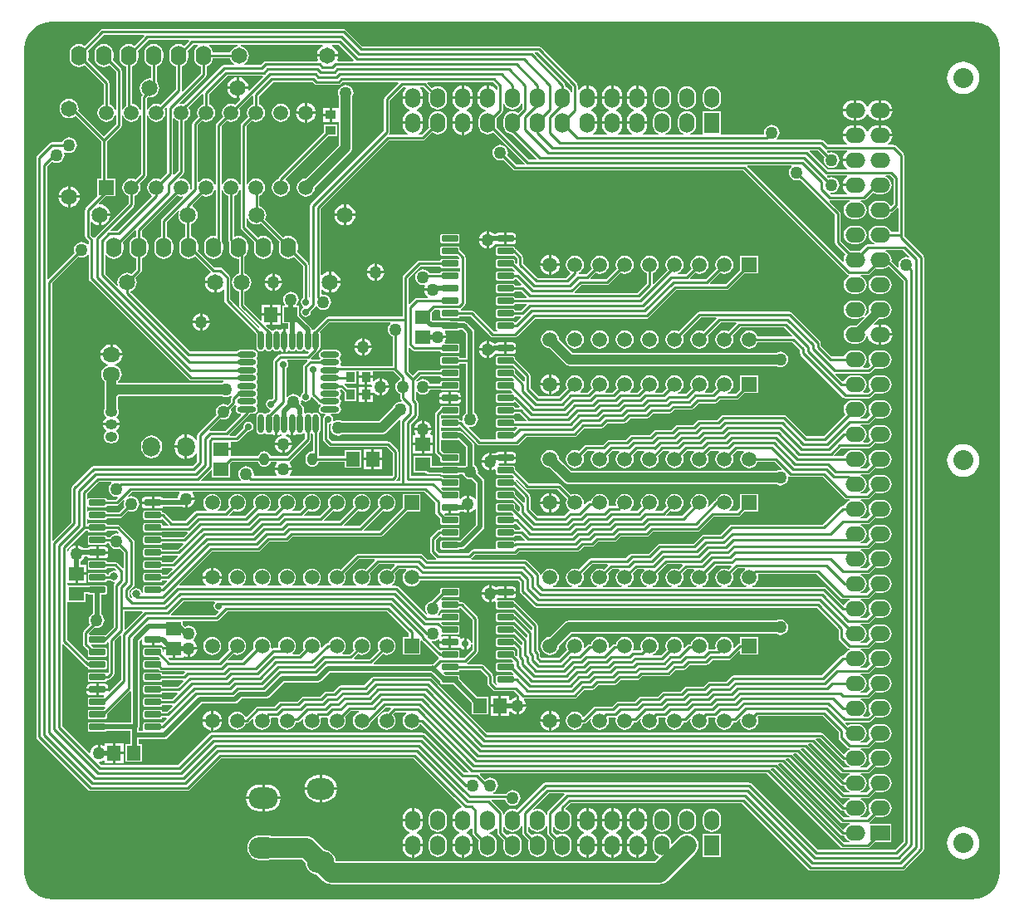
<source format=gtl>
G04 Layer_Physical_Order=1*
G04 Layer_Color=255*
%FSLAX25Y25*%
%MOIN*%
G70*
G01*
G75*
%ADD10R,0.05512X0.05906*%
%ADD11R,0.05906X0.05512*%
G04:AMPARAMS|DCode=12|XSize=25.59mil|YSize=64.96mil|CornerRadius=1.92mil|HoleSize=0mil|Usage=FLASHONLY|Rotation=270.000|XOffset=0mil|YOffset=0mil|HoleType=Round|Shape=RoundedRectangle|*
%AMROUNDEDRECTD12*
21,1,0.02559,0.06112,0,0,270.0*
21,1,0.02175,0.06496,0,0,270.0*
1,1,0.00384,-0.03056,-0.01088*
1,1,0.00384,-0.03056,0.01088*
1,1,0.00384,0.03056,0.01088*
1,1,0.00384,0.03056,-0.01088*
%
%ADD12ROUNDEDRECTD12*%
%ADD13R,0.03543X0.03937*%
%ADD14O,0.02362X0.07677*%
%ADD15O,0.07677X0.02362*%
%ADD16R,0.03937X0.03543*%
%ADD17C,0.02000*%
%ADD18C,0.04000*%
%ADD19C,0.01000*%
%ADD20C,0.08000*%
%ADD21C,0.03200*%
%ADD22O,0.11024X0.08661*%
%ADD23O,0.03937X0.05118*%
%ADD24O,0.07087X0.07874*%
%ADD25C,0.08000*%
%ADD26O,0.06299X0.07874*%
%ADD27C,0.06496*%
%ADD28O,0.07087X0.05906*%
%ADD29R,0.05906X0.05906*%
%ADD30C,0.05906*%
%ADD31O,0.06000X0.08000*%
%ADD32R,0.06000X0.08000*%
%ADD33O,0.08000X0.06000*%
%ADD34R,0.08000X0.06000*%
%ADD35O,0.04724X0.03937*%
%ADD36O,0.11811X0.08661*%
%ADD37C,0.05000*%
%ADD38C,0.02800*%
%ADD39C,0.03200*%
G36*
X383563Y353082D02*
X385194Y352690D01*
X386745Y352048D01*
X388176Y351171D01*
X389452Y350081D01*
X390541Y348805D01*
X391418Y347375D01*
X392060Y345824D01*
X392452Y344193D01*
X392583Y342536D01*
X392579Y342520D01*
Y11811D01*
X392583Y11795D01*
X392452Y10138D01*
X392060Y8506D01*
X391418Y6956D01*
X390541Y5525D01*
X389452Y4249D01*
X388176Y3159D01*
X386745Y2283D01*
X385194Y1640D01*
X383563Y1249D01*
X382380Y1156D01*
X381890Y1122D01*
X381890Y1122D01*
X381398Y1122D01*
X12308D01*
X12304Y1122D01*
X11811Y1122D01*
X11325Y1155D01*
X10138Y1249D01*
X8506Y1640D01*
X6956Y2283D01*
X5525Y3159D01*
X4249Y4249D01*
X3159Y5525D01*
X2283Y6956D01*
X1640Y8506D01*
X1249Y10138D01*
X1118Y11795D01*
X1122Y11811D01*
Y342520D01*
X1118Y342536D01*
X1249Y344193D01*
X1640Y345824D01*
X2283Y347375D01*
X3159Y348805D01*
X4249Y350081D01*
X5525Y351171D01*
X6956Y352048D01*
X8506Y352690D01*
X10138Y353082D01*
X11795Y353212D01*
X11811Y353209D01*
X381890D01*
X381906Y353212D01*
X383563Y353082D01*
D02*
G37*
%LPC*%
G36*
X19547Y287219D02*
Y283500D01*
X23266D01*
X23186Y284109D01*
X22758Y285142D01*
X22077Y286030D01*
X21190Y286711D01*
X20156Y287139D01*
X19547Y287219D01*
D02*
G37*
G36*
X18547D02*
X17938Y287139D01*
X16905Y286711D01*
X16017Y286030D01*
X15337Y285142D01*
X14909Y284109D01*
X14828Y283500D01*
X18547D01*
Y287219D01*
D02*
G37*
G36*
X241082Y32217D02*
X237047D01*
X233013D01*
Y31716D01*
X233150Y30672D01*
X233553Y29699D01*
X234194Y28864D01*
X235030Y28223D01*
X235598Y27987D01*
Y27446D01*
X235030Y27211D01*
X234194Y26569D01*
X233553Y25734D01*
X233150Y24761D01*
X233013Y23717D01*
Y23216D01*
X237047D01*
X241082D01*
Y23717D01*
X240944Y24761D01*
X240541Y25734D01*
X239900Y26569D01*
X239065Y27211D01*
X238496Y27446D01*
Y27987D01*
X239065Y28223D01*
X239900Y28864D01*
X240541Y29699D01*
X240944Y30672D01*
X241082Y31716D01*
Y32217D01*
D02*
G37*
G36*
X251082D02*
X247047D01*
X243013D01*
Y31716D01*
X243150Y30672D01*
X243553Y29699D01*
X244194Y28864D01*
X245030Y28223D01*
X245598Y27987D01*
Y27446D01*
X245030Y27211D01*
X244194Y26569D01*
X243553Y25734D01*
X243150Y24761D01*
X243013Y23717D01*
Y23216D01*
X247047D01*
X251082D01*
Y23717D01*
X250944Y24761D01*
X250541Y25734D01*
X249900Y26569D01*
X249064Y27211D01*
X248496Y27446D01*
Y27987D01*
X249064Y28223D01*
X249900Y28864D01*
X250541Y29699D01*
X250944Y30672D01*
X251082Y31716D01*
Y32217D01*
D02*
G37*
G36*
X267047Y27356D02*
X265846Y27198D01*
X264727Y26735D01*
X263767Y25997D01*
X261140Y23371D01*
X260678Y23562D01*
Y23717D01*
X260555Y24656D01*
X260192Y25532D01*
X259615Y26284D01*
X258863Y26861D01*
X257987Y27224D01*
X257047Y27348D01*
X256107Y27224D01*
X255232Y26861D01*
X254480Y26284D01*
X253903Y25532D01*
X253540Y24656D01*
X253416Y23717D01*
Y21716D01*
X253540Y20777D01*
X253903Y19901D01*
X254480Y19149D01*
X255232Y18572D01*
X255601Y18419D01*
X255698Y17929D01*
X254125Y16356D01*
X126205D01*
X126140Y16422D01*
X126032Y17240D01*
X125535Y18439D01*
X124745Y19469D01*
X123715Y20260D01*
X122515Y20757D01*
X121697Y20864D01*
X117564Y24997D01*
X116603Y25735D01*
X115484Y26198D01*
X114884Y26277D01*
X114284Y26356D01*
X114283Y26356D01*
X100305D01*
X99909Y26520D01*
X98622Y26690D01*
X95472D01*
X94185Y26520D01*
X92986Y26024D01*
X91956Y25233D01*
X91166Y24203D01*
X90669Y23004D01*
X90499Y21716D01*
X90669Y20429D01*
X91166Y19230D01*
X91956Y18200D01*
X92986Y17410D01*
X94185Y16913D01*
X95472Y16743D01*
X98622D01*
X99909Y16913D01*
X100305Y17077D01*
X112362D01*
X113955Y15484D01*
X114062Y14666D01*
X114559Y13466D01*
X115349Y12436D01*
X116379Y11646D01*
X117579Y11149D01*
X118397Y11041D01*
X121003Y8436D01*
X121964Y7698D01*
X123083Y7235D01*
X123683Y7156D01*
X124284Y7077D01*
X124284Y7077D01*
X256047D01*
X256047Y7077D01*
X256648Y7156D01*
X257248Y7235D01*
X258367Y7698D01*
X259328Y8436D01*
X270328Y19436D01*
X271065Y20397D01*
X271529Y21516D01*
X271687Y22716D01*
X271529Y23917D01*
X271065Y25036D01*
X270328Y25997D01*
X269367Y26735D01*
X268248Y27198D01*
X267047Y27356D01*
D02*
G37*
G36*
X167047Y37348D02*
X166107Y37224D01*
X165232Y36861D01*
X164480Y36284D01*
X163903Y35532D01*
X163540Y34656D01*
X163416Y33716D01*
Y31716D01*
X163540Y30777D01*
X163903Y29901D01*
X164480Y29149D01*
X165232Y28572D01*
X166107Y28209D01*
X167047Y28086D01*
X167987Y28209D01*
X168863Y28572D01*
X169615Y29149D01*
X170192Y29901D01*
X170555Y30777D01*
X170678Y31716D01*
Y33716D01*
X170555Y34656D01*
X170192Y35532D01*
X169615Y36284D01*
X168863Y36861D01*
X167987Y37224D01*
X167047Y37348D01*
D02*
G37*
G36*
X257047D02*
X256107Y37224D01*
X255232Y36861D01*
X254480Y36284D01*
X253903Y35532D01*
X253540Y34656D01*
X253416Y33716D01*
Y31716D01*
X253540Y30777D01*
X253903Y29901D01*
X254480Y29149D01*
X255232Y28572D01*
X256107Y28209D01*
X257047Y28086D01*
X257987Y28209D01*
X258863Y28572D01*
X259615Y29149D01*
X260192Y29901D01*
X260555Y30777D01*
X260678Y31716D01*
Y33716D01*
X260555Y34656D01*
X260192Y35532D01*
X259615Y36284D01*
X258863Y36861D01*
X257987Y37224D01*
X257047Y37348D01*
D02*
G37*
G36*
X23266Y282500D02*
X19547D01*
Y278781D01*
X20156Y278861D01*
X21190Y279289D01*
X22077Y279970D01*
X22758Y280858D01*
X23186Y281891D01*
X23266Y282500D01*
D02*
G37*
G36*
X18547D02*
X14828D01*
X14909Y281891D01*
X15337Y280858D01*
X16017Y279970D01*
X16905Y279289D01*
X17938Y278861D01*
X18547Y278781D01*
Y282500D01*
D02*
G37*
G36*
X181082Y22217D02*
X177547D01*
Y17748D01*
X178092Y17819D01*
X179065Y18223D01*
X179900Y18864D01*
X180541Y19699D01*
X180944Y20672D01*
X181082Y21716D01*
Y22217D01*
D02*
G37*
G36*
X167047Y27348D02*
X166107Y27224D01*
X165232Y26861D01*
X164480Y26284D01*
X163903Y25532D01*
X163540Y24656D01*
X163416Y23717D01*
Y21716D01*
X163540Y20777D01*
X163903Y19901D01*
X164480Y19149D01*
X165232Y18572D01*
X166107Y18209D01*
X167047Y18086D01*
X167987Y18209D01*
X168863Y18572D01*
X169615Y19149D01*
X170192Y19901D01*
X170555Y20777D01*
X170678Y21716D01*
Y23717D01*
X170555Y24656D01*
X170192Y25532D01*
X169615Y26284D01*
X168863Y26861D01*
X167987Y27224D01*
X167047Y27348D01*
D02*
G37*
G36*
X241082Y322217D02*
X237047D01*
X233013D01*
Y321716D01*
X233150Y320672D01*
X233553Y319699D01*
X234194Y318864D01*
X235030Y318222D01*
X235598Y317987D01*
Y317446D01*
X235030Y317211D01*
X234194Y316569D01*
X233553Y315734D01*
X233150Y314761D01*
X233013Y313717D01*
Y313216D01*
X237047D01*
X241082D01*
Y313717D01*
X240944Y314761D01*
X240541Y315734D01*
X239900Y316569D01*
X239065Y317211D01*
X238496Y317446D01*
Y317987D01*
X239065Y318222D01*
X239900Y318864D01*
X240541Y319699D01*
X240944Y320672D01*
X241082Y321716D01*
Y322217D01*
D02*
G37*
G36*
X161082Y22217D02*
X157547D01*
Y17748D01*
X158091Y17819D01*
X159064Y18223D01*
X159900Y18864D01*
X160541Y19699D01*
X160944Y20672D01*
X161082Y21716D01*
Y22217D01*
D02*
G37*
G36*
X280647Y27316D02*
X273447D01*
Y18116D01*
X280647D01*
Y27316D01*
D02*
G37*
G36*
X345547Y311751D02*
X345047D01*
Y308217D01*
X349516D01*
X349444Y308761D01*
X349041Y309734D01*
X348400Y310569D01*
X347565Y311210D01*
X346591Y311614D01*
X345547Y311751D01*
D02*
G37*
G36*
X334047D02*
X333547D01*
X332503Y311614D01*
X331530Y311210D01*
X330694Y310569D01*
X330053Y309734D01*
X329650Y308761D01*
X329578Y308217D01*
X334047D01*
Y311751D01*
D02*
G37*
G36*
X161082Y32217D02*
X157047D01*
X153013D01*
Y31716D01*
X153150Y30672D01*
X153553Y29699D01*
X154194Y28864D01*
X155030Y28223D01*
X155598Y27987D01*
Y27446D01*
X155030Y27211D01*
X154194Y26569D01*
X153553Y25734D01*
X153150Y24761D01*
X153013Y23717D01*
Y23216D01*
X157047D01*
X161082D01*
Y23717D01*
X160944Y24761D01*
X160541Y25734D01*
X159900Y26569D01*
X159064Y27211D01*
X158496Y27446D01*
Y27987D01*
X159064Y28223D01*
X159900Y28864D01*
X160541Y29699D01*
X160944Y30672D01*
X161082Y31716D01*
Y32217D01*
D02*
G37*
G36*
X231082D02*
X227047D01*
X223013D01*
Y31716D01*
X223150Y30672D01*
X223553Y29699D01*
X224194Y28864D01*
X225030Y28223D01*
X225598Y27987D01*
Y27446D01*
X225030Y27211D01*
X224194Y26569D01*
X223553Y25734D01*
X223150Y24761D01*
X223013Y23717D01*
Y23216D01*
X227047D01*
X231082D01*
Y23717D01*
X230944Y24761D01*
X230541Y25734D01*
X229900Y26569D01*
X229064Y27211D01*
X228496Y27446D01*
Y27987D01*
X229064Y28223D01*
X229900Y28864D01*
X230541Y29699D01*
X230944Y30672D01*
X231082Y31716D01*
Y32217D01*
D02*
G37*
G36*
X121228Y50857D02*
X120547D01*
Y45980D01*
X126539D01*
X126422Y46872D01*
X125885Y48169D01*
X125030Y49282D01*
X123917Y50137D01*
X122620Y50674D01*
X121228Y50857D01*
D02*
G37*
G36*
X103933Y41216D02*
X97547D01*
Y36340D01*
X98622D01*
X100014Y36523D01*
X101310Y37060D01*
X102424Y37915D01*
X103278Y39028D01*
X103815Y40325D01*
X103933Y41216D01*
D02*
G37*
G36*
X247547Y37685D02*
Y33217D01*
X251082D01*
Y33716D01*
X250944Y34761D01*
X250541Y35734D01*
X249900Y36569D01*
X249064Y37211D01*
X248091Y37614D01*
X247547Y37685D01*
D02*
G37*
G36*
X96547Y41216D02*
X90162D01*
X90279Y40325D01*
X90816Y39028D01*
X91671Y37915D01*
X92784Y37060D01*
X94081Y36523D01*
X95472Y36340D01*
X96547D01*
Y41216D01*
D02*
G37*
G36*
X119547Y50857D02*
X118866D01*
X117474Y50674D01*
X116178Y50137D01*
X115064Y49282D01*
X114210Y48169D01*
X113673Y46872D01*
X113555Y45980D01*
X119547D01*
Y50857D01*
D02*
G37*
G36*
X96547Y47093D02*
X95472D01*
X94081Y46910D01*
X92784Y46373D01*
X91671Y45518D01*
X90816Y44405D01*
X90279Y43108D01*
X90162Y42217D01*
X96547D01*
Y47093D01*
D02*
G37*
G36*
X98622D02*
X97547D01*
Y42217D01*
X103933D01*
X103815Y43108D01*
X103278Y44405D01*
X102424Y45518D01*
X101310Y46373D01*
X100014Y46910D01*
X98622Y47093D01*
D02*
G37*
G36*
X119547Y44980D02*
X113555D01*
X113673Y44089D01*
X114210Y42792D01*
X115064Y41678D01*
X116178Y40824D01*
X117474Y40287D01*
X118866Y40104D01*
X119547D01*
Y44980D01*
D02*
G37*
G36*
X126539D02*
X120547D01*
Y40104D01*
X121228D01*
X122620Y40287D01*
X123917Y40824D01*
X125030Y41678D01*
X125885Y42792D01*
X126422Y44089D01*
X126539Y44980D01*
D02*
G37*
G36*
X156547Y37685D02*
X156003Y37614D01*
X155030Y37211D01*
X154194Y36569D01*
X153553Y35734D01*
X153150Y34761D01*
X153013Y33716D01*
Y33217D01*
X156547D01*
Y37685D01*
D02*
G37*
G36*
X226547D02*
X226003Y37614D01*
X225030Y37211D01*
X224194Y36569D01*
X223553Y35734D01*
X223150Y34761D01*
X223013Y33716D01*
Y33217D01*
X226547D01*
Y37685D01*
D02*
G37*
G36*
X267047Y37348D02*
X266108Y37224D01*
X265232Y36861D01*
X264480Y36284D01*
X263903Y35532D01*
X263540Y34656D01*
X263416Y33716D01*
Y31716D01*
X263540Y30777D01*
X263903Y29901D01*
X264480Y29149D01*
X265232Y28572D01*
X266108Y28209D01*
X267047Y28086D01*
X267987Y28209D01*
X268863Y28572D01*
X269615Y29149D01*
X270192Y29901D01*
X270555Y30777D01*
X270678Y31716D01*
Y33716D01*
X270555Y34656D01*
X270192Y35532D01*
X269615Y36284D01*
X268863Y36861D01*
X267987Y37224D01*
X267047Y37348D01*
D02*
G37*
G36*
X277047D02*
X276108Y37224D01*
X275232Y36861D01*
X274480Y36284D01*
X273903Y35532D01*
X273540Y34656D01*
X273416Y33716D01*
Y31716D01*
X273540Y30777D01*
X273903Y29901D01*
X274480Y29149D01*
X275232Y28572D01*
X276108Y28209D01*
X277047Y28086D01*
X277987Y28209D01*
X278863Y28572D01*
X279615Y29149D01*
X280192Y29901D01*
X280555Y30777D01*
X280678Y31716D01*
Y33716D01*
X280555Y34656D01*
X280192Y35532D01*
X279615Y36284D01*
X278863Y36861D01*
X277987Y37224D01*
X277047Y37348D01*
D02*
G37*
G36*
X236547Y37685D02*
X236003Y37614D01*
X235030Y37211D01*
X234194Y36569D01*
X233553Y35734D01*
X233150Y34761D01*
X233013Y33716D01*
Y33217D01*
X236547D01*
Y37685D01*
D02*
G37*
G36*
X227547D02*
Y33217D01*
X231082D01*
Y33716D01*
X230944Y34761D01*
X230541Y35734D01*
X229900Y36569D01*
X229064Y37211D01*
X228091Y37614D01*
X227547Y37685D01*
D02*
G37*
G36*
X237547D02*
Y33217D01*
X241082D01*
Y33716D01*
X240944Y34761D01*
X240541Y35734D01*
X239900Y36569D01*
X239065Y37211D01*
X238091Y37614D01*
X237547Y37685D01*
D02*
G37*
G36*
X246547D02*
X246003Y37614D01*
X245030Y37211D01*
X244194Y36569D01*
X243553Y35734D01*
X243150Y34761D01*
X243013Y33716D01*
Y33217D01*
X246547D01*
Y37685D01*
D02*
G37*
G36*
X157547D02*
Y33217D01*
X161082D01*
Y33716D01*
X160944Y34761D01*
X160541Y35734D01*
X159900Y36569D01*
X159064Y37211D01*
X158091Y37614D01*
X157547Y37685D01*
D02*
G37*
G36*
X236547Y327685D02*
X236003Y327614D01*
X235030Y327210D01*
X234194Y326569D01*
X233553Y325734D01*
X233150Y324761D01*
X233013Y323716D01*
Y323217D01*
X236547D01*
Y327685D01*
D02*
G37*
G36*
X226547Y22217D02*
X223013D01*
Y21716D01*
X223150Y20672D01*
X223553Y19699D01*
X224194Y18864D01*
X225030Y18223D01*
X226003Y17819D01*
X226547Y17748D01*
Y22217D01*
D02*
G37*
G36*
X176547D02*
X173013D01*
Y21716D01*
X173150Y20672D01*
X173553Y19699D01*
X174194Y18864D01*
X175030Y18223D01*
X176003Y17819D01*
X176547Y17748D01*
Y22217D01*
D02*
G37*
G36*
X246547Y327685D02*
X246003Y327614D01*
X245030Y327210D01*
X244194Y326569D01*
X243553Y325734D01*
X243150Y324761D01*
X243013Y323716D01*
Y323217D01*
X246547D01*
Y327685D01*
D02*
G37*
G36*
X344047Y321751D02*
X343547D01*
X342503Y321614D01*
X341530Y321211D01*
X340694Y320569D01*
X340053Y319734D01*
X339818Y319165D01*
X339277D01*
X339041Y319734D01*
X338400Y320569D01*
X337564Y321211D01*
X336591Y321614D01*
X335547Y321751D01*
X335047D01*
Y317717D01*
Y313682D01*
X335547D01*
X336591Y313820D01*
X337564Y314223D01*
X338400Y314864D01*
X339041Y315699D01*
X339277Y316268D01*
X339818D01*
X340053Y315699D01*
X340694Y314864D01*
X341530Y314223D01*
X342503Y313820D01*
X343547Y313682D01*
X344047D01*
Y317717D01*
Y321751D01*
D02*
G37*
G36*
X345547D02*
X345047D01*
Y318216D01*
X349516D01*
X349444Y318761D01*
X349041Y319734D01*
X348400Y320569D01*
X347565Y321211D01*
X346591Y321614D01*
X345547Y321751D01*
D02*
G37*
G36*
X236547Y22217D02*
X233013D01*
Y21716D01*
X233150Y20672D01*
X233553Y19699D01*
X234194Y18864D01*
X235030Y18223D01*
X236003Y17819D01*
X236547Y17748D01*
Y22217D01*
D02*
G37*
G36*
X246547D02*
X243013D01*
Y21716D01*
X243150Y20672D01*
X243553Y19699D01*
X244194Y18864D01*
X245030Y18223D01*
X246003Y17819D01*
X246547Y17748D01*
Y22217D01*
D02*
G37*
G36*
X377953Y30159D02*
X376677Y30033D01*
X375451Y29661D01*
X374321Y29057D01*
X373330Y28244D01*
X372517Y27254D01*
X371913Y26124D01*
X371541Y24897D01*
X371416Y23622D01*
X371541Y22347D01*
X371913Y21120D01*
X372517Y19990D01*
X373330Y19000D01*
X374321Y18187D01*
X375451Y17583D01*
X376677Y17211D01*
X377953Y17085D01*
X379228Y17211D01*
X380454Y17583D01*
X381585Y18187D01*
X382575Y19000D01*
X383388Y19990D01*
X383992Y21120D01*
X384364Y22347D01*
X384490Y23622D01*
X384364Y24897D01*
X383992Y26124D01*
X383388Y27254D01*
X382575Y28244D01*
X381585Y29057D01*
X380454Y29661D01*
X379228Y30033D01*
X377953Y30159D01*
D02*
G37*
G36*
X156547Y22217D02*
X153013D01*
Y21716D01*
X153150Y20672D01*
X153553Y19699D01*
X154194Y18864D01*
X155030Y18223D01*
X156003Y17819D01*
X156547Y17748D01*
Y22217D01*
D02*
G37*
G36*
X377953Y183702D02*
X376677Y183577D01*
X375451Y183205D01*
X374321Y182601D01*
X373330Y181788D01*
X372517Y180797D01*
X371913Y179667D01*
X371541Y178441D01*
X371416Y177165D01*
X371541Y175890D01*
X371913Y174664D01*
X372517Y173534D01*
X373330Y172543D01*
X374321Y171730D01*
X375451Y171126D01*
X376677Y170754D01*
X377953Y170628D01*
X379228Y170754D01*
X380454Y171126D01*
X381585Y171730D01*
X382575Y172543D01*
X383388Y173534D01*
X383992Y174664D01*
X384364Y175890D01*
X384490Y177165D01*
X384364Y178441D01*
X383992Y179667D01*
X383388Y180797D01*
X382575Y181788D01*
X381585Y182601D01*
X380454Y183205D01*
X379228Y183577D01*
X377953Y183702D01*
D02*
G37*
G36*
X129267Y350275D02*
X129267Y350275D01*
X32484D01*
X32055Y350190D01*
X31691Y349947D01*
X31691Y349947D01*
X25270Y343525D01*
X24938Y343779D01*
X24026Y344157D01*
X23047Y344286D01*
X22068Y344157D01*
X21156Y343779D01*
X20373Y343178D01*
X19772Y342395D01*
X19394Y341483D01*
X19265Y340504D01*
Y338929D01*
X19394Y337950D01*
X19772Y337038D01*
X20373Y336255D01*
X21156Y335654D01*
X22068Y335276D01*
X23047Y335147D01*
X24026Y335276D01*
X24938Y335654D01*
X25270Y335908D01*
X32926Y328252D01*
Y320097D01*
X32256Y319820D01*
X31513Y319250D01*
X30944Y318508D01*
X30586Y317644D01*
X30464Y316717D01*
X30586Y315789D01*
X30944Y314925D01*
X31513Y314183D01*
X32256Y313613D01*
X33120Y313255D01*
X34047Y313133D01*
X34975Y313255D01*
X35839Y313613D01*
X36581Y314183D01*
X37151Y314925D01*
X37426Y315589D01*
X37926Y315490D01*
Y312181D01*
X33047Y307303D01*
X22811Y317539D01*
X22929Y318433D01*
X22796Y319438D01*
X22409Y320374D01*
X21792Y321178D01*
X20988Y321794D01*
X20052Y322182D01*
X19047Y322314D01*
X18043Y322182D01*
X17107Y321794D01*
X16303Y321178D01*
X15686Y320374D01*
X15298Y319438D01*
X15166Y318433D01*
X15298Y317428D01*
X15686Y316493D01*
X16303Y315689D01*
X17107Y315072D01*
X18043Y314684D01*
X19047Y314552D01*
X20052Y314684D01*
X20988Y315072D01*
X21620Y315557D01*
X31926Y305252D01*
Y290269D01*
X30494D01*
Y283181D01*
X25790Y278476D01*
X25547Y278112D01*
X25461Y277683D01*
X25461Y277683D01*
Y267181D01*
X25461Y267181D01*
X25547Y266752D01*
X25790Y266388D01*
X26926Y265252D01*
Y263879D01*
X26426Y263709D01*
X26258Y263928D01*
X25611Y264424D01*
X24857Y264737D01*
X24047Y264843D01*
X23238Y264737D01*
X22484Y264424D01*
X21836Y263928D01*
X21339Y263280D01*
X21027Y262526D01*
X20921Y261717D01*
X21027Y260907D01*
X21210Y260466D01*
X10669Y249924D01*
X10169Y250131D01*
Y295252D01*
X12168Y297251D01*
X12484Y297009D01*
X13238Y296696D01*
X14047Y296590D01*
X14856Y296696D01*
X15611Y297009D01*
X16258Y297506D01*
X16755Y298153D01*
X17067Y298907D01*
X17174Y299716D01*
X17067Y300526D01*
X16963Y300778D01*
X17374Y301093D01*
X17484Y301009D01*
X18238Y300696D01*
X19047Y300590D01*
X19857Y300696D01*
X20611Y301009D01*
X21258Y301506D01*
X21755Y302153D01*
X22067Y302907D01*
X22174Y303716D01*
X22067Y304526D01*
X21755Y305280D01*
X21258Y305927D01*
X20611Y306424D01*
X19857Y306737D01*
X19047Y306843D01*
X18238Y306737D01*
X17484Y306424D01*
X16836Y305927D01*
X16339Y305280D01*
X16156Y304838D01*
X12047D01*
X12047Y304838D01*
X11618Y304753D01*
X11254Y304510D01*
X11254Y304510D01*
X6254Y299510D01*
X6011Y299146D01*
X5926Y298716D01*
X5926Y298716D01*
Y66231D01*
X5926Y66231D01*
X6011Y65802D01*
X6254Y65438D01*
X26769Y44923D01*
X26769Y44923D01*
X27133Y44680D01*
X27562Y44595D01*
X66532D01*
X66532Y44595D01*
X66962Y44680D01*
X67326Y44923D01*
X79997Y57595D01*
X157269D01*
X172254Y42610D01*
X172254Y42610D01*
X176660Y38204D01*
X176480Y37676D01*
X176003Y37614D01*
X175030Y37211D01*
X174194Y36569D01*
X173553Y35734D01*
X173150Y34761D01*
X173013Y33716D01*
Y33217D01*
X177047D01*
Y32217D01*
X173013D01*
Y31716D01*
X173150Y30672D01*
X173553Y29699D01*
X174194Y28864D01*
X175030Y28223D01*
X175598Y27987D01*
Y27446D01*
X175030Y27211D01*
X174194Y26569D01*
X173553Y25734D01*
X173150Y24761D01*
X173013Y23717D01*
Y23216D01*
X177047D01*
X181082D01*
Y23717D01*
X180944Y24761D01*
X180541Y25734D01*
X179900Y26569D01*
X179065Y27211D01*
X178496Y27446D01*
Y27987D01*
X179065Y28223D01*
X179900Y28864D01*
X180426Y29549D01*
X180926Y29379D01*
Y27717D01*
X180926Y27716D01*
X181011Y27287D01*
X181254Y26923D01*
X183538Y24640D01*
X183416Y23717D01*
Y21716D01*
X183540Y20777D01*
X183903Y19901D01*
X184480Y19149D01*
X185232Y18572D01*
X186107Y18209D01*
X187047Y18086D01*
X187987Y18209D01*
X188863Y18572D01*
X189615Y19149D01*
X190192Y19901D01*
X190555Y20777D01*
X190678Y21716D01*
Y23717D01*
X190555Y24656D01*
X190192Y25532D01*
X189615Y26284D01*
X188863Y26861D01*
X187987Y27224D01*
X187692Y27263D01*
Y27767D01*
X188092Y27819D01*
X189065Y28223D01*
X189900Y28864D01*
X190426Y29549D01*
X190926Y29379D01*
Y27717D01*
X190926Y27716D01*
X191011Y27287D01*
X191254Y26923D01*
X193538Y24640D01*
X193416Y23717D01*
Y21716D01*
X193540Y20777D01*
X193903Y19901D01*
X194480Y19149D01*
X195232Y18572D01*
X196107Y18209D01*
X197047Y18086D01*
X197987Y18209D01*
X198863Y18572D01*
X199615Y19149D01*
X200192Y19901D01*
X200555Y20777D01*
X200678Y21716D01*
Y23717D01*
X200555Y24656D01*
X200192Y25532D01*
X199615Y26284D01*
X198863Y26861D01*
X197987Y27224D01*
X197047Y27348D01*
X196107Y27224D01*
X195232Y26861D01*
X194811Y26539D01*
X193169Y28181D01*
Y30366D01*
X193669Y30466D01*
X193903Y29901D01*
X194480Y29149D01*
X195232Y28572D01*
X196107Y28209D01*
X197047Y28086D01*
X197987Y28209D01*
X198863Y28572D01*
X199615Y29149D01*
X200192Y29901D01*
X200426Y30466D01*
X200926Y30366D01*
Y27717D01*
X200926Y27716D01*
X201011Y27287D01*
X201254Y26923D01*
X203538Y24640D01*
X203416Y23717D01*
Y21716D01*
X203540Y20777D01*
X203903Y19901D01*
X204480Y19149D01*
X205232Y18572D01*
X206107Y18209D01*
X207047Y18086D01*
X207987Y18209D01*
X208863Y18572D01*
X209615Y19149D01*
X210192Y19901D01*
X210555Y20777D01*
X210678Y21716D01*
Y23717D01*
X210555Y24656D01*
X210192Y25532D01*
X209615Y26284D01*
X208863Y26861D01*
X207987Y27224D01*
X207047Y27348D01*
X206107Y27224D01*
X205232Y26861D01*
X204811Y26539D01*
X203169Y28181D01*
Y30366D01*
X203669Y30466D01*
X203903Y29901D01*
X204480Y29149D01*
X205232Y28572D01*
X206107Y28209D01*
X207047Y28086D01*
X207987Y28209D01*
X208863Y28572D01*
X209615Y29149D01*
X210192Y29901D01*
X210426Y30466D01*
X210926Y30366D01*
Y27717D01*
X210926Y27716D01*
X211011Y27287D01*
X211254Y26923D01*
X213538Y24640D01*
X213416Y23717D01*
Y21716D01*
X213540Y20777D01*
X213903Y19901D01*
X214480Y19149D01*
X215232Y18572D01*
X216108Y18209D01*
X217047Y18086D01*
X217987Y18209D01*
X218863Y18572D01*
X219615Y19149D01*
X220192Y19901D01*
X220555Y20777D01*
X220678Y21716D01*
Y23717D01*
X220555Y24656D01*
X220192Y25532D01*
X219615Y26284D01*
X218863Y26861D01*
X217987Y27224D01*
X217047Y27348D01*
X216108Y27224D01*
X215232Y26861D01*
X214811Y26539D01*
X213169Y28181D01*
Y30366D01*
X213669Y30466D01*
X213903Y29901D01*
X214480Y29149D01*
X215232Y28572D01*
X216108Y28209D01*
X217047Y28086D01*
X217987Y28209D01*
X218863Y28572D01*
X219615Y29149D01*
X220192Y29901D01*
X220555Y30777D01*
X220678Y31716D01*
Y33716D01*
X220555Y34656D01*
X220192Y35532D01*
X219615Y36284D01*
X218863Y36861D01*
X218440Y37036D01*
X218356Y37611D01*
X220340Y39595D01*
X289097D01*
X315769Y12923D01*
X315769Y12923D01*
X316133Y12680D01*
X316562Y12595D01*
X316562Y12595D01*
X353533D01*
X353533Y12595D01*
X353962Y12680D01*
X354326Y12923D01*
X361840Y20438D01*
X361840Y20438D01*
X362083Y20802D01*
X362169Y21231D01*
X362169Y21231D01*
Y258717D01*
X362169Y258717D01*
X362083Y259146D01*
X361840Y259510D01*
X361840Y259510D01*
X354169Y267181D01*
Y267717D01*
Y299716D01*
X354169Y299716D01*
X354083Y300146D01*
X353840Y300510D01*
X350840Y303510D01*
X350476Y303753D01*
X350047Y303838D01*
X350047Y303838D01*
X347885D01*
X347715Y304338D01*
X348400Y304864D01*
X349041Y305699D01*
X349444Y306672D01*
X349516Y307217D01*
X344547D01*
Y307716D01*
X344047D01*
Y311751D01*
X343547D01*
X342503Y311614D01*
X341530Y311210D01*
X340694Y310569D01*
X340053Y309734D01*
X339818Y309166D01*
X339277D01*
X339041Y309734D01*
X338400Y310569D01*
X337564Y311210D01*
X336591Y311614D01*
X335547Y311751D01*
X335047D01*
Y307716D01*
X334547D01*
Y307217D01*
X329578D01*
X329650Y306672D01*
X330053Y305699D01*
X330694Y304864D01*
X331379Y304338D01*
X331210Y303838D01*
X323512D01*
X321840Y305510D01*
X321476Y305753D01*
X321047Y305838D01*
X321047Y305838D01*
X303210D01*
X303040Y306338D01*
X303258Y306506D01*
X303755Y307153D01*
X304067Y307907D01*
X304174Y308717D01*
X304067Y309526D01*
X303755Y310280D01*
X303258Y310928D01*
X302611Y311424D01*
X301856Y311737D01*
X301047Y311843D01*
X300238Y311737D01*
X299484Y311424D01*
X298836Y310928D01*
X298339Y310280D01*
X298027Y309526D01*
X297920Y308717D01*
X297970Y308338D01*
X297534Y307838D01*
X281032D01*
X280647Y308117D01*
X280647Y308338D01*
Y317317D01*
X273447D01*
Y308338D01*
X273447Y308117D01*
X273063Y307838D01*
X268398D01*
X268298Y308338D01*
X268863Y308572D01*
X269615Y309149D01*
X270192Y309901D01*
X270555Y310777D01*
X270678Y311717D01*
Y313717D01*
X270555Y314656D01*
X270192Y315532D01*
X269615Y316284D01*
X268863Y316861D01*
X267987Y317224D01*
X267047Y317348D01*
X266108Y317224D01*
X265232Y316861D01*
X264480Y316284D01*
X263903Y315532D01*
X263540Y314656D01*
X263416Y313717D01*
Y311717D01*
X263540Y310777D01*
X263903Y309901D01*
X264480Y309149D01*
X265232Y308572D01*
X265796Y308338D01*
X265697Y307838D01*
X258398D01*
X258298Y308338D01*
X258863Y308572D01*
X259615Y309149D01*
X260192Y309901D01*
X260555Y310777D01*
X260678Y311717D01*
Y313717D01*
X260555Y314656D01*
X260192Y315532D01*
X259615Y316284D01*
X258863Y316861D01*
X257987Y317224D01*
X257047Y317348D01*
X256107Y317224D01*
X255232Y316861D01*
X254480Y316284D01*
X253903Y315532D01*
X253540Y314656D01*
X253416Y313717D01*
Y311717D01*
X253540Y310777D01*
X253903Y309901D01*
X254480Y309149D01*
X255232Y308572D01*
X255796Y308338D01*
X255697Y307838D01*
X249385D01*
X249215Y308338D01*
X249900Y308864D01*
X250541Y309699D01*
X250944Y310672D01*
X251082Y311717D01*
Y312216D01*
X247047D01*
X243013D01*
Y311717D01*
X243150Y310672D01*
X243553Y309699D01*
X244194Y308864D01*
X244879Y308338D01*
X244710Y307838D01*
X239385D01*
X239215Y308338D01*
X239900Y308864D01*
X240541Y309699D01*
X240944Y310672D01*
X241082Y311717D01*
Y312216D01*
X237047D01*
X233013D01*
Y311717D01*
X233150Y310672D01*
X233553Y309699D01*
X234194Y308864D01*
X234879Y308338D01*
X234710Y307838D01*
X229385D01*
X229215Y308338D01*
X229900Y308864D01*
X230541Y309699D01*
X230944Y310672D01*
X231082Y311717D01*
Y312216D01*
X227047D01*
Y313216D01*
X231082D01*
Y313717D01*
X230944Y314761D01*
X230541Y315734D01*
X229900Y316569D01*
X229064Y317211D01*
X228496Y317446D01*
Y317987D01*
X229064Y318222D01*
X229900Y318864D01*
X230541Y319699D01*
X230944Y320672D01*
X231082Y321716D01*
Y322217D01*
X227047D01*
Y322716D01*
X226547D01*
Y327685D01*
X226003Y327614D01*
X225030Y327210D01*
X224194Y326569D01*
X223669Y325884D01*
X223169Y326054D01*
Y327716D01*
X223169Y327716D01*
X223083Y328146D01*
X222840Y328510D01*
X222840Y328510D01*
X208340Y343010D01*
X207976Y343253D01*
X207547Y343338D01*
X207547Y343338D01*
X136669D01*
X130060Y349947D01*
X129696Y350190D01*
X129267Y350275D01*
D02*
G37*
G36*
X237547Y327685D02*
Y323217D01*
X241082D01*
Y323716D01*
X240944Y324761D01*
X240541Y325734D01*
X239900Y326569D01*
X239065Y327210D01*
X238091Y327614D01*
X237547Y327685D01*
D02*
G37*
G36*
X227547D02*
Y323217D01*
X231082D01*
Y323716D01*
X230944Y324761D01*
X230541Y325734D01*
X229900Y326569D01*
X229064Y327210D01*
X228091Y327614D01*
X227547Y327685D01*
D02*
G37*
G36*
X377953Y337246D02*
X376677Y337120D01*
X375451Y336748D01*
X374321Y336144D01*
X373330Y335331D01*
X372517Y334340D01*
X371913Y333210D01*
X371541Y331984D01*
X371416Y330709D01*
X371541Y329433D01*
X371913Y328207D01*
X372517Y327077D01*
X373330Y326086D01*
X374321Y325273D01*
X375451Y324669D01*
X376677Y324297D01*
X377953Y324172D01*
X379228Y324297D01*
X380454Y324669D01*
X381585Y325273D01*
X382575Y326086D01*
X383388Y327077D01*
X383992Y328207D01*
X384364Y329433D01*
X384490Y330709D01*
X384364Y331984D01*
X383992Y333210D01*
X383388Y334340D01*
X382575Y335331D01*
X381585Y336144D01*
X380454Y336748D01*
X379228Y337120D01*
X377953Y337246D01*
D02*
G37*
G36*
X247547Y327685D02*
Y323217D01*
X251082D01*
Y323716D01*
X250944Y324761D01*
X250541Y325734D01*
X249900Y326569D01*
X249064Y327210D01*
X248091Y327614D01*
X247547Y327685D01*
D02*
G37*
G36*
X257047Y327348D02*
X256107Y327224D01*
X255232Y326861D01*
X254480Y326284D01*
X253903Y325532D01*
X253540Y324656D01*
X253416Y323716D01*
Y321716D01*
X253540Y320777D01*
X253903Y319901D01*
X254480Y319149D01*
X255232Y318572D01*
X256107Y318209D01*
X257047Y318086D01*
X257987Y318209D01*
X258863Y318572D01*
X259615Y319149D01*
X260192Y319901D01*
X260555Y320777D01*
X260678Y321716D01*
Y323716D01*
X260555Y324656D01*
X260192Y325532D01*
X259615Y326284D01*
X258863Y326861D01*
X257987Y327224D01*
X257047Y327348D01*
D02*
G37*
G36*
X267047D02*
X266108Y327224D01*
X265232Y326861D01*
X264480Y326284D01*
X263903Y325532D01*
X263540Y324656D01*
X263416Y323716D01*
Y321716D01*
X263540Y320777D01*
X263903Y319901D01*
X264480Y319149D01*
X265232Y318572D01*
X266108Y318209D01*
X267047Y318086D01*
X267987Y318209D01*
X268863Y318572D01*
X269615Y319149D01*
X270192Y319901D01*
X270555Y320777D01*
X270678Y321716D01*
Y323716D01*
X270555Y324656D01*
X270192Y325532D01*
X269615Y326284D01*
X268863Y326861D01*
X267987Y327224D01*
X267047Y327348D01*
D02*
G37*
G36*
X277047D02*
X276108Y327224D01*
X275232Y326861D01*
X274480Y326284D01*
X273903Y325532D01*
X273540Y324656D01*
X273416Y323716D01*
Y321716D01*
X273540Y320777D01*
X273903Y319901D01*
X274480Y319149D01*
X275232Y318572D01*
X276108Y318209D01*
X277047Y318086D01*
X277987Y318209D01*
X278863Y318572D01*
X279615Y319149D01*
X280192Y319901D01*
X280555Y320777D01*
X280678Y321716D01*
Y323716D01*
X280555Y324656D01*
X280192Y325532D01*
X279615Y326284D01*
X278863Y326861D01*
X277987Y327224D01*
X277047Y327348D01*
D02*
G37*
G36*
X231082Y22217D02*
X227547D01*
Y17748D01*
X228091Y17819D01*
X229064Y18223D01*
X229900Y18864D01*
X230541Y19699D01*
X230944Y20672D01*
X231082Y21716D01*
Y22217D01*
D02*
G37*
G36*
X251082D02*
X247547D01*
Y17748D01*
X248091Y17819D01*
X249064Y18223D01*
X249900Y18864D01*
X250541Y19699D01*
X250944Y20672D01*
X251082Y21716D01*
Y22217D01*
D02*
G37*
G36*
X349516Y317216D02*
X345047D01*
Y313682D01*
X345547D01*
X346591Y313820D01*
X347565Y314223D01*
X348400Y314864D01*
X349041Y315699D01*
X349444Y316672D01*
X349516Y317216D01*
D02*
G37*
G36*
X241082Y22217D02*
X237547D01*
Y17748D01*
X238091Y17819D01*
X239065Y18223D01*
X239900Y18864D01*
X240541Y19699D01*
X240944Y20672D01*
X241082Y21716D01*
Y22217D01*
D02*
G37*
G36*
X334047Y317216D02*
X329578D01*
X329650Y316672D01*
X330053Y315699D01*
X330694Y314864D01*
X331530Y314223D01*
X332503Y313820D01*
X333547Y313682D01*
X334047D01*
Y317216D01*
D02*
G37*
G36*
X251082Y322217D02*
X247047D01*
X243013D01*
Y321716D01*
X243150Y320672D01*
X243553Y319699D01*
X244194Y318864D01*
X245030Y318222D01*
X245598Y317987D01*
Y317446D01*
X245030Y317211D01*
X244194Y316569D01*
X243553Y315734D01*
X243150Y314761D01*
X243013Y313717D01*
Y313216D01*
X247047D01*
X251082D01*
Y313717D01*
X250944Y314761D01*
X250541Y315734D01*
X249900Y316569D01*
X249064Y317211D01*
X248496Y317446D01*
Y317987D01*
X249064Y318222D01*
X249900Y318864D01*
X250541Y319699D01*
X250944Y320672D01*
X251082Y321716D01*
Y322217D01*
D02*
G37*
G36*
X334047Y321751D02*
X333547D01*
X332503Y321614D01*
X331530Y321211D01*
X330694Y320569D01*
X330053Y319734D01*
X329650Y318761D01*
X329578Y318216D01*
X334047D01*
Y321751D01*
D02*
G37*
%LPD*%
G36*
X48547Y116288D02*
X41669Y109410D01*
X41169Y109617D01*
Y116788D01*
X48340D01*
X48547Y116288D01*
D02*
G37*
G36*
X151955Y193209D02*
X151926Y193060D01*
X151926Y193060D01*
Y168838D01*
X150462D01*
X150255Y169338D01*
X150840Y169923D01*
X150840Y169923D01*
X151083Y170287D01*
X151169Y170717D01*
Y180717D01*
X151169Y180717D01*
X151083Y181146D01*
X150840Y181510D01*
X147840Y184510D01*
X147476Y184753D01*
X147047Y184838D01*
X147047Y184838D01*
X124512D01*
X123169Y186181D01*
Y191701D01*
X123828Y191833D01*
X124221Y191494D01*
X124027Y191026D01*
X123921Y190217D01*
X124027Y189407D01*
X124339Y188653D01*
X124836Y188006D01*
X125484Y187509D01*
X126238Y187196D01*
X127047Y187090D01*
X127857Y187196D01*
X128611Y187509D01*
X128722Y187594D01*
X144547D01*
X144547Y187594D01*
X145226Y187683D01*
X145859Y187945D01*
X146402Y188362D01*
X151495Y193455D01*
X151955Y193209D01*
D02*
G37*
G36*
X155426Y107781D02*
Y106269D01*
X152995D01*
Y99164D01*
X160100D01*
Y104714D01*
X160600Y104921D01*
X167097Y98423D01*
X167097Y98423D01*
X167444Y98192D01*
X167449Y98179D01*
X167466Y98078D01*
X167487Y97665D01*
X167254Y97510D01*
X165197Y95452D01*
X165047Y95482D01*
X164423Y95358D01*
X164408Y95348D01*
X141472D01*
X141265Y95848D01*
X144950Y99533D01*
X145620Y99255D01*
X146547Y99133D01*
X147475Y99255D01*
X148339Y99613D01*
X149081Y100183D01*
X149651Y100925D01*
X150008Y101789D01*
X150131Y102717D01*
X150008Y103644D01*
X149651Y104508D01*
X149081Y105250D01*
X148339Y105820D01*
X147475Y106178D01*
X146547Y106300D01*
X145620Y106178D01*
X144755Y105820D01*
X144013Y105250D01*
X143444Y104508D01*
X143086Y103644D01*
X142964Y102717D01*
X143086Y101789D01*
X143363Y101119D01*
X139630Y97385D01*
X133509D01*
X133302Y97885D01*
X134950Y99533D01*
X135620Y99255D01*
X136547Y99133D01*
X137475Y99255D01*
X138339Y99613D01*
X139081Y100183D01*
X139651Y100925D01*
X140008Y101789D01*
X140131Y102717D01*
X140008Y103644D01*
X139651Y104508D01*
X139081Y105250D01*
X138339Y105820D01*
X137475Y106178D01*
X136547Y106300D01*
X135620Y106178D01*
X134756Y105820D01*
X134013Y105250D01*
X133444Y104508D01*
X133086Y103644D01*
X132964Y102717D01*
X133086Y101789D01*
X133363Y101119D01*
X131630Y99385D01*
X128863D01*
X128694Y99885D01*
X129081Y100183D01*
X129651Y100925D01*
X130008Y101789D01*
X130131Y102717D01*
X130008Y103644D01*
X129651Y104508D01*
X129081Y105250D01*
X128339Y105820D01*
X127475Y106178D01*
X126547Y106300D01*
X125620Y106178D01*
X124756Y105820D01*
X124013Y105250D01*
X123444Y104508D01*
X123166Y103838D01*
X122844D01*
X122844Y103838D01*
X122415Y103753D01*
X122051Y103510D01*
X120540Y101999D01*
X120067Y102232D01*
X120131Y102717D01*
X120009Y103644D01*
X119651Y104508D01*
X119081Y105250D01*
X118339Y105820D01*
X117475Y106178D01*
X116547Y106300D01*
X115620Y106178D01*
X114755Y105820D01*
X114013Y105250D01*
X113444Y104508D01*
X113086Y103644D01*
X112964Y102717D01*
X113086Y101789D01*
X113235Y101429D01*
X111191Y99385D01*
X108863D01*
X108694Y99885D01*
X109081Y100183D01*
X109651Y100925D01*
X110009Y101789D01*
X110131Y102717D01*
X110009Y103644D01*
X109651Y104508D01*
X109081Y105250D01*
X108339Y105820D01*
X107475Y106178D01*
X106547Y106300D01*
X105620Y106178D01*
X104755Y105820D01*
X104013Y105250D01*
X103444Y104508D01*
X103086Y103644D01*
X102964Y102717D01*
X103030Y102214D01*
X102700Y101838D01*
X100844D01*
X100511Y101772D01*
X100200Y101964D01*
X100051Y102111D01*
X100131Y102717D01*
X100009Y103644D01*
X99651Y104508D01*
X99081Y105250D01*
X98339Y105820D01*
X97475Y106178D01*
X96547Y106300D01*
X95620Y106178D01*
X94756Y105820D01*
X94013Y105250D01*
X93444Y104508D01*
X93086Y103644D01*
X92964Y102717D01*
X93086Y101789D01*
X93176Y101573D01*
X88441Y96838D01*
X82962D01*
X82755Y97338D01*
X84950Y99533D01*
X85620Y99255D01*
X86547Y99133D01*
X87475Y99255D01*
X88339Y99613D01*
X89081Y100183D01*
X89651Y100925D01*
X90009Y101789D01*
X90131Y102717D01*
X90009Y103644D01*
X89651Y104508D01*
X89081Y105250D01*
X88339Y105820D01*
X87475Y106178D01*
X86547Y106300D01*
X85620Y106178D01*
X84755Y105820D01*
X84013Y105250D01*
X83444Y104508D01*
X83086Y103644D01*
X82964Y102717D01*
X83086Y101789D01*
X83363Y101119D01*
X79083Y96838D01*
X59512D01*
X58788Y97562D01*
X58979Y98024D01*
X60547D01*
Y101279D01*
X57095D01*
Y100443D01*
X56595Y100176D01*
X56533Y100217D01*
Y101304D01*
X56471Y101613D01*
X56296Y101875D01*
X56034Y102050D01*
X55725Y102112D01*
X49613D01*
X49304Y102050D01*
X49042Y101875D01*
X48867Y101613D01*
X48806Y101304D01*
Y99129D01*
X48867Y98820D01*
X49042Y98558D01*
X49304Y98383D01*
X49613Y98321D01*
X54856D01*
X55566Y97612D01*
X55359Y97112D01*
X49613D01*
X49304Y97050D01*
X49042Y96875D01*
X48867Y96613D01*
X48806Y96304D01*
Y94129D01*
X48867Y93820D01*
X49042Y93558D01*
X49304Y93383D01*
X49613Y93322D01*
X54856D01*
X55254Y92923D01*
X55618Y92680D01*
X56047Y92595D01*
X56047Y92595D01*
X65319D01*
X65526Y92095D01*
X64769Y91338D01*
X56526D01*
X56471Y91613D01*
X56296Y91875D01*
X56034Y92050D01*
X55725Y92112D01*
X49613D01*
X49304Y92050D01*
X49042Y91875D01*
X48867Y91613D01*
X48806Y91304D01*
Y89129D01*
X48867Y88820D01*
X49042Y88558D01*
X49304Y88383D01*
X49613Y88322D01*
X55725D01*
X56034Y88383D01*
X56296Y88558D01*
X56471Y88820D01*
X56526Y89095D01*
X64647D01*
X64854Y88595D01*
X62597Y86338D01*
X56526D01*
X56471Y86613D01*
X56296Y86875D01*
X56034Y87050D01*
X55725Y87112D01*
X49613D01*
X49304Y87050D01*
X49042Y86875D01*
X48867Y86613D01*
X48806Y86304D01*
Y84129D01*
X48867Y83820D01*
X49042Y83558D01*
X49304Y83383D01*
X49613Y83321D01*
X55725D01*
X56034Y83383D01*
X56296Y83558D01*
X56471Y83820D01*
X56526Y84095D01*
X62476D01*
X62683Y83595D01*
X60426Y81338D01*
X56526D01*
X56471Y81613D01*
X56296Y81875D01*
X56034Y82050D01*
X55725Y82112D01*
X49613D01*
X49304Y82050D01*
X49042Y81875D01*
X48867Y81613D01*
X48806Y81304D01*
Y79129D01*
X48867Y78820D01*
X49042Y78558D01*
X49304Y78383D01*
X49613Y78321D01*
X55725D01*
X56034Y78383D01*
X56296Y78558D01*
X56471Y78820D01*
X56526Y79095D01*
X60304D01*
X60511Y78595D01*
X58254Y76338D01*
X56526D01*
X56471Y76613D01*
X56296Y76875D01*
X56034Y77050D01*
X55725Y77112D01*
X49613D01*
X49304Y77050D01*
X49042Y76875D01*
X48867Y76613D01*
X48806Y76304D01*
Y74129D01*
X48867Y73820D01*
X49042Y73558D01*
X49304Y73383D01*
X49613Y73321D01*
X55725D01*
X56034Y73383D01*
X56296Y73558D01*
X56471Y73820D01*
X56526Y74095D01*
X58132D01*
X58340Y73595D01*
X56591Y71846D01*
X56296Y71875D01*
X56034Y72050D01*
X55725Y72112D01*
X49613D01*
X49304Y72050D01*
X49042Y71875D01*
X48867Y71613D01*
X48806Y71304D01*
Y69129D01*
X48818Y69068D01*
X48480Y68568D01*
X47057D01*
Y69727D01*
X47179Y70338D01*
Y104662D01*
X47936Y105420D01*
X48398Y105228D01*
Y104129D01*
X48490Y103664D01*
X48754Y103270D01*
X49148Y103006D01*
X49613Y102914D01*
X52169D01*
Y105217D01*
X53169D01*
Y102914D01*
X55725D01*
X56191Y103006D01*
X56346Y103110D01*
X57095Y102362D01*
Y102279D01*
X61047D01*
Y101779D01*
X61547D01*
Y98024D01*
X65000D01*
Y98288D01*
X65500Y98569D01*
X66134Y98307D01*
X66547Y98252D01*
Y101716D01*
X67047D01*
Y102216D01*
X70512D01*
X70457Y102630D01*
X70104Y103482D01*
X69543Y104213D01*
X68969Y104654D01*
X68909Y105141D01*
X68941Y105262D01*
X69258Y105506D01*
X69755Y106153D01*
X70067Y106907D01*
X70174Y107717D01*
X70067Y108526D01*
X69755Y109280D01*
X69258Y109927D01*
X68611Y110424D01*
X67857Y110737D01*
X67047Y110843D01*
X66238Y110737D01*
X65554Y110454D01*
X64600Y111408D01*
Y112788D01*
X78341D01*
X78341Y112788D01*
X78771Y112873D01*
X79134Y113116D01*
X82613Y116595D01*
X146612D01*
X155426Y107781D01*
D02*
G37*
G36*
X180926Y113252D02*
Y104111D01*
X180426Y104061D01*
X180308Y104653D01*
X179778Y105447D01*
X178984Y105977D01*
X178547Y106064D01*
Y103717D01*
Y101369D01*
X178984Y101456D01*
X179778Y101986D01*
X180308Y102780D01*
X180426Y103372D01*
X180926Y103323D01*
Y101181D01*
X177583Y97838D01*
X176027D01*
X175789Y98129D01*
Y100304D01*
X175727Y100613D01*
X175552Y100875D01*
X175290Y101050D01*
X174981Y101112D01*
X168869D01*
X168560Y101050D01*
X168298Y100875D01*
X167745Y100948D01*
X164541Y104152D01*
X164775Y104626D01*
X165047Y104590D01*
X165857Y104696D01*
X166611Y105009D01*
X167171Y105438D01*
X167444Y105363D01*
X167654Y105201D01*
Y104717D01*
X171425D01*
Y106519D01*
X168869D01*
X168590Y106464D01*
X168183Y106835D01*
X168217Y107092D01*
X168656Y107364D01*
X168869Y107322D01*
X174981D01*
X175290Y107383D01*
X175552Y107558D01*
X175727Y107820D01*
X175789Y108129D01*
Y110304D01*
X175727Y110613D01*
X175552Y110875D01*
X175290Y111050D01*
X174981Y111112D01*
X169238D01*
X168447Y111903D01*
X168702Y112355D01*
X168869Y112321D01*
X174981D01*
X175290Y112383D01*
X175552Y112558D01*
X175727Y112820D01*
X175789Y113129D01*
Y115304D01*
X175727Y115613D01*
X175552Y115875D01*
X175290Y116050D01*
X174981Y116112D01*
X168869D01*
X168560Y116050D01*
X168298Y115875D01*
X168123Y115613D01*
X168062Y115304D01*
Y114838D01*
X167210D01*
X167040Y115338D01*
X167258Y115506D01*
X167755Y116153D01*
X168068Y116907D01*
X168092Y117094D01*
X168487Y117338D01*
X168632Y117369D01*
X168869Y117322D01*
X174981D01*
X175290Y117383D01*
X175552Y117558D01*
X175708Y117792D01*
X175769Y117828D01*
X176257Y117921D01*
X180926Y113252D01*
D02*
G37*
G36*
X77563Y120095D02*
X77163Y119497D01*
X77008Y118717D01*
X77163Y117936D01*
X77605Y117275D01*
X78267Y116833D01*
X78854Y116716D01*
X79053Y116208D01*
X77877Y115031D01*
X60059D01*
X59852Y115531D01*
X64916Y120595D01*
X77427D01*
X77563Y120095D01*
D02*
G37*
G36*
X329219Y56924D02*
X329219Y56924D01*
X329583Y56680D01*
X330012Y56595D01*
X330115D01*
X330403Y55901D01*
X330980Y55149D01*
X331732Y54572D01*
X332296Y54338D01*
X332197Y53838D01*
X330012D01*
X318755Y65095D01*
X318962Y65595D01*
X320547D01*
X329219Y56924D01*
D02*
G37*
G36*
X41183Y160902D02*
X41027Y160526D01*
X40920Y159716D01*
X41027Y158907D01*
X41210Y158466D01*
X39083Y156338D01*
X34282D01*
X34227Y156613D01*
X34052Y156875D01*
X33790Y157050D01*
X33481Y157112D01*
X27369D01*
X27060Y157050D01*
X26798Y156875D01*
X26669Y156682D01*
X26393Y156690D01*
X26169Y156765D01*
Y158668D01*
X26393Y158743D01*
X26669Y158752D01*
X26798Y158558D01*
X27060Y158383D01*
X27369Y158321D01*
X33481D01*
X33790Y158383D01*
X34052Y158558D01*
X34227Y158820D01*
X34282Y159095D01*
X38204D01*
X38204Y159095D01*
X38633Y159180D01*
X38997Y159423D01*
X40759Y161185D01*
X41183Y160902D01*
D02*
G37*
G36*
X202254Y165924D02*
X202254Y165924D01*
X202618Y165680D01*
X203047Y165595D01*
X203047Y165595D01*
X215083D01*
X218864Y161814D01*
X218586Y161144D01*
X218464Y160216D01*
X218586Y159289D01*
X218944Y158425D01*
X219513Y157683D01*
X219904Y157383D01*
X219779Y156848D01*
X219734Y156839D01*
X219370Y156596D01*
X219370Y156596D01*
X217612Y154838D01*
X206962D01*
X204169Y157632D01*
Y162716D01*
X204083Y163146D01*
X203840Y163510D01*
X203840Y163510D01*
X198340Y169010D01*
X198276Y169053D01*
X198279Y169191D01*
X198784Y169394D01*
X202254Y165924D01*
D02*
G37*
G36*
X36055Y168095D02*
X35836Y167928D01*
X35339Y167280D01*
X35027Y166526D01*
X34920Y165717D01*
X35027Y164907D01*
X35339Y164153D01*
X35836Y163506D01*
X36484Y163009D01*
X37238Y162696D01*
X38047Y162590D01*
X38320Y162626D01*
X38554Y162152D01*
X37740Y161338D01*
X34282D01*
X34227Y161613D01*
X34052Y161875D01*
X33790Y162050D01*
X33481Y162112D01*
X27369D01*
X27060Y162050D01*
X26798Y161875D01*
X26669Y161681D01*
X26393Y161690D01*
X26169Y161765D01*
Y163739D01*
X31025Y168595D01*
X35885D01*
X36055Y168095D01*
D02*
G37*
G36*
X328754Y51924D02*
X328754Y51924D01*
X329118Y51680D01*
X329547Y51595D01*
X332197D01*
X332296Y51095D01*
X331732Y50861D01*
X330980Y50284D01*
X330403Y49532D01*
X330292Y49265D01*
X329702Y49148D01*
X315755Y63095D01*
X315962Y63595D01*
X317083D01*
X328754Y51924D01*
D02*
G37*
G36*
X38977Y148201D02*
X38715Y147755D01*
X38047Y147843D01*
X37238Y147737D01*
X36484Y147424D01*
X35836Y146927D01*
X35384Y146338D01*
X34282D01*
X34227Y146613D01*
X34052Y146875D01*
X33790Y147050D01*
X33481Y147112D01*
X27369D01*
X27060Y147050D01*
X26798Y146875D01*
X26623Y146613D01*
X26562Y146304D01*
Y144129D01*
X26623Y143820D01*
X26798Y143558D01*
X27060Y143383D01*
X27369Y143322D01*
X33481D01*
X33790Y143383D01*
X34052Y143558D01*
X34227Y143820D01*
X34282Y144095D01*
X35002D01*
X35027Y143907D01*
X35339Y143153D01*
X35836Y142506D01*
X36484Y142009D01*
X37238Y141696D01*
X38047Y141590D01*
X38857Y141696D01*
X39298Y141879D01*
X41026Y140152D01*
Y134031D01*
X40526Y133824D01*
X38340Y136010D01*
X37976Y136253D01*
X37547Y136338D01*
X37547Y136338D01*
X34282D01*
X34227Y136613D01*
X34052Y136875D01*
X33790Y137050D01*
X33481Y137112D01*
X27369D01*
X27060Y137050D01*
X26798Y136875D01*
X26623Y136613D01*
X26562Y136304D01*
Y134129D01*
X26623Y133820D01*
X26798Y133558D01*
X27060Y133383D01*
X27369Y133321D01*
X33481D01*
X33790Y133383D01*
X34052Y133558D01*
X34227Y133820D01*
X34282Y134095D01*
X37083D01*
X37872Y133305D01*
X37626Y132844D01*
X37047Y132960D01*
X36189Y132789D01*
X35461Y132303D01*
X34975Y131575D01*
X34928Y131338D01*
X34282D01*
X34227Y131613D01*
X34052Y131875D01*
X33790Y132050D01*
X33481Y132112D01*
X27369D01*
X27060Y132050D01*
X26798Y131875D01*
X26623Y131613D01*
X26562Y131304D01*
Y129129D01*
X26623Y128820D01*
X26798Y128558D01*
X27060Y128383D01*
X27369Y128322D01*
X33481D01*
X33790Y128383D01*
X34052Y128558D01*
X34227Y128820D01*
X34282Y129095D01*
X35514D01*
X36189Y128644D01*
X37047Y128473D01*
X37235Y128511D01*
X37481Y128050D01*
X37254Y127823D01*
X37011Y127459D01*
X36926Y127030D01*
X36926Y127030D01*
Y110323D01*
X33675Y107073D01*
X33481Y107112D01*
X27369D01*
X27128Y107539D01*
X27099Y107832D01*
X29217Y109949D01*
X29238Y109940D01*
X30047Y109834D01*
X30856Y109940D01*
X31611Y110253D01*
X32258Y110750D01*
X32755Y111397D01*
X33068Y112151D01*
X33174Y112961D01*
X33068Y113770D01*
X32755Y114524D01*
X32258Y115172D01*
X32056Y115326D01*
Y123321D01*
X33481D01*
X33790Y123383D01*
X34052Y123558D01*
X34227Y123820D01*
X34289Y124129D01*
Y126304D01*
X34227Y126613D01*
X34052Y126875D01*
X33790Y127050D01*
X33481Y127112D01*
X27369D01*
X27060Y127050D01*
X26798Y126875D01*
X26780Y126848D01*
X25600D01*
Y127135D01*
X18643D01*
X18308Y127558D01*
X18409Y127898D01*
X21547D01*
Y131653D01*
X22047D01*
Y132153D01*
X26000D01*
Y135409D01*
X23679D01*
Y136604D01*
X23812Y136659D01*
X24543Y137220D01*
X25104Y137951D01*
X25367Y138585D01*
X26299D01*
X26510Y138270D01*
X26904Y138006D01*
X27369Y137914D01*
X29925D01*
Y140217D01*
Y142519D01*
X27369D01*
X26904Y142427D01*
X26510Y142164D01*
X26299Y141848D01*
X24823D01*
X24543Y142213D01*
X23812Y142774D01*
X22961Y143126D01*
X22547Y143181D01*
Y139716D01*
X21547D01*
Y143181D01*
X21134Y143126D01*
X20282Y142774D01*
X19551Y142213D01*
X18990Y141482D01*
X18637Y140630D01*
X18169Y140743D01*
Y141752D01*
X25512Y149095D01*
X26568D01*
X26623Y148820D01*
X26798Y148558D01*
X27060Y148383D01*
X27369Y148321D01*
X33481D01*
X33790Y148383D01*
X34052Y148558D01*
X34227Y148820D01*
X34282Y149095D01*
X38083D01*
X38977Y148201D01*
D02*
G37*
G36*
X141792Y137048D02*
X138145Y133400D01*
X137475Y133678D01*
X136547Y133800D01*
X135620Y133678D01*
X134756Y133320D01*
X134013Y132750D01*
X133444Y132008D01*
X133086Y131144D01*
X132964Y130217D01*
X133086Y129289D01*
X133444Y128425D01*
X134013Y127683D01*
X134462Y127338D01*
X134293Y126838D01*
X128802D01*
X128632Y127338D01*
X129081Y127683D01*
X129651Y128425D01*
X130008Y129289D01*
X130131Y130217D01*
X130008Y131144D01*
X129731Y131814D01*
X135465Y137548D01*
X141585D01*
X141792Y137048D01*
D02*
G37*
G36*
X290455Y133403D02*
X290255Y133320D01*
X289513Y132750D01*
X288944Y132008D01*
X288586Y131144D01*
X288464Y130217D01*
X288586Y129289D01*
X288944Y128425D01*
X289513Y127683D01*
X290255Y127113D01*
X290920Y126838D01*
X290820Y126338D01*
X283274D01*
X283175Y126838D01*
X283839Y127113D01*
X284581Y127683D01*
X285151Y128425D01*
X285509Y129289D01*
X285631Y130217D01*
X285509Y131144D01*
X285231Y131814D01*
X287319Y133903D01*
X290356D01*
X290455Y133403D01*
D02*
G37*
G36*
X151926Y210252D02*
Y209607D01*
X151484Y209424D01*
X150836Y208927D01*
X150339Y208280D01*
X150027Y207526D01*
X149920Y206716D01*
X150027Y205907D01*
X150339Y205153D01*
X150836Y204506D01*
X151484Y204009D01*
X151926Y203826D01*
Y202373D01*
X151926Y202373D01*
X152011Y201944D01*
X152254Y201580D01*
X152554Y201281D01*
X152320Y200807D01*
X152047Y200843D01*
X151238Y200737D01*
X150484Y200424D01*
X149836Y199927D01*
X149339Y199280D01*
X149027Y198526D01*
X149009Y198387D01*
X143461Y192839D01*
X128722D01*
X128611Y192924D01*
X127857Y193237D01*
X127047Y193343D01*
X126238Y193237D01*
X125484Y192924D01*
X125431Y192883D01*
X124977Y193166D01*
X125086Y193717D01*
X124931Y194497D01*
X124489Y195159D01*
X124162Y195377D01*
X124314Y195877D01*
X126437D01*
X127132Y196015D01*
X127721Y196409D01*
X128115Y196998D01*
X128253Y197693D01*
X128115Y198388D01*
X127721Y198977D01*
X127660Y199018D01*
Y199518D01*
X127721Y199558D01*
X128115Y200148D01*
X128253Y200842D01*
X128115Y201537D01*
X127721Y202127D01*
X127660Y202167D01*
Y202667D01*
X127721Y202708D01*
X128115Y203297D01*
X128253Y203992D01*
X128115Y204687D01*
X127721Y205276D01*
X128010Y205676D01*
X128141Y205793D01*
X128252Y205776D01*
X129526Y204502D01*
Y201148D01*
X134269D01*
Y206285D01*
X130915D01*
X129552Y207648D01*
X129759Y208148D01*
X134269D01*
Y212867D01*
X135425D01*
Y211216D01*
X138197D01*
X140969D01*
Y212867D01*
X149311D01*
X151926Y210252D01*
D02*
G37*
G36*
X148055Y232095D02*
X147836Y231927D01*
X147339Y231280D01*
X147027Y230526D01*
X146921Y229716D01*
X147027Y228907D01*
X147339Y228153D01*
X147836Y227506D01*
X148484Y227009D01*
X148926Y226826D01*
Y215110D01*
X128191D01*
X127924Y215610D01*
X128115Y215896D01*
X128253Y216591D01*
X128115Y217285D01*
X127721Y217875D01*
X127660Y217915D01*
Y218415D01*
X127721Y218456D01*
X128115Y219045D01*
X128253Y219740D01*
X128115Y220435D01*
X127721Y221024D01*
X127132Y221418D01*
X126437Y221556D01*
X121122D01*
X120427Y221418D01*
X119838Y221024D01*
X119444Y220435D01*
X119306Y219740D01*
X119444Y219045D01*
X119838Y218456D01*
X119710Y217982D01*
X119472Y217738D01*
X116362D01*
X116155Y218238D01*
X118864Y220947D01*
X119107Y221311D01*
X119114Y221346D01*
X119355Y221507D01*
X119749Y222096D01*
X119887Y222791D01*
Y228106D01*
X119749Y228801D01*
X119736Y228820D01*
X123512Y232595D01*
X147885D01*
X148055Y232095D01*
D02*
G37*
G36*
X269901Y133048D02*
X269513Y132750D01*
X268944Y132008D01*
X268586Y131144D01*
X268464Y130217D01*
X268586Y129289D01*
X268944Y128425D01*
X269513Y127683D01*
X270255Y127113D01*
X270920Y126838D01*
X270820Y126338D01*
X263274D01*
X263175Y126838D01*
X263839Y127113D01*
X264581Y127683D01*
X265151Y128425D01*
X265509Y129289D01*
X265631Y130217D01*
X265509Y131144D01*
X265231Y131814D01*
X266965Y133548D01*
X269731D01*
X269901Y133048D01*
D02*
G37*
G36*
X249901D02*
X249513Y132750D01*
X248944Y132008D01*
X248586Y131144D01*
X248464Y130217D01*
X248586Y129289D01*
X248944Y128425D01*
X249513Y127683D01*
X250255Y127113D01*
X250920Y126838D01*
X250820Y126338D01*
X243274D01*
X243175Y126838D01*
X243839Y127113D01*
X244581Y127683D01*
X245151Y128425D01*
X245509Y129289D01*
X245631Y130217D01*
X245509Y131144D01*
X245231Y131814D01*
X246965Y133548D01*
X249731D01*
X249901Y133048D01*
D02*
G37*
G36*
X239963Y133095D02*
X239513Y132750D01*
X238944Y132008D01*
X238586Y131144D01*
X238464Y130217D01*
X238586Y129289D01*
X238944Y128425D01*
X239513Y127683D01*
X240255Y127113D01*
X240920Y126838D01*
X240820Y126338D01*
X233274D01*
X233175Y126838D01*
X233839Y127113D01*
X234581Y127683D01*
X235151Y128425D01*
X235509Y129289D01*
X235631Y130217D01*
X235509Y131144D01*
X235231Y131814D01*
X237012Y133595D01*
X239793D01*
X239963Y133095D01*
D02*
G37*
G36*
X154401Y133048D02*
X154013Y132750D01*
X153444Y132008D01*
X153086Y131144D01*
X152964Y130217D01*
X153086Y129289D01*
X153444Y128425D01*
X154013Y127683D01*
X154755Y127113D01*
X155620Y126755D01*
X156547Y126633D01*
X157475Y126755D01*
X158339Y127113D01*
X159081Y127683D01*
X159651Y128425D01*
X159928Y129095D01*
X199083D01*
X199926Y128252D01*
Y124717D01*
X199926Y124716D01*
X200011Y124287D01*
X200254Y123924D01*
X205754Y118423D01*
X205754Y118423D01*
X206118Y118180D01*
X206547Y118095D01*
X319083D01*
X327926Y109252D01*
Y105853D01*
X327926Y105853D01*
X328011Y105423D01*
X328254Y105060D01*
X331390Y101924D01*
X331754Y101680D01*
X332183Y101595D01*
X332293Y101113D01*
X332296Y101095D01*
X331732Y100861D01*
X330980Y100284D01*
X330403Y99532D01*
X330115Y98838D01*
X329547D01*
X329547Y98838D01*
X329118Y98753D01*
X328754Y98510D01*
X328754Y98510D01*
X321083Y90838D01*
X285780D01*
X285780Y90838D01*
X285350Y90753D01*
X284986Y90510D01*
X284986Y90510D01*
X282768Y88291D01*
X276061D01*
X276061Y88291D01*
X275632Y88205D01*
X275268Y87962D01*
X275268Y87962D01*
X273596Y86291D01*
X266889D01*
X266889Y86291D01*
X266460Y86206D01*
X266096Y85962D01*
X266096Y85962D01*
X264425Y84291D01*
X257718D01*
X257718Y84291D01*
X257288Y84206D01*
X256925Y83962D01*
X256925Y83962D01*
X255253Y82291D01*
X248546D01*
X248546Y82291D01*
X248117Y82205D01*
X247753Y81962D01*
X247753Y81962D01*
X246081Y80291D01*
X239374D01*
X239374Y80291D01*
X238945Y80206D01*
X238581Y79962D01*
X238581Y79962D01*
X236910Y78291D01*
X230203D01*
X229774Y78206D01*
X229410Y77962D01*
X229410Y77962D01*
X225705Y74257D01*
X225214Y74355D01*
X225151Y74508D01*
X224581Y75250D01*
X223839Y75820D01*
X222975Y76178D01*
X222047Y76300D01*
X221120Y76178D01*
X220255Y75820D01*
X219513Y75250D01*
X218944Y74508D01*
X218586Y73644D01*
X218464Y72716D01*
X218586Y71789D01*
X218944Y70925D01*
X219513Y70183D01*
X220255Y69613D01*
X221120Y69255D01*
X222047Y69133D01*
X222975Y69255D01*
X223839Y69613D01*
X224581Y70183D01*
X225151Y70925D01*
X225428Y71595D01*
X225750D01*
X225750Y71595D01*
X226179Y71680D01*
X226543Y71924D01*
X228054Y73434D01*
X228528Y73201D01*
X228464Y72716D01*
X228586Y71789D01*
X228944Y70925D01*
X229513Y70183D01*
X230256Y69613D01*
X231120Y69255D01*
X232047Y69133D01*
X232975Y69255D01*
X233839Y69613D01*
X234581Y70183D01*
X235151Y70925D01*
X235509Y71789D01*
X235631Y72716D01*
X235521Y73548D01*
X235787Y74048D01*
X238203D01*
X238203Y74048D01*
X238213Y74050D01*
X238584Y73646D01*
X238582Y73613D01*
X238464Y72716D01*
X238586Y71789D01*
X238944Y70925D01*
X239513Y70183D01*
X240255Y69613D01*
X241120Y69255D01*
X242047Y69133D01*
X242975Y69255D01*
X243839Y69613D01*
X244581Y70183D01*
X245151Y70925D01*
X245509Y71789D01*
X245543Y72048D01*
X246203D01*
X246203Y72048D01*
X246632Y72133D01*
X246996Y72376D01*
X248054Y73434D01*
X248528Y73201D01*
X248464Y72716D01*
X248586Y71789D01*
X248944Y70925D01*
X249513Y70183D01*
X250255Y69613D01*
X251120Y69255D01*
X252047Y69133D01*
X252975Y69255D01*
X253839Y69613D01*
X254581Y70183D01*
X255151Y70925D01*
X255509Y71789D01*
X255631Y72716D01*
X255521Y73548D01*
X255786Y74048D01*
X258203D01*
X258203Y74048D01*
X258213Y74050D01*
X258584Y73646D01*
X258582Y73613D01*
X258464Y72716D01*
X258586Y71789D01*
X258944Y70925D01*
X259513Y70183D01*
X260256Y69613D01*
X261120Y69255D01*
X262047Y69133D01*
X262975Y69255D01*
X263839Y69613D01*
X264581Y70183D01*
X265151Y70925D01*
X265509Y71789D01*
X265543Y72048D01*
X266203D01*
X266203Y72048D01*
X266632Y72133D01*
X266996Y72376D01*
X268054Y73434D01*
X268528Y73201D01*
X268464Y72716D01*
X268586Y71789D01*
X268944Y70925D01*
X269513Y70183D01*
X270255Y69613D01*
X271120Y69255D01*
X272047Y69133D01*
X272975Y69255D01*
X273839Y69613D01*
X274581Y70183D01*
X275151Y70925D01*
X275509Y71789D01*
X275631Y72716D01*
X275521Y73548D01*
X275786Y74048D01*
X278203D01*
X278203Y74048D01*
X278213Y74050D01*
X278584Y73646D01*
X278582Y73613D01*
X278464Y72716D01*
X278586Y71789D01*
X278944Y70925D01*
X279513Y70183D01*
X280256Y69613D01*
X281120Y69255D01*
X282047Y69133D01*
X282975Y69255D01*
X283839Y69613D01*
X284581Y70183D01*
X285151Y70925D01*
X285509Y71789D01*
X285543Y72048D01*
X286203D01*
X286203Y72048D01*
X286632Y72133D01*
X286996Y72376D01*
X288054Y73434D01*
X288528Y73201D01*
X288464Y72716D01*
X288586Y71789D01*
X288944Y70925D01*
X289513Y70183D01*
X290255Y69613D01*
X291120Y69255D01*
X292047Y69133D01*
X292975Y69255D01*
X293839Y69613D01*
X294581Y70183D01*
X295151Y70925D01*
X295509Y71789D01*
X295631Y72716D01*
X295509Y73644D01*
X295282Y74190D01*
X295603Y74595D01*
X321583D01*
X327926Y68252D01*
Y65853D01*
X327926Y65853D01*
X328011Y65423D01*
X328254Y65060D01*
X331390Y61923D01*
X331754Y61680D01*
X332183Y61595D01*
X332293Y61113D01*
X332296Y61095D01*
X331732Y60861D01*
X330980Y60284D01*
X330440Y59581D01*
X330269Y59484D01*
X329903Y59412D01*
X321805Y67510D01*
X321441Y67753D01*
X321012Y67838D01*
X321012Y67838D01*
X186796D01*
X164672Y89962D01*
X164308Y90206D01*
X163879Y90291D01*
X163879Y90291D01*
X141358D01*
X141358Y90291D01*
X140929Y90206D01*
X140565Y89962D01*
X137441Y86838D01*
X128047D01*
X128047Y86838D01*
X127618Y86753D01*
X127254Y86510D01*
X127254Y86510D01*
X125035Y84291D01*
X122218D01*
X122218Y84291D01*
X121788Y84206D01*
X121424Y83962D01*
X121424Y83962D01*
X119753Y82291D01*
X113046D01*
X113046Y82291D01*
X112617Y82205D01*
X112253Y81962D01*
X112253Y81962D01*
X110581Y80291D01*
X103875D01*
X103874Y80291D01*
X103445Y80206D01*
X103081Y79962D01*
X103081Y79962D01*
X101410Y78291D01*
X94703D01*
X94274Y78206D01*
X93910Y77962D01*
X93910Y77962D01*
X90205Y74257D01*
X89714Y74355D01*
X89651Y74508D01*
X89081Y75250D01*
X88339Y75820D01*
X87475Y76178D01*
X86547Y76300D01*
X85620Y76178D01*
X84755Y75820D01*
X84013Y75250D01*
X83444Y74508D01*
X83086Y73644D01*
X82964Y72716D01*
X83086Y71789D01*
X83444Y70925D01*
X84013Y70183D01*
X84755Y69613D01*
X85620Y69255D01*
X86547Y69133D01*
X87475Y69255D01*
X88339Y69613D01*
X89081Y70183D01*
X89651Y70925D01*
X89928Y71595D01*
X90250D01*
X90250Y71595D01*
X90679Y71680D01*
X91043Y71924D01*
X92554Y73434D01*
X93028Y73201D01*
X92964Y72716D01*
X93086Y71789D01*
X93444Y70925D01*
X94013Y70183D01*
X94756Y69613D01*
X95620Y69255D01*
X96547Y69133D01*
X97475Y69255D01*
X98339Y69613D01*
X99081Y70183D01*
X99651Y70925D01*
X100009Y71789D01*
X100131Y72716D01*
X100021Y73548D01*
X100286Y74048D01*
X102703D01*
X102703Y74048D01*
X102713Y74050D01*
X103084Y73646D01*
X103082Y73613D01*
X102964Y72716D01*
X103086Y71789D01*
X103444Y70925D01*
X104013Y70183D01*
X104755Y69613D01*
X105620Y69255D01*
X106547Y69133D01*
X107475Y69255D01*
X108339Y69613D01*
X109081Y70183D01*
X109651Y70925D01*
X110009Y71789D01*
X110043Y72048D01*
X110703D01*
X110703Y72048D01*
X111132Y72133D01*
X111496Y72376D01*
X112554Y73434D01*
X113028Y73201D01*
X112964Y72716D01*
X113086Y71789D01*
X113444Y70925D01*
X114013Y70183D01*
X114755Y69613D01*
X115620Y69255D01*
X116547Y69133D01*
X117475Y69255D01*
X118339Y69613D01*
X119081Y70183D01*
X119651Y70925D01*
X120009Y71789D01*
X120131Y72716D01*
X120021Y73548D01*
X120287Y74048D01*
X122703D01*
X122703Y74048D01*
X122713Y74050D01*
X123084Y73646D01*
X123082Y73613D01*
X122964Y72716D01*
X123086Y71789D01*
X123444Y70925D01*
X124013Y70183D01*
X124756Y69613D01*
X125620Y69255D01*
X126547Y69133D01*
X127475Y69255D01*
X128339Y69613D01*
X129081Y70183D01*
X129651Y70925D01*
X130008Y71789D01*
X130131Y72716D01*
X130008Y73644D01*
X129731Y74314D01*
X132012Y76595D01*
X135320D01*
X135420Y76095D01*
X134756Y75820D01*
X134013Y75250D01*
X133444Y74508D01*
X133086Y73644D01*
X132964Y72716D01*
X133086Y71789D01*
X133444Y70925D01*
X134013Y70183D01*
X134756Y69613D01*
X135620Y69255D01*
X136547Y69133D01*
X137475Y69255D01*
X138339Y69613D01*
X139081Y70183D01*
X139651Y70925D01*
X140008Y71789D01*
X140054Y72138D01*
X145965Y78048D01*
X148085D01*
X148292Y77548D01*
X146987Y76242D01*
X146547Y76300D01*
X145620Y76178D01*
X144755Y75820D01*
X144013Y75250D01*
X143444Y74508D01*
X143086Y73644D01*
X142964Y72716D01*
X143086Y71789D01*
X143444Y70925D01*
X144013Y70183D01*
X144755Y69613D01*
X145620Y69255D01*
X146547Y69133D01*
X147475Y69255D01*
X148339Y69613D01*
X149081Y70183D01*
X149651Y70925D01*
X150008Y71789D01*
X150131Y72716D01*
X150008Y73644D01*
X149651Y74508D01*
X149118Y75202D01*
X149965Y76048D01*
X154231D01*
X154401Y75548D01*
X154013Y75250D01*
X153444Y74508D01*
X153086Y73644D01*
X152964Y72716D01*
X153086Y71789D01*
X153444Y70925D01*
X154013Y70183D01*
X154755Y69613D01*
X155620Y69255D01*
X156547Y69133D01*
X157475Y69255D01*
X158339Y69613D01*
X159081Y70183D01*
X159651Y70925D01*
X159762Y71194D01*
X160352Y71311D01*
X179325Y52338D01*
X179118Y51838D01*
X177512D01*
X161840Y67510D01*
X161476Y67753D01*
X161047Y67838D01*
X161047Y67838D01*
X76219D01*
X76219Y67838D01*
X75790Y67753D01*
X75426Y67510D01*
X75426Y67510D01*
X62754Y54838D01*
X31855D01*
X30962Y55731D01*
X31194Y56206D01*
X31961Y56307D01*
X32812Y56659D01*
X32906Y56731D01*
X33354Y56510D01*
Y55764D01*
X36610D01*
Y59716D01*
Y63669D01*
X33354D01*
Y62923D01*
X32906Y62702D01*
X32812Y62774D01*
X31961Y63126D01*
X31547Y63181D01*
Y59716D01*
X30547D01*
Y63181D01*
X30134Y63126D01*
X29282Y62774D01*
X28551Y62213D01*
X27990Y61482D01*
X27637Y60630D01*
X27536Y59864D01*
X27062Y59631D01*
X16169Y70524D01*
Y103302D01*
X16669Y103509D01*
X25754Y94424D01*
X25754Y94424D01*
X26118Y94180D01*
X26547Y94095D01*
X26623Y93820D01*
X26798Y93558D01*
X27060Y93383D01*
X27369Y93322D01*
X33481D01*
X33790Y93383D01*
X34052Y93558D01*
X34227Y93820D01*
X34289Y94129D01*
Y96304D01*
X34227Y96613D01*
X34052Y96875D01*
X33790Y97050D01*
X33481Y97112D01*
X27369D01*
X27060Y97050D01*
X26798Y96875D01*
X26504Y96846D01*
X18169Y105181D01*
Y120059D01*
X18495Y120424D01*
X25600D01*
Y123585D01*
X26780D01*
X26798Y123558D01*
X27060Y123383D01*
X27369Y123321D01*
X28794D01*
Y115797D01*
X28484Y115668D01*
X27836Y115172D01*
X27339Y114524D01*
X27027Y113770D01*
X26921Y112961D01*
X27027Y112151D01*
X27339Y111397D01*
X27406Y111311D01*
X24884Y108789D01*
X24641Y108425D01*
X24556Y107996D01*
X24556Y107996D01*
Y103428D01*
X24556Y103428D01*
X24641Y102999D01*
X24884Y102635D01*
X26562Y100958D01*
Y99129D01*
X26623Y98820D01*
X26798Y98558D01*
X27060Y98383D01*
X27369Y98321D01*
X33481D01*
X33790Y98383D01*
X34052Y98558D01*
X34227Y98820D01*
X34289Y99129D01*
Y101304D01*
X34227Y101613D01*
X34052Y101875D01*
X33790Y102050D01*
X33481Y102112D01*
X28580D01*
X27832Y102860D01*
X28023Y103322D01*
X33481D01*
X33790Y103383D01*
X34052Y103558D01*
X34227Y103820D01*
X34289Y104129D01*
Y104167D01*
X34426Y104258D01*
X34926Y103991D01*
Y92181D01*
X34640Y91895D01*
X34052Y91875D01*
X33790Y92050D01*
X33481Y92112D01*
X27369D01*
X27060Y92050D01*
X26798Y91875D01*
X26623Y91613D01*
X26562Y91304D01*
Y89129D01*
X26623Y88820D01*
X26798Y88558D01*
X27060Y88383D01*
X27369Y88322D01*
X33481D01*
X33790Y88383D01*
X34052Y88558D01*
X34227Y88820D01*
X34547Y89095D01*
X34976Y89180D01*
X35340Y89424D01*
X36840Y90924D01*
X37083Y91287D01*
X37169Y91716D01*
X37169Y91717D01*
Y104566D01*
X39426Y106823D01*
X39926Y106616D01*
Y89181D01*
X35197Y84452D01*
X34697Y84659D01*
Y84716D01*
X30925D01*
Y82914D01*
X32913D01*
X33101Y82476D01*
X32807Y82112D01*
X27369D01*
X27060Y82050D01*
X26798Y81875D01*
X26623Y81613D01*
X26562Y81304D01*
Y79129D01*
X26623Y78820D01*
X26798Y78558D01*
X27060Y78383D01*
X27369Y78321D01*
X33359D01*
X33539Y78025D01*
X33576Y77832D01*
X32856Y77112D01*
X27369D01*
X27060Y77050D01*
X26798Y76875D01*
X26623Y76613D01*
X26562Y76304D01*
Y74129D01*
X26623Y73820D01*
X26798Y73558D01*
X27060Y73383D01*
X27369Y73321D01*
X33481D01*
X33790Y73383D01*
X34052Y73558D01*
X34227Y73820D01*
X34289Y74129D01*
Y75372D01*
X43416Y84499D01*
X43916Y84292D01*
Y71848D01*
X34070D01*
X34052Y71875D01*
X33790Y72050D01*
X33481Y72112D01*
X27369D01*
X27060Y72050D01*
X26798Y71875D01*
X26623Y71613D01*
X26562Y71304D01*
Y69129D01*
X26623Y68820D01*
X26798Y68558D01*
X27060Y68383D01*
X27369Y68322D01*
X33481D01*
X33790Y68383D01*
X34052Y68558D01*
X34070Y68585D01*
X43794D01*
Y63269D01*
X41628D01*
Y56164D01*
X48340D01*
Y63269D01*
X47057D01*
Y65306D01*
X57268D01*
X57892Y65430D01*
X58421Y65784D01*
X72223Y79585D01*
X85553D01*
X86178Y79709D01*
X86707Y80063D01*
X88229Y81585D01*
X98194D01*
X98818Y81709D01*
X99347Y82063D01*
X105417Y88132D01*
X119084D01*
X119708Y88257D01*
X120238Y88610D01*
X123713Y92085D01*
X164506D01*
X168062Y88529D01*
Y88129D01*
X168123Y87820D01*
X168298Y87558D01*
X168560Y87383D01*
X168869Y87322D01*
X173198D01*
X180754Y79765D01*
Y75164D01*
X187466D01*
Y82269D01*
X182865D01*
X175789Y89345D01*
Y90304D01*
X175727Y90613D01*
X175552Y90875D01*
X175290Y91050D01*
X174981Y91112D01*
X170094D01*
X169346Y91860D01*
X169537Y92321D01*
X174981D01*
X175290Y92383D01*
X175552Y92558D01*
X175727Y92820D01*
X175782Y93095D01*
X184083D01*
X186926Y90252D01*
Y87717D01*
X186926Y87717D01*
X187011Y87287D01*
X187254Y86923D01*
X189254Y84923D01*
X189254Y84923D01*
X189618Y84680D01*
X190047Y84595D01*
X190047Y84595D01*
X197784D01*
X199716Y82663D01*
X199547Y82322D01*
Y79216D01*
X202512D01*
X202457Y79630D01*
X202104Y80482D01*
X201634Y81095D01*
X201769Y81488D01*
X201856Y81595D01*
X221846D01*
X221846Y81595D01*
X222275Y81680D01*
X222639Y81924D01*
X225858Y85142D01*
X228862D01*
X228862Y85142D01*
X229291Y85228D01*
X229655Y85471D01*
X231327Y87142D01*
X238034D01*
X238034Y87142D01*
X238463Y87228D01*
X238827Y87471D01*
X240498Y89142D01*
X247205D01*
X247205Y89142D01*
X247635Y89228D01*
X247998Y89471D01*
X249123Y90595D01*
X259532D01*
X259532Y90595D01*
X259962Y90680D01*
X260326Y90924D01*
X262544Y93142D01*
X265548D01*
X265548Y93142D01*
X265978Y93228D01*
X266341Y93471D01*
X268013Y95142D01*
X274720D01*
X274720Y95142D01*
X275149Y95228D01*
X275513Y95471D01*
X277185Y97142D01*
X283892D01*
X283892Y97142D01*
X284321Y97228D01*
X284685Y97471D01*
X288033Y100819D01*
X288494Y100627D01*
Y99164D01*
X295600D01*
Y106269D01*
X288494D01*
Y103838D01*
X288344D01*
X287915Y103753D01*
X287551Y103510D01*
X287551Y103510D01*
X286040Y101999D01*
X285567Y102232D01*
X285631Y102717D01*
X285509Y103644D01*
X285151Y104508D01*
X284581Y105250D01*
X283839Y105820D01*
X282975Y106178D01*
X282047Y106300D01*
X281120Y106178D01*
X280256Y105820D01*
X279513Y105250D01*
X278944Y104508D01*
X278586Y103644D01*
X278464Y102717D01*
X278573Y101885D01*
X278308Y101385D01*
X275892D01*
X275892Y101385D01*
X275882Y101383D01*
X275511Y101787D01*
X275513Y101820D01*
X275631Y102717D01*
X275509Y103644D01*
X275151Y104508D01*
X274581Y105250D01*
X273839Y105820D01*
X272975Y106178D01*
X272047Y106300D01*
X271120Y106178D01*
X270255Y105820D01*
X269513Y105250D01*
X268944Y104508D01*
X268586Y103644D01*
X268552Y103385D01*
X267892D01*
X267462Y103300D01*
X267099Y103057D01*
X267098Y103057D01*
X266040Y101999D01*
X265567Y102232D01*
X265631Y102717D01*
X265509Y103644D01*
X265151Y104508D01*
X264581Y105250D01*
X263839Y105820D01*
X262975Y106178D01*
X262047Y106300D01*
X261120Y106178D01*
X260256Y105820D01*
X259513Y105250D01*
X258944Y104508D01*
X258586Y103644D01*
X258464Y102717D01*
X258586Y101789D01*
X258863Y101119D01*
X256583Y98838D01*
X253274D01*
X253175Y99338D01*
X253839Y99613D01*
X254581Y100183D01*
X255151Y100925D01*
X255509Y101789D01*
X255631Y102717D01*
X255509Y103644D01*
X255151Y104508D01*
X254581Y105250D01*
X253839Y105820D01*
X252975Y106178D01*
X252047Y106300D01*
X251120Y106178D01*
X250255Y105820D01*
X249513Y105250D01*
X248944Y104508D01*
X248586Y103644D01*
X248464Y102717D01*
X248586Y101789D01*
X248812Y101243D01*
X248491Y100838D01*
X245656D01*
X245317Y101327D01*
X245509Y101789D01*
X245631Y102717D01*
X245509Y103644D01*
X245151Y104508D01*
X244581Y105250D01*
X243839Y105820D01*
X242975Y106178D01*
X242047Y106300D01*
X241120Y106178D01*
X240255Y105820D01*
X239513Y105250D01*
X238944Y104508D01*
X238586Y103644D01*
X238552Y103385D01*
X237892D01*
X237462Y103300D01*
X237099Y103057D01*
X237099Y103057D01*
X236040Y101999D01*
X235567Y102232D01*
X235631Y102717D01*
X235509Y103644D01*
X235151Y104508D01*
X234581Y105250D01*
X233839Y105820D01*
X232975Y106178D01*
X232047Y106300D01*
X231120Y106178D01*
X230256Y105820D01*
X229513Y105250D01*
X228944Y104508D01*
X228586Y103644D01*
X228552Y103385D01*
X227892D01*
X227462Y103300D01*
X227099Y103057D01*
X227098Y103057D01*
X226041Y101999D01*
X225567Y102232D01*
X225631Y102717D01*
X225509Y103644D01*
X225151Y104508D01*
X224581Y105250D01*
X223839Y105820D01*
X222975Y106178D01*
X222047Y106300D01*
X221120Y106178D01*
X220255Y105820D01*
X219513Y105250D01*
X218944Y104508D01*
X218586Y103644D01*
X218464Y102717D01*
X218586Y101789D01*
X218864Y101119D01*
X215583Y97838D01*
X208512D01*
X208039Y98311D01*
Y99817D01*
X208039Y99817D01*
X207954Y100246D01*
X207710Y100610D01*
X207710Y100610D01*
X207169Y101152D01*
Y110875D01*
X207083Y111304D01*
X206840Y111668D01*
X206840Y111668D01*
X198499Y120010D01*
X198135Y120253D01*
X198033Y120273D01*
Y120304D01*
X197971Y120613D01*
X197796Y120875D01*
X197534Y121050D01*
X197225Y121112D01*
X191113D01*
X191086Y121106D01*
X190815Y121542D01*
X191100Y121916D01*
X191113Y121914D01*
X193669D01*
Y124216D01*
Y126519D01*
X191113D01*
X190648Y126427D01*
X190443Y126290D01*
X189812Y126774D01*
X188961Y127126D01*
X188547Y127181D01*
Y123716D01*
Y120252D01*
X188961Y120307D01*
X189812Y120659D01*
X189876Y120708D01*
X190330Y120426D01*
X190306Y120304D01*
Y118129D01*
X190367Y117820D01*
X190542Y117558D01*
X190804Y117383D01*
X191113Y117322D01*
X197225D01*
X197534Y117383D01*
X197785Y117551D01*
X204926Y110410D01*
Y109290D01*
X204426Y109083D01*
X198499Y115010D01*
X198135Y115253D01*
X198033Y115273D01*
Y115304D01*
X197971Y115613D01*
X197796Y115875D01*
X197534Y116050D01*
X197225Y116112D01*
X191113D01*
X190804Y116050D01*
X190542Y115875D01*
X190367Y115613D01*
X190306Y115304D01*
Y113129D01*
X190367Y112820D01*
X190542Y112558D01*
X190804Y112383D01*
X191113Y112321D01*
X197225D01*
X197534Y112383D01*
X197785Y112551D01*
X202926Y107411D01*
Y106290D01*
X202426Y106083D01*
X198499Y110010D01*
X198135Y110253D01*
X198033Y110273D01*
Y110304D01*
X197971Y110613D01*
X197796Y110875D01*
X197534Y111050D01*
X197225Y111112D01*
X191113D01*
X190804Y111050D01*
X190542Y110875D01*
X190367Y110613D01*
X190306Y110304D01*
Y108129D01*
X190367Y107820D01*
X190542Y107558D01*
X190804Y107383D01*
X191113Y107322D01*
X197225D01*
X197534Y107383D01*
X197785Y107551D01*
X200926Y104411D01*
Y103290D01*
X200426Y103083D01*
X198499Y105010D01*
X198135Y105253D01*
X198033Y105273D01*
Y105304D01*
X197971Y105613D01*
X197796Y105875D01*
X197534Y106050D01*
X197225Y106112D01*
X191113D01*
X190804Y106050D01*
X190542Y105875D01*
X190367Y105613D01*
X190306Y105304D01*
Y103129D01*
X190367Y102820D01*
X190542Y102558D01*
X190804Y102383D01*
X191113Y102322D01*
X197225D01*
X197534Y102383D01*
X197785Y102551D01*
X198926Y101410D01*
Y98788D01*
X198426Y98581D01*
X198033Y98974D01*
Y100304D01*
X197971Y100613D01*
X197796Y100875D01*
X197534Y101050D01*
X197225Y101112D01*
X191113D01*
X190804Y101050D01*
X190542Y100875D01*
X190367Y100613D01*
X190306Y100304D01*
Y98129D01*
X190367Y97820D01*
X190542Y97558D01*
X190804Y97383D01*
X191113Y97321D01*
X196513D01*
X197223Y96612D01*
X197016Y96112D01*
X191113D01*
X190804Y96050D01*
X190542Y95875D01*
X190367Y95613D01*
X190306Y95304D01*
Y93129D01*
X190367Y92820D01*
X190542Y92558D01*
X190804Y92383D01*
X191113Y92321D01*
X196714D01*
X197461Y91575D01*
X197235Y91130D01*
X197217Y91112D01*
X191113D01*
X190804Y91050D01*
X190542Y90875D01*
X190367Y90613D01*
X190306Y90304D01*
Y88129D01*
X190367Y87820D01*
X190542Y87558D01*
X190804Y87383D01*
X190766Y86881D01*
X190492Y86858D01*
X189169Y88181D01*
Y90716D01*
X189169Y90716D01*
X189083Y91146D01*
X188840Y91510D01*
X188840Y91510D01*
X185340Y95010D01*
X184976Y95253D01*
X184547Y95338D01*
X184547Y95338D01*
X178864D01*
X178712Y95838D01*
X178840Y95924D01*
X182840Y99923D01*
X182840Y99923D01*
X183083Y100287D01*
X183169Y100716D01*
Y113716D01*
X183083Y114146D01*
X182840Y114510D01*
X182840Y114510D01*
X177340Y120010D01*
X176976Y120253D01*
X176547Y120338D01*
X176547Y120338D01*
X175782D01*
X175727Y120613D01*
X175552Y120875D01*
X175290Y121050D01*
X174981Y121112D01*
X168869D01*
X168702Y121078D01*
X168447Y121530D01*
X169238Y122321D01*
X174981D01*
X175290Y122383D01*
X175552Y122558D01*
X175727Y122820D01*
X175789Y123129D01*
Y125304D01*
X175727Y125613D01*
X175552Y125875D01*
X175290Y126050D01*
X174981Y126112D01*
X168869D01*
X168560Y126050D01*
X168298Y125875D01*
X168123Y125613D01*
X168062Y125304D01*
Y124317D01*
X164518Y120774D01*
X164238Y120737D01*
X163484Y120424D01*
X162836Y119928D01*
X162339Y119280D01*
X162027Y118526D01*
X161920Y117717D01*
X162027Y116907D01*
X162339Y116153D01*
X162644Y115756D01*
X162267Y115426D01*
X151183Y126510D01*
X150820Y126753D01*
X150390Y126838D01*
X150390Y126838D01*
X148802D01*
X148632Y127338D01*
X149081Y127683D01*
X149651Y128425D01*
X150008Y129289D01*
X150131Y130217D01*
X150008Y131144D01*
X149731Y131814D01*
X151465Y133548D01*
X154231D01*
X154401Y133048D01*
D02*
G37*
G36*
X119128Y200049D02*
X119128Y200049D01*
X119492Y199806D01*
X119700Y199765D01*
X119838Y199558D01*
X119899Y199518D01*
Y199018D01*
X119838Y198977D01*
X119444Y198388D01*
X119306Y197693D01*
X119444Y196998D01*
X119838Y196409D01*
X120427Y196015D01*
X121122Y195877D01*
X121781D01*
X121932Y195377D01*
X121605Y195159D01*
X121163Y194497D01*
X121128Y194321D01*
X121011Y194146D01*
X120926Y193717D01*
Y185717D01*
X120926Y185716D01*
X121011Y185287D01*
X121254Y184924D01*
X123254Y182923D01*
X123254Y182923D01*
X123618Y182680D01*
X124047Y182595D01*
X124047Y182595D01*
X146583D01*
X148926Y180252D01*
Y171181D01*
X148583Y170838D01*
X107805D01*
X107634Y171338D01*
X108105Y171951D01*
X108457Y172803D01*
X108512Y173216D01*
X101583D01*
X101637Y172803D01*
X101990Y171951D01*
X102461Y171338D01*
X102289Y170838D01*
X93561D01*
X93124Y171338D01*
X93174Y171716D01*
X93067Y172526D01*
X92755Y173280D01*
X92258Y173927D01*
X91611Y174424D01*
X90856Y174737D01*
X90047Y174843D01*
X89238Y174737D01*
X88484Y174424D01*
X87836Y173927D01*
X87339Y173280D01*
X87027Y172526D01*
X86920Y171716D01*
X87027Y170907D01*
X87339Y170153D01*
X87836Y169506D01*
X88055Y169338D01*
X87885Y168838D01*
X72119D01*
X71912Y169338D01*
X75994Y173421D01*
X76494Y173214D01*
Y170424D01*
X83600D01*
Y175746D01*
X84449Y176595D01*
X94920D01*
X94938Y176455D01*
X95197Y175831D01*
X95609Y175294D01*
X96146Y174882D01*
X96770Y174624D01*
X97441Y174535D01*
X98111Y174624D01*
X98736Y174882D01*
X99273Y175294D01*
X99685Y175831D01*
X99943Y176455D01*
X99962Y176595D01*
X102289D01*
X102461Y176095D01*
X101990Y175482D01*
X101637Y174630D01*
X101583Y174216D01*
X108512D01*
X108457Y174630D01*
X108105Y175482D01*
X107544Y176213D01*
X107538Y176250D01*
X107626Y176780D01*
X107840Y176924D01*
X115714Y184798D01*
X115714Y184798D01*
X115957Y185161D01*
X116043Y185591D01*
Y187934D01*
X116192Y188033D01*
X116317Y188104D01*
X116519D01*
X116949Y187688D01*
Y181157D01*
X116654Y180898D01*
X115983Y180809D01*
X115358Y180551D01*
X114822Y180139D01*
X114410Y179602D01*
X114151Y178978D01*
X114063Y178307D01*
Y177126D01*
X114151Y176455D01*
X114410Y175831D01*
X114822Y175294D01*
X115358Y174882D01*
X115983Y174624D01*
X116654Y174535D01*
X117324Y174624D01*
X117949Y174882D01*
X118485Y175294D01*
X118897Y175831D01*
X119156Y176455D01*
X119174Y176595D01*
X129754D01*
Y174164D01*
X136466D01*
Y181269D01*
X129754D01*
Y178838D01*
X119631D01*
X119192Y179134D01*
X119192Y179134D01*
Y187934D01*
X119355Y188043D01*
X119749Y188632D01*
X119887Y189327D01*
Y194642D01*
X119749Y195337D01*
X119355Y195926D01*
X118766Y196319D01*
X118071Y196458D01*
X117376Y196319D01*
X116787Y195926D01*
X116746Y195865D01*
X116246D01*
X116205Y195926D01*
X115616Y196319D01*
X114921Y196458D01*
X114226Y196319D01*
X113903Y196104D01*
X113403Y196371D01*
Y197992D01*
X113279Y198616D01*
X112925Y199146D01*
X112079Y199992D01*
X112174Y200716D01*
X112124Y201095D01*
X112605Y201275D01*
X112605Y201275D01*
X113267Y200833D01*
X114047Y200677D01*
X114828Y200833D01*
X115489Y201275D01*
X115931Y201936D01*
X116031Y202439D01*
X116574Y202604D01*
X119128Y200049D01*
D02*
G37*
G36*
X235340Y135095D02*
X233645Y133400D01*
X232975Y133678D01*
X232047Y133800D01*
X231120Y133678D01*
X230256Y133320D01*
X229513Y132750D01*
X228944Y132008D01*
X228586Y131144D01*
X228464Y130217D01*
X228586Y129289D01*
X228944Y128425D01*
X229513Y127683D01*
X230256Y127113D01*
X230920Y126838D01*
X230820Y126338D01*
X223274D01*
X223175Y126838D01*
X223839Y127113D01*
X224581Y127683D01*
X225151Y128425D01*
X225509Y129289D01*
X225631Y130217D01*
X225509Y131144D01*
X225231Y131814D01*
X229012Y135595D01*
X235133D01*
X235340Y135095D01*
D02*
G37*
G36*
X284840Y134595D02*
X283645Y133400D01*
X282975Y133678D01*
X282047Y133800D01*
X281120Y133678D01*
X280256Y133320D01*
X279513Y132750D01*
X278944Y132008D01*
X278586Y131144D01*
X278464Y130217D01*
X278586Y129289D01*
X278944Y128425D01*
X279513Y127683D01*
X280256Y127113D01*
X280920Y126838D01*
X280820Y126338D01*
X273274D01*
X273175Y126838D01*
X273839Y127113D01*
X274581Y127683D01*
X275151Y128425D01*
X275509Y129289D01*
X275631Y130217D01*
X275509Y131144D01*
X275231Y131814D01*
X278512Y135095D01*
X284632D01*
X284840Y134595D01*
D02*
G37*
G36*
X86145Y199341D02*
X86373Y198977D01*
X85980Y198388D01*
X85842Y197693D01*
X85980Y196998D01*
X86373Y196409D01*
X86962Y196015D01*
X87657Y195877D01*
X87968D01*
X88160Y195415D01*
X81776Y189031D01*
X75655D01*
X75634Y189053D01*
X75411Y189494D01*
X79796Y193879D01*
X80238Y193696D01*
X81047Y193590D01*
X81857Y193696D01*
X82611Y194009D01*
X83258Y194506D01*
X83755Y195153D01*
X84067Y195907D01*
X84174Y196716D01*
X84067Y197526D01*
X83975Y197750D01*
X85769Y199544D01*
X85769Y199544D01*
X86145Y199341D01*
D02*
G37*
G36*
X265292Y135048D02*
X263645Y133400D01*
X262975Y133678D01*
X262047Y133800D01*
X261120Y133678D01*
X260256Y133320D01*
X259513Y132750D01*
X258944Y132008D01*
X258586Y131144D01*
X258464Y130217D01*
X258586Y129289D01*
X258944Y128425D01*
X259513Y127683D01*
X260256Y127113D01*
X260920Y126838D01*
X260820Y126338D01*
X253274D01*
X253175Y126838D01*
X253839Y127113D01*
X254581Y127683D01*
X255151Y128425D01*
X255509Y129289D01*
X255631Y130217D01*
X255509Y131144D01*
X255231Y131814D01*
X258965Y135548D01*
X265085D01*
X265292Y135048D01*
D02*
G37*
G36*
X328754Y121923D02*
X328754Y121923D01*
X329118Y121680D01*
X329547Y121595D01*
X329547Y121595D01*
X332197D01*
X332296Y121095D01*
X331732Y120861D01*
X330980Y120284D01*
X330403Y119532D01*
X330292Y119265D01*
X329702Y119148D01*
X322840Y126010D01*
X322476Y126253D01*
X322047Y126338D01*
X322047Y126338D01*
X293274D01*
X293175Y126838D01*
X293839Y127113D01*
X294581Y127683D01*
X295151Y128425D01*
X295509Y129289D01*
X295631Y130217D01*
X295515Y131095D01*
X295546Y131257D01*
X295772Y131595D01*
X319083D01*
X328754Y121923D01*
D02*
G37*
G36*
X114738Y217095D02*
X113254Y215611D01*
X113011Y215247D01*
X112926Y214818D01*
X112926Y214818D01*
Y204373D01*
X112605Y204158D01*
X112163Y203497D01*
X112017Y202760D01*
X111871Y202678D01*
X111526Y202579D01*
X111258Y202927D01*
X110611Y203424D01*
X109856Y203737D01*
X109047Y203843D01*
X108238Y203737D01*
X107484Y203424D01*
X106836Y202927D01*
X106669Y202709D01*
X106169Y202879D01*
Y214061D01*
X106489Y214275D01*
X106931Y214936D01*
X107086Y215717D01*
X106931Y216497D01*
X106532Y217095D01*
X106667Y217595D01*
X114531D01*
X114738Y217095D01*
D02*
G37*
G36*
X149792Y135048D02*
X148145Y133400D01*
X147475Y133678D01*
X146547Y133800D01*
X145620Y133678D01*
X144755Y133320D01*
X144013Y132750D01*
X143444Y132008D01*
X143086Y131144D01*
X142964Y130217D01*
X143086Y129289D01*
X143444Y128425D01*
X144013Y127683D01*
X144463Y127338D01*
X144293Y126838D01*
X138802D01*
X138632Y127338D01*
X139081Y127683D01*
X139651Y128425D01*
X140008Y129289D01*
X140131Y130217D01*
X140008Y131144D01*
X139731Y131814D01*
X143465Y135548D01*
X149585D01*
X149792Y135048D01*
D02*
G37*
G36*
X328754Y46924D02*
X328754Y46924D01*
X329118Y46680D01*
X329547Y46595D01*
X330115D01*
X330403Y45901D01*
X330980Y45149D01*
X331732Y44572D01*
X332296Y44338D01*
X332197Y43838D01*
X330012D01*
X312755Y61095D01*
X312962Y61595D01*
X314083D01*
X328754Y46924D01*
D02*
G37*
G36*
X72926Y324130D02*
Y320097D01*
X72255Y319820D01*
X71513Y319250D01*
X70944Y318508D01*
X70586Y317644D01*
X70464Y316717D01*
X70586Y315789D01*
X70863Y315119D01*
X68801Y313057D01*
X68558Y312693D01*
X68473Y312264D01*
X68473Y312264D01*
Y286431D01*
X68041Y285999D01*
X67567Y286232D01*
X67631Y286717D01*
X67509Y287644D01*
X67151Y288508D01*
X66581Y289250D01*
X65839Y289820D01*
X64975Y290178D01*
X64047Y290300D01*
X63563Y290236D01*
X63329Y290710D01*
X64840Y292221D01*
X64840Y292221D01*
X65083Y292584D01*
X65169Y293014D01*
X65169Y293014D01*
Y313336D01*
X65839Y313613D01*
X66581Y314183D01*
X67151Y314925D01*
X67509Y315789D01*
X67631Y316717D01*
X67509Y317644D01*
X67151Y318508D01*
X66910Y318822D01*
X72426Y324337D01*
X72926Y324130D01*
D02*
G37*
G36*
X331379Y291095D02*
X330694Y290569D01*
X330053Y289734D01*
X329650Y288761D01*
X329578Y288216D01*
X334547D01*
Y287216D01*
X329578D01*
X329650Y286672D01*
X330053Y285699D01*
X330694Y284864D01*
X331379Y284338D01*
X331210Y283838D01*
X324883D01*
X324598Y284194D01*
X324809Y284621D01*
X325047Y284590D01*
X325856Y284696D01*
X326611Y285009D01*
X327258Y285506D01*
X327755Y286153D01*
X328067Y286907D01*
X328174Y287717D01*
X328067Y288526D01*
X327755Y289280D01*
X327258Y289928D01*
X326611Y290424D01*
X325856Y290737D01*
X325047Y290843D01*
X324238Y290737D01*
X323796Y290554D01*
X323255Y291095D01*
X323462Y291595D01*
X331210D01*
X331379Y291095D01*
D02*
G37*
G36*
X349926Y290252D02*
Y280181D01*
X349180Y279435D01*
X348982Y279474D01*
X348639Y279601D01*
X348115Y280284D01*
X347363Y280861D01*
X346487Y281224D01*
X345547Y281348D01*
X343547D01*
X342607Y281224D01*
X341732Y280861D01*
X340980Y280284D01*
X340403Y279532D01*
X340040Y278656D01*
X339916Y277716D01*
X340040Y276777D01*
X340403Y275901D01*
X340980Y275149D01*
X341732Y274572D01*
X342607Y274209D01*
X343547Y274085D01*
X345547D01*
X346487Y274209D01*
X347363Y274572D01*
X348115Y275149D01*
X348692Y275901D01*
X348979Y276595D01*
X349047D01*
X349047Y276595D01*
X349476Y276680D01*
X349840Y276923D01*
X351426Y278509D01*
X351926Y278302D01*
Y268838D01*
X348979D01*
X348692Y269532D01*
X348115Y270284D01*
X347363Y270861D01*
X346487Y271224D01*
X345547Y271348D01*
X343547D01*
X342607Y271224D01*
X341732Y270861D01*
X340980Y270284D01*
X340403Y269532D01*
X340040Y268656D01*
X339916Y267717D01*
X340040Y266777D01*
X340403Y265901D01*
X340980Y265149D01*
X341732Y264572D01*
X342296Y264338D01*
X342197Y263838D01*
X339547D01*
X339547Y263838D01*
X339118Y263753D01*
X338754Y263510D01*
X338754Y263510D01*
X336471Y261226D01*
X335547Y261348D01*
X333547D01*
X332624Y261226D01*
X328669Y265181D01*
Y276217D01*
X328669Y276217D01*
X328583Y276646D01*
X328340Y277010D01*
X328340Y277010D01*
X324234Y281116D01*
X324335Y281425D01*
X324462Y281595D01*
X332197D01*
X332296Y281095D01*
X331732Y280861D01*
X330980Y280284D01*
X330403Y279532D01*
X330040Y278656D01*
X329916Y277716D01*
X330040Y276777D01*
X330403Y275901D01*
X330980Y275149D01*
X331732Y274572D01*
X332608Y274209D01*
X333547Y274085D01*
X335547D01*
X336487Y274209D01*
X337363Y274572D01*
X338115Y275149D01*
X338692Y275901D01*
X339055Y276777D01*
X339178Y277716D01*
X339055Y278656D01*
X338692Y279532D01*
X338115Y280284D01*
X337363Y280861D01*
X336798Y281095D01*
X336898Y281595D01*
X338047D01*
X338047Y281595D01*
X338476Y281680D01*
X338840Y281924D01*
X341594Y284677D01*
X341732Y284572D01*
X342607Y284209D01*
X343547Y284085D01*
X345547D01*
X346487Y284209D01*
X347363Y284572D01*
X348115Y285149D01*
X348692Y285901D01*
X349055Y286777D01*
X349178Y287717D01*
X349055Y288656D01*
X348692Y289532D01*
X348115Y290284D01*
X347363Y290861D01*
X346798Y291095D01*
X346898Y291595D01*
X348583D01*
X349926Y290252D01*
D02*
G37*
G36*
X47926Y315490D02*
Y292181D01*
X45645Y289900D01*
X44975Y290178D01*
X44047Y290300D01*
X43120Y290178D01*
X42255Y289820D01*
X41513Y289250D01*
X40944Y288508D01*
X40586Y287644D01*
X40464Y286717D01*
X40586Y285789D01*
X40944Y284925D01*
X41513Y284183D01*
X42255Y283613D01*
X42926Y283336D01*
Y280372D01*
X29605Y267051D01*
X29362Y266687D01*
X29353Y266643D01*
X28920Y266530D01*
X28820Y266530D01*
X27704Y267646D01*
Y272687D01*
X28178Y272848D01*
X28301Y272687D01*
X29188Y272006D01*
X30222Y271578D01*
X30831Y271498D01*
Y275716D01*
X31331D01*
Y276217D01*
X35550D01*
X35469Y276825D01*
X35041Y277859D01*
X34360Y278746D01*
X33473Y279427D01*
X32440Y279855D01*
X31331Y280001D01*
X31130Y279975D01*
X30909Y280423D01*
X33649Y283164D01*
X37600D01*
Y290269D01*
X34169D01*
Y305252D01*
X39840Y310924D01*
X39840Y310924D01*
X40083Y311287D01*
X40169Y311717D01*
X40169Y311717D01*
Y315490D01*
X40669Y315589D01*
X40944Y314925D01*
X41513Y314183D01*
X42255Y313613D01*
X43120Y313255D01*
X44047Y313133D01*
X44975Y313255D01*
X45839Y313613D01*
X46581Y314183D01*
X47151Y314925D01*
X47426Y315589D01*
X47926Y315490D01*
D02*
G37*
G36*
X331379Y301095D02*
X330694Y300569D01*
X330053Y299734D01*
X329650Y298761D01*
X329578Y298217D01*
X334547D01*
Y297217D01*
X329578D01*
X329650Y296672D01*
X330053Y295699D01*
X330694Y294864D01*
X331379Y294338D01*
X331210Y293838D01*
X323512D01*
X316255Y301095D01*
X316462Y301595D01*
X319583D01*
X322210Y298968D01*
X322027Y298526D01*
X321920Y297716D01*
X322027Y296907D01*
X322339Y296153D01*
X322836Y295506D01*
X323484Y295009D01*
X324238Y294696D01*
X325047Y294590D01*
X325856Y294696D01*
X326611Y295009D01*
X327258Y295506D01*
X327755Y296153D01*
X328067Y296907D01*
X328174Y297716D01*
X328067Y298526D01*
X327755Y299280D01*
X327258Y299927D01*
X326611Y300424D01*
X325856Y300737D01*
X325047Y300843D01*
X324238Y300737D01*
X323796Y300554D01*
X323255Y301095D01*
X323462Y301595D01*
X331210D01*
X331379Y301095D01*
D02*
G37*
G36*
X61513Y314183D02*
X62256Y313613D01*
X62926Y313336D01*
Y293478D01*
X61267Y291819D01*
X61140Y291832D01*
X60716Y292264D01*
Y314401D01*
X61216Y314570D01*
X61513Y314183D01*
D02*
G37*
G36*
X356223Y259126D02*
X355940Y258702D01*
X355856Y258737D01*
X355047Y258843D01*
X354238Y258737D01*
X353484Y258424D01*
X352836Y257927D01*
X352339Y257280D01*
X352027Y256526D01*
X351921Y255716D01*
X352008Y255049D01*
X351563Y254787D01*
X349115Y257235D01*
X349178Y257716D01*
X349055Y258656D01*
X348692Y259532D01*
X348115Y260284D01*
X347363Y260861D01*
X346798Y261095D01*
X346898Y261595D01*
X353754D01*
X356223Y259126D01*
D02*
G37*
G36*
X26926Y259554D02*
Y250231D01*
X26926Y250231D01*
X27011Y249802D01*
X27254Y249438D01*
X67194Y209498D01*
X67558Y209255D01*
X67987Y209170D01*
X67987Y209170D01*
X80977D01*
X81076Y208670D01*
X80484Y208424D01*
X80373Y208339D01*
X38670D01*
Y208860D01*
X39172Y209246D01*
X39741Y209988D01*
X40099Y210852D01*
X40221Y211779D01*
X40099Y212707D01*
X39741Y213571D01*
X39172Y214313D01*
X38429Y214883D01*
X37565Y215241D01*
X37400Y215263D01*
Y215767D01*
X37670Y215803D01*
X38631Y216201D01*
X39457Y216834D01*
X40091Y217660D01*
X40489Y218622D01*
X40559Y219153D01*
X36047D01*
X31536D01*
X31606Y218622D01*
X32004Y217660D01*
X32638Y216834D01*
X33463Y216201D01*
X34425Y215803D01*
X34695Y215767D01*
Y215263D01*
X34529Y215241D01*
X33665Y214883D01*
X32923Y214313D01*
X32353Y213571D01*
X31995Y212707D01*
X31873Y211779D01*
X31995Y210852D01*
X32353Y209988D01*
X32923Y209246D01*
X33425Y208860D01*
Y203717D01*
X33425Y203716D01*
X33425Y203716D01*
Y198031D01*
X33410Y198012D01*
X33151Y197387D01*
X33063Y196716D01*
X33151Y196046D01*
X33410Y195421D01*
X33822Y194885D01*
X33968Y194773D01*
X33998Y194698D01*
X33953Y194153D01*
X33536Y193834D01*
X33061Y193214D01*
X32761Y192491D01*
X32725Y192217D01*
X36047D01*
X39369D01*
X39333Y192491D01*
X39034Y193214D01*
X38558Y193834D01*
X38141Y194153D01*
X38096Y194698D01*
X38127Y194773D01*
X38273Y194885D01*
X38684Y195421D01*
X38943Y196046D01*
X39032Y196716D01*
X38943Y197387D01*
X38684Y198012D01*
X38670Y198031D01*
Y202630D01*
X39134Y203094D01*
X80373D01*
X80484Y203009D01*
X81238Y202696D01*
X82047Y202590D01*
X82857Y202696D01*
X83611Y203009D01*
X84161Y203431D01*
X84492Y203054D01*
X84183Y202746D01*
X83940Y202382D01*
X83855Y201953D01*
X83855Y201953D01*
Y200802D01*
X82516Y199463D01*
X81857Y199737D01*
X81047Y199843D01*
X80238Y199737D01*
X79484Y199424D01*
X78836Y198927D01*
X78339Y198280D01*
X78027Y197526D01*
X77921Y196716D01*
X78027Y195907D01*
X78210Y195466D01*
X70801Y188057D01*
X70558Y187693D01*
X70473Y187264D01*
X70473Y187264D01*
Y185338D01*
X69973Y185239D01*
X69906Y185401D01*
X69177Y186351D01*
X68228Y187079D01*
X67123Y187537D01*
X66437Y187627D01*
Y182717D01*
Y177806D01*
X67123Y177896D01*
X68228Y178354D01*
X69177Y179083D01*
X69906Y180032D01*
X69973Y180194D01*
X70473Y180095D01*
Y176728D01*
X68583Y174838D01*
X28903D01*
X28903Y174838D01*
X28474Y174753D01*
X28110Y174510D01*
X28110Y174510D01*
X20254Y166653D01*
X20011Y166289D01*
X19926Y165860D01*
X19926Y165860D01*
Y152338D01*
X12669Y145081D01*
X12169Y145288D01*
Y248252D01*
X22796Y258879D01*
X23238Y258696D01*
X24047Y258590D01*
X24857Y258696D01*
X25611Y259009D01*
X26258Y259506D01*
X26426Y259724D01*
X26926Y259554D01*
D02*
G37*
G36*
X45926Y269302D02*
Y267098D01*
X45156Y266779D01*
X44373Y266178D01*
X43772Y265395D01*
X43394Y264483D01*
X43265Y263504D01*
Y261929D01*
X43394Y260950D01*
X43772Y260038D01*
X44373Y259255D01*
X45156Y258654D01*
X45926Y258335D01*
Y253898D01*
X44154Y252126D01*
X43335Y252466D01*
X42331Y252598D01*
X41326Y252466D01*
X40390Y252078D01*
X39586Y251461D01*
X38969Y250657D01*
X38582Y249721D01*
X38449Y248716D01*
X38582Y247712D01*
X38628Y247601D01*
X38204Y247318D01*
X33519Y252002D01*
Y259546D01*
X34019Y259716D01*
X34373Y259255D01*
X35156Y258654D01*
X36068Y258276D01*
X37047Y258147D01*
X38026Y258276D01*
X38938Y258654D01*
X39722Y259255D01*
X40323Y260038D01*
X40700Y260950D01*
X40829Y261929D01*
Y263504D01*
X40700Y264483D01*
X40612Y264695D01*
X45426Y269509D01*
X45926Y269302D01*
D02*
G37*
G36*
X328754Y26923D02*
X328754Y26923D01*
X329118Y26680D01*
X329547Y26595D01*
X329547Y26595D01*
X330115D01*
X330403Y25901D01*
X330980Y25149D01*
X331732Y24572D01*
X332296Y24338D01*
X332197Y23838D01*
X330012D01*
X300755Y53095D01*
X300962Y53595D01*
X302083D01*
X328754Y26923D01*
D02*
G37*
G36*
X77926Y285490D02*
Y267549D01*
X77550Y267220D01*
X77047Y267286D01*
X76068Y267157D01*
X75156Y266779D01*
X74373Y266178D01*
X73772Y265395D01*
X73394Y264483D01*
X73265Y263504D01*
Y261929D01*
X73394Y260950D01*
X73772Y260038D01*
X74373Y259255D01*
X75156Y258654D01*
X76068Y258276D01*
X77047Y258147D01*
X78026Y258276D01*
X78938Y258654D01*
X79721Y259255D01*
X80322Y260038D01*
X80700Y260950D01*
X80829Y261929D01*
Y263504D01*
X80700Y264483D01*
X80322Y265395D01*
X80169Y265595D01*
Y285490D01*
X80669Y285589D01*
X80944Y284925D01*
X81513Y284183D01*
X82256Y283613D01*
X82926Y283336D01*
Y265717D01*
X82926Y265717D01*
X83011Y265287D01*
X83254Y264924D01*
X83482Y264695D01*
X83394Y264483D01*
X83265Y263504D01*
Y261929D01*
X83394Y260950D01*
X83772Y260038D01*
X84373Y259255D01*
X85156Y258654D01*
X86068Y258276D01*
X87047Y258147D01*
X87209Y258005D01*
Y252417D01*
X86390Y252078D01*
X85586Y251461D01*
X84970Y250657D01*
X84582Y249721D01*
X84449Y248716D01*
X84582Y247712D01*
X84970Y246776D01*
X85586Y245972D01*
X86390Y245355D01*
X87209Y245016D01*
Y239433D01*
X87209Y239433D01*
X87295Y239004D01*
X87538Y238640D01*
X95448Y230730D01*
X95295Y230176D01*
X95198Y230152D01*
X83633Y241717D01*
Y250683D01*
X83633Y250683D01*
X83548Y251112D01*
X83305Y251476D01*
X83305Y251476D01*
X80524Y254258D01*
X80160Y254501D01*
X79730Y254586D01*
X79730Y254586D01*
X77480D01*
X70749Y261318D01*
X70829Y261929D01*
Y263504D01*
X70700Y264483D01*
X70323Y265395D01*
X69722Y266178D01*
X68938Y266779D01*
X68026Y267157D01*
X67885Y267176D01*
Y272016D01*
X68704Y272355D01*
X69508Y272972D01*
X70125Y273776D01*
X70513Y274712D01*
X70645Y275716D01*
X70513Y276721D01*
X70125Y277657D01*
X69508Y278461D01*
X68704Y279078D01*
X68618Y279114D01*
X68521Y279604D01*
X72450Y283533D01*
X73120Y283255D01*
X74047Y283133D01*
X74975Y283255D01*
X75839Y283613D01*
X76581Y284183D01*
X77151Y284925D01*
X77426Y285589D01*
X77926Y285490D01*
D02*
G37*
G36*
X328754Y31923D02*
X328754Y31923D01*
X329118Y31680D01*
X329547Y31595D01*
X329547Y31595D01*
X332197D01*
X332296Y31095D01*
X331732Y30861D01*
X330980Y30284D01*
X330403Y29532D01*
X330292Y29265D01*
X329702Y29148D01*
X303755Y55095D01*
X303962Y55595D01*
X305083D01*
X328754Y31923D01*
D02*
G37*
G36*
X58049Y318993D02*
X58473Y318561D01*
X58473Y318561D01*
Y292728D01*
X55645Y289900D01*
X54975Y290178D01*
X54047Y290300D01*
X53120Y290178D01*
X52255Y289820D01*
X51513Y289250D01*
X50944Y288508D01*
X50586Y287644D01*
X50464Y286717D01*
X50586Y285789D01*
X50944Y284925D01*
X51513Y284183D01*
X52135Y283706D01*
X52268Y283132D01*
X38411Y269275D01*
X35708D01*
X35501Y269775D01*
X44840Y279115D01*
X45083Y279479D01*
X45169Y279908D01*
X45169Y279908D01*
Y283336D01*
X45839Y283613D01*
X46581Y284183D01*
X47151Y284925D01*
X47509Y285789D01*
X47631Y286717D01*
X47509Y287644D01*
X47231Y288314D01*
X49840Y290924D01*
X49840Y290924D01*
X50083Y291287D01*
X50169Y291717D01*
X50169Y291717D01*
Y315490D01*
X50669Y315589D01*
X50944Y314925D01*
X51513Y314183D01*
X52255Y313613D01*
X53120Y313255D01*
X54047Y313133D01*
X54975Y313255D01*
X55839Y313613D01*
X56581Y314183D01*
X57151Y314925D01*
X57509Y315789D01*
X57631Y316717D01*
X57509Y317644D01*
X57231Y318314D01*
X57922Y319005D01*
X58049Y318993D01*
D02*
G37*
G36*
X133340Y337838D02*
X133133Y337338D01*
X126892D01*
X126584Y337838D01*
X126902Y338608D01*
X126983Y339216D01*
X122764D01*
X118545D01*
X118625Y338608D01*
X118944Y337838D01*
X118636Y337338D01*
X97890D01*
X97890Y337338D01*
X97461Y337253D01*
X97097Y337010D01*
X95926Y335838D01*
X89329D01*
X89230Y336338D01*
X89271Y336355D01*
X90075Y336972D01*
X90692Y337776D01*
X91080Y338712D01*
X91212Y339717D01*
X91080Y340721D01*
X90692Y341657D01*
X90075Y342461D01*
X89271Y343078D01*
X88335Y343465D01*
X87830Y343532D01*
X87863Y344032D01*
X120775D01*
X120874Y343532D01*
X120621Y343427D01*
X119734Y342746D01*
X119053Y341859D01*
X118625Y340826D01*
X118545Y340216D01*
X122764D01*
X126983D01*
X126902Y340826D01*
X126474Y341859D01*
X125794Y342746D01*
X124906Y343427D01*
X124653Y343532D01*
X124753Y344032D01*
X127146D01*
X133340Y337838D01*
D02*
G37*
G36*
X83969Y337776D02*
X84586Y336972D01*
X85390Y336355D01*
X85432Y336338D01*
X85332Y335838D01*
X81219D01*
X81219Y335838D01*
X80790Y335753D01*
X80426Y335510D01*
X80426Y335510D01*
X65059Y320143D01*
X64975Y320178D01*
X64047Y320300D01*
X63563Y320236D01*
X63329Y320710D01*
X73840Y331221D01*
X73840Y331221D01*
X74083Y331585D01*
X74169Y332014D01*
X74169Y332014D01*
Y335335D01*
X74938Y335654D01*
X75722Y336255D01*
X76323Y337038D01*
X76700Y337950D01*
X76785Y338595D01*
X83630D01*
X83969Y337776D01*
D02*
G37*
G36*
X151340Y328595D02*
X145754Y323010D01*
X145511Y322646D01*
X145426Y322217D01*
X145426Y322217D01*
Y309509D01*
X116154Y280238D01*
X115911Y279874D01*
X115826Y279445D01*
X115826Y279445D01*
Y242913D01*
X115326Y242642D01*
X115169Y242745D01*
Y255716D01*
X115083Y256146D01*
X114840Y256510D01*
X114840Y256510D01*
X110612Y260738D01*
X110700Y260950D01*
X110829Y261929D01*
Y263504D01*
X110700Y264483D01*
X110322Y265395D01*
X109722Y266178D01*
X108938Y266779D01*
X108026Y267157D01*
X107047Y267286D01*
X106068Y267157D01*
X105156Y266779D01*
X104985Y266648D01*
X97740Y273893D01*
X98080Y274712D01*
X98212Y275716D01*
X98080Y276721D01*
X97692Y277657D01*
X97075Y278461D01*
X96271Y279078D01*
X95452Y279417D01*
Y283453D01*
X95839Y283613D01*
X96581Y284183D01*
X97151Y284925D01*
X97509Y285789D01*
X97631Y286717D01*
X97509Y287644D01*
X97151Y288508D01*
X96581Y289250D01*
X95839Y289820D01*
X94975Y290178D01*
X94047Y290300D01*
X93120Y290178D01*
X92256Y289820D01*
X91513Y289250D01*
X90944Y288508D01*
X90669Y287844D01*
X90169Y287944D01*
Y311252D01*
X92450Y313533D01*
X93120Y313255D01*
X94047Y313133D01*
X94975Y313255D01*
X95839Y313613D01*
X96581Y314183D01*
X97151Y314925D01*
X97509Y315789D01*
X97631Y316717D01*
X97509Y317644D01*
X97151Y318508D01*
X96581Y319250D01*
X95839Y319820D01*
X95169Y320097D01*
Y323424D01*
X100840Y329095D01*
X116599D01*
X117519Y328175D01*
X117519Y328175D01*
X117883Y327932D01*
X118312Y327847D01*
X118312Y327847D01*
X127216D01*
X127216Y327847D01*
X127645Y327932D01*
X128009Y328175D01*
X128928Y329095D01*
X151133D01*
X151340Y328595D01*
D02*
G37*
G36*
X67277Y345532D02*
X65270Y343525D01*
X64938Y343779D01*
X64026Y344157D01*
X63047Y344286D01*
X62068Y344157D01*
X61156Y343779D01*
X60373Y343178D01*
X59772Y342395D01*
X59394Y341483D01*
X59265Y340504D01*
Y338929D01*
X59394Y337950D01*
X59772Y337038D01*
X60373Y336255D01*
X61156Y335654D01*
X61926Y335335D01*
Y326181D01*
X55645Y319900D01*
X54975Y320178D01*
X54047Y320300D01*
X53120Y320178D01*
X52255Y319820D01*
X51513Y319250D01*
X50944Y318508D01*
X50669Y317844D01*
X50169Y317944D01*
Y322535D01*
X50569Y322936D01*
X51331Y322835D01*
X52335Y322968D01*
X53271Y323355D01*
X54075Y323972D01*
X54692Y324776D01*
X55080Y325712D01*
X55212Y326716D01*
X55080Y327721D01*
X54692Y328657D01*
X54169Y329339D01*
Y335335D01*
X54938Y335654D01*
X55721Y336255D01*
X56322Y337038D01*
X56700Y337950D01*
X56829Y338929D01*
Y340504D01*
X56700Y341483D01*
X56322Y342395D01*
X55721Y343178D01*
X54938Y343779D01*
X54026Y344157D01*
X53047Y344286D01*
X52068Y344157D01*
X51156Y343779D01*
X50373Y343178D01*
X49772Y342395D01*
X49394Y341483D01*
X49265Y340504D01*
Y338929D01*
X49394Y337950D01*
X49772Y337038D01*
X50373Y336255D01*
X51156Y335654D01*
X51926Y335335D01*
Y330899D01*
X51550Y330569D01*
X51331Y330598D01*
X50326Y330466D01*
X49390Y330078D01*
X48586Y329461D01*
X47969Y328657D01*
X47582Y327721D01*
X47449Y326716D01*
X47582Y325712D01*
X47969Y324776D01*
X48520Y324059D01*
X48254Y323793D01*
X48011Y323429D01*
X47926Y323000D01*
X47926Y323000D01*
Y317944D01*
X47426Y317844D01*
X47151Y318508D01*
X46581Y319250D01*
X45839Y319820D01*
X44975Y320178D01*
X44169Y320284D01*
Y335335D01*
X44938Y335654D01*
X45722Y336255D01*
X46323Y337038D01*
X46700Y337950D01*
X46829Y338929D01*
Y340504D01*
X46700Y341483D01*
X46612Y341695D01*
X50949Y346032D01*
X67070D01*
X67277Y345532D01*
D02*
G37*
G36*
X49277Y347532D02*
X45270Y343525D01*
X44938Y343779D01*
X44026Y344157D01*
X43047Y344286D01*
X42068Y344157D01*
X41156Y343779D01*
X40373Y343178D01*
X39772Y342395D01*
X39394Y341483D01*
X39265Y340504D01*
Y338929D01*
X39394Y337950D01*
X39772Y337038D01*
X40373Y336255D01*
X41156Y335654D01*
X41926Y335335D01*
Y319567D01*
X41513Y319250D01*
X40944Y318508D01*
X40669Y317844D01*
X40169Y317944D01*
Y333717D01*
X40169Y333717D01*
X40083Y334146D01*
X39840Y334510D01*
X39840Y334510D01*
X36612Y337738D01*
X36700Y337950D01*
X36829Y338929D01*
Y340504D01*
X36700Y341483D01*
X36323Y342395D01*
X35721Y343178D01*
X34938Y343779D01*
X34026Y344157D01*
X33047Y344286D01*
X32068Y344157D01*
X31156Y343779D01*
X30373Y343178D01*
X29772Y342395D01*
X29394Y341483D01*
X29265Y340504D01*
Y338929D01*
X29394Y337950D01*
X29772Y337038D01*
X30373Y336255D01*
X31156Y335654D01*
X32068Y335276D01*
X33047Y335147D01*
X34026Y335276D01*
X34938Y335654D01*
X35270Y335908D01*
X37926Y333252D01*
Y317944D01*
X37426Y317844D01*
X37151Y318508D01*
X36581Y319250D01*
X35839Y319820D01*
X35169Y320097D01*
Y328716D01*
X35169Y328716D01*
X35083Y329146D01*
X34840Y329510D01*
X26612Y337738D01*
X26700Y337950D01*
X26829Y338929D01*
Y340504D01*
X26700Y341483D01*
X26612Y341695D01*
X32949Y348032D01*
X49069D01*
X49277Y347532D01*
D02*
G37*
G36*
X86831Y343532D02*
X86326Y343465D01*
X85390Y343078D01*
X84586Y342461D01*
X83969Y341657D01*
X83630Y340838D01*
X76785D01*
X76700Y341483D01*
X76323Y342395D01*
X75722Y343178D01*
X75260Y343532D01*
X75430Y344032D01*
X86798D01*
X86831Y343532D01*
D02*
G37*
G36*
X220926Y327252D02*
Y325067D01*
X220426Y324968D01*
X220192Y325532D01*
X219615Y326284D01*
X218863Y326861D01*
X218169Y327149D01*
Y327716D01*
X218169Y327716D01*
X218083Y328146D01*
X217840Y328510D01*
X205755Y340595D01*
X205962Y341095D01*
X207083D01*
X220926Y327252D01*
D02*
G37*
G36*
X193903Y319901D02*
X194480Y319149D01*
X195232Y318572D01*
X196107Y318209D01*
X197047Y318086D01*
X197987Y318209D01*
X198863Y318572D01*
X199615Y319149D01*
X200192Y319901D01*
X200426Y320466D01*
X200926Y320366D01*
Y318373D01*
X199174Y316622D01*
X198863Y316861D01*
X197987Y317224D01*
X197047Y317348D01*
X196107Y317224D01*
X195232Y316861D01*
X194480Y316284D01*
X193903Y315532D01*
X193540Y314656D01*
X193416Y313717D01*
Y311717D01*
X193540Y310777D01*
X193903Y309901D01*
X194480Y309149D01*
X195232Y308572D01*
X196107Y308209D01*
X197047Y308085D01*
X197069Y308088D01*
X206819Y298338D01*
X206612Y297838D01*
X203512D01*
X190557Y310793D01*
X190678Y311717D01*
Y313717D01*
X190557Y314640D01*
X192840Y316923D01*
X192840Y316923D01*
X193083Y317287D01*
X193169Y317717D01*
X193169Y317717D01*
Y320366D01*
X193669Y320466D01*
X193903Y319901D01*
D02*
G37*
G36*
X92926Y323302D02*
Y320097D01*
X92256Y319820D01*
X91513Y319250D01*
X90944Y318508D01*
X90586Y317644D01*
X90464Y316717D01*
X90586Y315789D01*
X90864Y315119D01*
X88254Y312510D01*
X88011Y312146D01*
X87926Y311717D01*
X87926Y311717D01*
Y287944D01*
X87426Y287844D01*
X87151Y288508D01*
X86581Y289250D01*
X85839Y289820D01*
X84975Y290178D01*
X84047Y290300D01*
X83120Y290178D01*
X82256Y289820D01*
X81513Y289250D01*
X80944Y288508D01*
X80669Y287844D01*
X80169Y287944D01*
Y311252D01*
X82450Y313533D01*
X83120Y313255D01*
X84047Y313133D01*
X84975Y313255D01*
X85839Y313613D01*
X86581Y314183D01*
X87151Y314925D01*
X87509Y315789D01*
X87631Y316717D01*
X87509Y317644D01*
X87231Y318314D01*
X92426Y323509D01*
X92926Y323302D01*
D02*
G37*
G36*
X190926Y327252D02*
Y326054D01*
X190426Y325884D01*
X189900Y326569D01*
X189065Y327210D01*
X188092Y327614D01*
X187547Y327685D01*
Y322716D01*
X187047D01*
Y322217D01*
X183013D01*
Y321716D01*
X183150Y320672D01*
X183553Y319699D01*
X184194Y318864D01*
X185030Y318222D01*
X186003Y317819D01*
X186402Y317767D01*
Y317263D01*
X186107Y317224D01*
X185232Y316861D01*
X184480Y316284D01*
X183903Y315532D01*
X183540Y314656D01*
X183416Y313717D01*
Y311717D01*
X183540Y310777D01*
X183903Y309901D01*
X184480Y309149D01*
X185232Y308572D01*
X186107Y308209D01*
X187047Y308085D01*
X187987Y308209D01*
X188863Y308572D01*
X189283Y308894D01*
X201840Y296338D01*
X201632Y295838D01*
X198512D01*
X194884Y299465D01*
X195068Y299907D01*
X195174Y300716D01*
X195068Y301526D01*
X194755Y302280D01*
X194258Y302927D01*
X193611Y303424D01*
X192857Y303737D01*
X192047Y303843D01*
X191238Y303737D01*
X190484Y303424D01*
X189836Y302927D01*
X189339Y302280D01*
X189027Y301526D01*
X188920Y300716D01*
X189027Y299907D01*
X189339Y299153D01*
X189836Y298506D01*
X190484Y298009D01*
X191238Y297696D01*
X192047Y297590D01*
X192857Y297696D01*
X193298Y297879D01*
X197254Y293923D01*
X197254Y293923D01*
X197618Y293680D01*
X198047Y293595D01*
X198047Y293595D01*
X289583D01*
X331254Y251923D01*
X331618Y251680D01*
X332047Y251595D01*
X332076Y251545D01*
X331874Y250920D01*
X331732Y250861D01*
X330980Y250284D01*
X330403Y249532D01*
X330040Y248656D01*
X329916Y247716D01*
X330040Y246777D01*
X330403Y245901D01*
X330980Y245149D01*
X331732Y244572D01*
X332608Y244209D01*
X333547Y244086D01*
X335547D01*
X336487Y244209D01*
X337363Y244572D01*
X338115Y245149D01*
X338692Y245901D01*
X339055Y246777D01*
X339178Y247716D01*
X339055Y248656D01*
X338692Y249532D01*
X338115Y250284D01*
X337363Y250861D01*
X336798Y251095D01*
X336898Y251595D01*
X339547D01*
X339547Y251595D01*
X339976Y251680D01*
X340340Y251923D01*
X342624Y254207D01*
X343547Y254085D01*
X345547D01*
X346487Y254209D01*
X347363Y254572D01*
X348066Y255112D01*
X353926Y249252D01*
Y24181D01*
X350583Y20838D01*
X319512D01*
X292840Y47510D01*
X292476Y47753D01*
X292047Y47838D01*
X292047Y47838D01*
X210219D01*
X210219Y47838D01*
X209790Y47753D01*
X209426Y47510D01*
X209426Y47510D01*
X198802Y36886D01*
X197987Y37224D01*
X197047Y37348D01*
X196107Y37224D01*
X195232Y36861D01*
X194480Y36284D01*
X193903Y35532D01*
X193669Y34967D01*
X193169Y35067D01*
Y35545D01*
X193083Y35974D01*
X192840Y36338D01*
X192840Y36338D01*
X188583Y40595D01*
X188790Y41095D01*
X194002D01*
X194027Y40907D01*
X194339Y40153D01*
X194836Y39506D01*
X195484Y39009D01*
X196238Y38696D01*
X197047Y38590D01*
X197856Y38696D01*
X198611Y39009D01*
X199258Y39506D01*
X199755Y40153D01*
X200067Y40907D01*
X200174Y41717D01*
X200067Y42526D01*
X199755Y43280D01*
X199258Y43927D01*
X198611Y44424D01*
X197856Y44737D01*
X197047Y44843D01*
X196238Y44737D01*
X195484Y44424D01*
X194836Y43927D01*
X194384Y43338D01*
X189298D01*
X189199Y43838D01*
X189611Y44009D01*
X190258Y44506D01*
X190755Y45153D01*
X191068Y45907D01*
X191174Y46716D01*
X191068Y47526D01*
X190755Y48280D01*
X190258Y48928D01*
X189611Y49424D01*
X188856Y49737D01*
X188047Y49843D01*
X187238Y49737D01*
X186484Y49424D01*
X185974Y49033D01*
X183912Y51095D01*
X184119Y51595D01*
X299083D01*
X328754Y21924D01*
X328754Y21924D01*
X329118Y21680D01*
X329547Y21595D01*
X329547Y21595D01*
X339547D01*
X339547Y21595D01*
X339976Y21680D01*
X340340Y21924D01*
X342533Y24116D01*
X349147D01*
Y31317D01*
X340332D01*
X340180Y31817D01*
X340340Y31923D01*
X342624Y34207D01*
X343547Y34086D01*
X345547D01*
X346487Y34209D01*
X347363Y34572D01*
X348115Y35149D01*
X348692Y35901D01*
X349055Y36777D01*
X349178Y37716D01*
X349055Y38656D01*
X348692Y39532D01*
X348115Y40284D01*
X347363Y40861D01*
X346487Y41224D01*
X345547Y41348D01*
X343547D01*
X342607Y41224D01*
X341732Y40861D01*
X340980Y40284D01*
X340403Y39532D01*
X340040Y38656D01*
X339916Y37716D01*
X340040Y36777D01*
X340403Y35901D01*
X340725Y35481D01*
X339083Y33838D01*
X336898D01*
X336798Y34338D01*
X337363Y34572D01*
X338115Y35149D01*
X338692Y35901D01*
X339055Y36777D01*
X339178Y37716D01*
X339055Y38656D01*
X338692Y39532D01*
X338115Y40284D01*
X337363Y40861D01*
X336798Y41095D01*
X336898Y41595D01*
X339547D01*
X339547Y41595D01*
X339976Y41680D01*
X340340Y41923D01*
X342624Y44207D01*
X343547Y44085D01*
X345547D01*
X346487Y44209D01*
X347363Y44572D01*
X348115Y45149D01*
X348692Y45901D01*
X349055Y46777D01*
X349178Y47717D01*
X349055Y48656D01*
X348692Y49532D01*
X348115Y50284D01*
X347363Y50861D01*
X346487Y51224D01*
X345547Y51348D01*
X343547D01*
X342607Y51224D01*
X341732Y50861D01*
X340980Y50284D01*
X340403Y49532D01*
X340040Y48656D01*
X339916Y47717D01*
X340040Y46777D01*
X340403Y45901D01*
X340725Y45481D01*
X339083Y43838D01*
X336898D01*
X336798Y44338D01*
X337363Y44572D01*
X338115Y45149D01*
X338692Y45901D01*
X339055Y46777D01*
X339178Y47717D01*
X339055Y48656D01*
X338692Y49532D01*
X338115Y50284D01*
X337363Y50861D01*
X336798Y51095D01*
X336898Y51595D01*
X339547D01*
X339547Y51595D01*
X339976Y51680D01*
X340340Y51924D01*
X342624Y54207D01*
X343547Y54085D01*
X345547D01*
X346487Y54209D01*
X347363Y54572D01*
X348115Y55149D01*
X348692Y55901D01*
X349055Y56777D01*
X349178Y57717D01*
X349055Y58656D01*
X348692Y59532D01*
X348115Y60284D01*
X347363Y60861D01*
X346487Y61224D01*
X345547Y61348D01*
X343547D01*
X342607Y61224D01*
X341732Y60861D01*
X340980Y60284D01*
X340403Y59532D01*
X340040Y58656D01*
X339916Y57717D01*
X340040Y56777D01*
X340403Y55901D01*
X340725Y55481D01*
X339083Y53838D01*
X336898D01*
X336798Y54338D01*
X337363Y54572D01*
X338115Y55149D01*
X338692Y55901D01*
X339055Y56777D01*
X339178Y57717D01*
X339055Y58656D01*
X338692Y59532D01*
X338115Y60284D01*
X337363Y60861D01*
X336798Y61095D01*
X336898Y61595D01*
X339547D01*
X339547Y61595D01*
X339976Y61680D01*
X340340Y61923D01*
X342624Y64207D01*
X343547Y64086D01*
X345547D01*
X346487Y64209D01*
X347363Y64572D01*
X348115Y65149D01*
X348692Y65901D01*
X349055Y66777D01*
X349178Y67716D01*
X349055Y68656D01*
X348692Y69532D01*
X348115Y70284D01*
X347363Y70861D01*
X346487Y71224D01*
X345547Y71348D01*
X343547D01*
X342607Y71224D01*
X341732Y70861D01*
X340980Y70284D01*
X340403Y69532D01*
X340040Y68656D01*
X339916Y67716D01*
X340040Y66777D01*
X340403Y65901D01*
X340725Y65481D01*
X339083Y63838D01*
X336898D01*
X336798Y64338D01*
X337363Y64572D01*
X338115Y65149D01*
X338692Y65901D01*
X339055Y66777D01*
X339178Y67716D01*
X339055Y68656D01*
X338692Y69532D01*
X338115Y70284D01*
X337363Y70861D01*
X336487Y71224D01*
X335547Y71348D01*
X333547D01*
X332608Y71224D01*
X331732Y70861D01*
X331497Y70681D01*
X330583Y71595D01*
X330790Y72095D01*
X340047D01*
X340047Y72095D01*
X340476Y72180D01*
X340840Y72423D01*
X342624Y74207D01*
X343547Y74085D01*
X345547D01*
X346487Y74209D01*
X347363Y74572D01*
X348115Y75149D01*
X348692Y75901D01*
X349055Y76777D01*
X349178Y77716D01*
X349055Y78656D01*
X348692Y79532D01*
X348115Y80284D01*
X347363Y80861D01*
X346487Y81224D01*
X345547Y81348D01*
X343547D01*
X342607Y81224D01*
X341732Y80861D01*
X340980Y80284D01*
X340403Y79532D01*
X340040Y78656D01*
X339916Y77716D01*
X340040Y76777D01*
X340403Y75901D01*
X340725Y75481D01*
X339583Y74338D01*
X337879D01*
X337710Y74838D01*
X338115Y75149D01*
X338692Y75901D01*
X339055Y76777D01*
X339178Y77716D01*
X339055Y78656D01*
X338692Y79532D01*
X338115Y80284D01*
X337363Y80861D01*
X336798Y81095D01*
X336898Y81595D01*
X339547D01*
X339547Y81595D01*
X339976Y81680D01*
X340340Y81924D01*
X342624Y84207D01*
X343547Y84086D01*
X345547D01*
X346487Y84209D01*
X347363Y84572D01*
X348115Y85149D01*
X348692Y85901D01*
X349055Y86777D01*
X349178Y87717D01*
X349055Y88656D01*
X348692Y89532D01*
X348115Y90284D01*
X347363Y90861D01*
X346487Y91224D01*
X345547Y91348D01*
X343547D01*
X342607Y91224D01*
X341732Y90861D01*
X340980Y90284D01*
X340403Y89532D01*
X340040Y88656D01*
X339916Y87717D01*
X340040Y86777D01*
X340403Y85901D01*
X340725Y85481D01*
X339083Y83838D01*
X336898D01*
X336798Y84338D01*
X337363Y84572D01*
X338115Y85149D01*
X338692Y85901D01*
X339055Y86777D01*
X339178Y87717D01*
X339055Y88656D01*
X338692Y89532D01*
X338115Y90284D01*
X337363Y90861D01*
X336798Y91095D01*
X336898Y91595D01*
X339547D01*
X339547Y91595D01*
X339976Y91680D01*
X340340Y91923D01*
X342624Y94207D01*
X343547Y94086D01*
X345547D01*
X346487Y94209D01*
X347363Y94572D01*
X348115Y95149D01*
X348692Y95901D01*
X349055Y96777D01*
X349178Y97716D01*
X349055Y98656D01*
X348692Y99532D01*
X348115Y100284D01*
X347363Y100861D01*
X346487Y101224D01*
X345547Y101348D01*
X343547D01*
X342607Y101224D01*
X341732Y100861D01*
X340980Y100284D01*
X340403Y99532D01*
X340040Y98656D01*
X339916Y97716D01*
X340040Y96777D01*
X340403Y95901D01*
X340725Y95481D01*
X339083Y93838D01*
X336898D01*
X336798Y94338D01*
X337363Y94572D01*
X338115Y95149D01*
X338692Y95901D01*
X339055Y96777D01*
X339178Y97716D01*
X339055Y98656D01*
X338692Y99532D01*
X338115Y100284D01*
X337363Y100861D01*
X336798Y101095D01*
X336898Y101595D01*
X339547D01*
X339547Y101595D01*
X339976Y101680D01*
X340340Y101924D01*
X342624Y104207D01*
X343547Y104086D01*
X345547D01*
X346487Y104209D01*
X347363Y104572D01*
X348115Y105149D01*
X348692Y105901D01*
X349055Y106777D01*
X349178Y107717D01*
X349055Y108656D01*
X348692Y109532D01*
X348115Y110284D01*
X347363Y110861D01*
X346487Y111224D01*
X345547Y111348D01*
X343547D01*
X342607Y111224D01*
X341732Y110861D01*
X340980Y110284D01*
X340403Y109532D01*
X340040Y108656D01*
X339916Y107717D01*
X340040Y106777D01*
X340403Y105901D01*
X340725Y105481D01*
X339083Y103838D01*
X336898D01*
X336798Y104338D01*
X337363Y104572D01*
X338115Y105149D01*
X338692Y105901D01*
X339055Y106777D01*
X339178Y107717D01*
X339055Y108656D01*
X338692Y109532D01*
X338115Y110284D01*
X337363Y110861D01*
X336798Y111095D01*
X336898Y111595D01*
X339547D01*
X339547Y111595D01*
X339976Y111680D01*
X340340Y111924D01*
X342624Y114207D01*
X343547Y114085D01*
X345547D01*
X346487Y114209D01*
X347363Y114572D01*
X348115Y115149D01*
X348692Y115901D01*
X349055Y116777D01*
X349178Y117717D01*
X349055Y118656D01*
X348692Y119532D01*
X348115Y120284D01*
X347363Y120861D01*
X346487Y121224D01*
X345547Y121348D01*
X343547D01*
X342607Y121224D01*
X341732Y120861D01*
X340980Y120284D01*
X340403Y119532D01*
X340040Y118656D01*
X339916Y117717D01*
X340040Y116777D01*
X340403Y115901D01*
X340725Y115481D01*
X339083Y113838D01*
X336898D01*
X336798Y114338D01*
X337363Y114572D01*
X338115Y115149D01*
X338692Y115901D01*
X339055Y116777D01*
X339178Y117717D01*
X339055Y118656D01*
X338692Y119532D01*
X338115Y120284D01*
X337363Y120861D01*
X336798Y121095D01*
X336898Y121595D01*
X339547D01*
X339547Y121595D01*
X339976Y121680D01*
X340340Y121923D01*
X342624Y124207D01*
X343547Y124085D01*
X345547D01*
X346487Y124209D01*
X347363Y124572D01*
X348115Y125149D01*
X348692Y125901D01*
X349055Y126777D01*
X349178Y127717D01*
X349055Y128656D01*
X348692Y129532D01*
X348115Y130284D01*
X347363Y130861D01*
X346487Y131224D01*
X345547Y131348D01*
X343547D01*
X342607Y131224D01*
X341732Y130861D01*
X340980Y130284D01*
X340403Y129532D01*
X340040Y128656D01*
X339916Y127717D01*
X340040Y126777D01*
X340403Y125901D01*
X340725Y125481D01*
X339083Y123838D01*
X336898D01*
X336798Y124338D01*
X337363Y124572D01*
X338115Y125149D01*
X338692Y125901D01*
X339055Y126777D01*
X339178Y127717D01*
X339055Y128656D01*
X338692Y129532D01*
X338115Y130284D01*
X337363Y130861D01*
X336798Y131095D01*
X336898Y131595D01*
X339547D01*
X339547Y131595D01*
X339976Y131680D01*
X340340Y131923D01*
X342624Y134207D01*
X343547Y134086D01*
X345547D01*
X346487Y134209D01*
X347363Y134572D01*
X348115Y135149D01*
X348692Y135901D01*
X349055Y136777D01*
X349178Y137716D01*
X349055Y138656D01*
X348692Y139532D01*
X348115Y140284D01*
X347363Y140861D01*
X346487Y141224D01*
X345547Y141348D01*
X343547D01*
X342607Y141224D01*
X341732Y140861D01*
X340980Y140284D01*
X340403Y139532D01*
X340040Y138656D01*
X339916Y137716D01*
X340040Y136777D01*
X340403Y135901D01*
X340725Y135481D01*
X339083Y133838D01*
X336898D01*
X336798Y134338D01*
X337363Y134572D01*
X338115Y135149D01*
X338692Y135901D01*
X339055Y136777D01*
X339178Y137716D01*
X339055Y138656D01*
X338692Y139532D01*
X338115Y140284D01*
X337363Y140861D01*
X336798Y141095D01*
X336898Y141595D01*
X339547D01*
X339547Y141595D01*
X339976Y141680D01*
X340340Y141923D01*
X342624Y144207D01*
X343547Y144086D01*
X345547D01*
X346487Y144209D01*
X347363Y144572D01*
X348115Y145149D01*
X348692Y145901D01*
X349055Y146777D01*
X349178Y147716D01*
X349055Y148656D01*
X348692Y149532D01*
X348115Y150284D01*
X347363Y150861D01*
X346487Y151224D01*
X345547Y151348D01*
X343547D01*
X342607Y151224D01*
X341732Y150861D01*
X340980Y150284D01*
X340403Y149532D01*
X340040Y148656D01*
X339916Y147716D01*
X340040Y146777D01*
X340403Y145901D01*
X340725Y145481D01*
X339083Y143838D01*
X336898D01*
X336798Y144338D01*
X337363Y144572D01*
X338115Y145149D01*
X338692Y145901D01*
X339055Y146777D01*
X339178Y147716D01*
X339055Y148656D01*
X338692Y149532D01*
X338115Y150284D01*
X337363Y150861D01*
X336798Y151095D01*
X336898Y151595D01*
X339547D01*
X339547Y151595D01*
X339976Y151680D01*
X340340Y151924D01*
X342624Y154207D01*
X343547Y154086D01*
X345547D01*
X346487Y154209D01*
X347363Y154572D01*
X348115Y155149D01*
X348692Y155901D01*
X349055Y156777D01*
X349178Y157717D01*
X349055Y158656D01*
X348692Y159532D01*
X348115Y160284D01*
X347363Y160861D01*
X346487Y161224D01*
X345547Y161348D01*
X343547D01*
X342607Y161224D01*
X341732Y160861D01*
X340980Y160284D01*
X340403Y159532D01*
X340040Y158656D01*
X339916Y157717D01*
X340040Y156777D01*
X340403Y155901D01*
X340725Y155481D01*
X339083Y153838D01*
X336898D01*
X336798Y154338D01*
X337363Y154572D01*
X338115Y155149D01*
X338692Y155901D01*
X339055Y156777D01*
X339178Y157717D01*
X339055Y158656D01*
X338692Y159532D01*
X338115Y160284D01*
X337363Y160861D01*
X336798Y161095D01*
X336898Y161595D01*
X339547D01*
X339547Y161595D01*
X339976Y161680D01*
X340340Y161924D01*
X342624Y164207D01*
X343547Y164085D01*
X345547D01*
X346487Y164209D01*
X347363Y164572D01*
X348115Y165149D01*
X348692Y165901D01*
X349055Y166777D01*
X349178Y167717D01*
X349055Y168656D01*
X348692Y169532D01*
X348115Y170284D01*
X347363Y170861D01*
X346487Y171224D01*
X345547Y171348D01*
X343547D01*
X342607Y171224D01*
X341732Y170861D01*
X340980Y170284D01*
X340403Y169532D01*
X340040Y168656D01*
X339916Y167717D01*
X340040Y166777D01*
X340403Y165901D01*
X340725Y165481D01*
X339083Y163838D01*
X336898D01*
X336798Y164338D01*
X337363Y164572D01*
X338115Y165149D01*
X338692Y165901D01*
X339055Y166777D01*
X339178Y167717D01*
X339055Y168656D01*
X338692Y169532D01*
X338115Y170284D01*
X337363Y170861D01*
X336798Y171095D01*
X336898Y171595D01*
X339547D01*
X339547Y171595D01*
X339976Y171680D01*
X340340Y171923D01*
X342624Y174207D01*
X343547Y174085D01*
X345547D01*
X346487Y174209D01*
X347363Y174572D01*
X348115Y175149D01*
X348692Y175901D01*
X349055Y176777D01*
X349178Y177717D01*
X349055Y178656D01*
X348692Y179532D01*
X348115Y180284D01*
X347363Y180861D01*
X346487Y181224D01*
X345547Y181348D01*
X343547D01*
X342607Y181224D01*
X341732Y180861D01*
X340980Y180284D01*
X340403Y179532D01*
X340040Y178656D01*
X339916Y177717D01*
X340040Y176777D01*
X340403Y175901D01*
X340725Y175481D01*
X339083Y173838D01*
X336898D01*
X336798Y174338D01*
X337363Y174572D01*
X338115Y175149D01*
X338692Y175901D01*
X339055Y176777D01*
X339178Y177717D01*
X339055Y178656D01*
X338692Y179532D01*
X338115Y180284D01*
X337363Y180861D01*
X336487Y181224D01*
X335547Y181348D01*
X333547D01*
X332608Y181224D01*
X331732Y180861D01*
X330980Y180284D01*
X330403Y179532D01*
X330115Y178838D01*
X326255D01*
X326048Y179338D01*
X328805Y182095D01*
X340047D01*
X340047Y182095D01*
X340476Y182180D01*
X340840Y182423D01*
X342624Y184207D01*
X343547Y184086D01*
X345547D01*
X346487Y184209D01*
X347363Y184572D01*
X348115Y185149D01*
X348692Y185901D01*
X349055Y186777D01*
X349178Y187716D01*
X349055Y188656D01*
X348692Y189532D01*
X348115Y190284D01*
X347363Y190861D01*
X346487Y191224D01*
X345547Y191348D01*
X343547D01*
X342607Y191224D01*
X341732Y190861D01*
X340980Y190284D01*
X340403Y189532D01*
X340040Y188656D01*
X339916Y187716D01*
X340040Y186777D01*
X340403Y185901D01*
X340725Y185481D01*
X339583Y184338D01*
X337879D01*
X337710Y184838D01*
X338115Y185149D01*
X338692Y185901D01*
X339055Y186777D01*
X339178Y187716D01*
X339055Y188656D01*
X338692Y189532D01*
X338115Y190284D01*
X337363Y190861D01*
X336798Y191095D01*
X336898Y191595D01*
X339547D01*
X339547Y191595D01*
X339976Y191680D01*
X340340Y191923D01*
X342624Y194207D01*
X343547Y194086D01*
X345547D01*
X346487Y194209D01*
X347363Y194572D01*
X348115Y195149D01*
X348692Y195901D01*
X349055Y196777D01*
X349178Y197716D01*
X349055Y198656D01*
X348692Y199532D01*
X348115Y200284D01*
X347363Y200861D01*
X346487Y201224D01*
X345547Y201348D01*
X343547D01*
X342607Y201224D01*
X341732Y200861D01*
X340980Y200284D01*
X340403Y199532D01*
X340040Y198656D01*
X339916Y197716D01*
X340040Y196777D01*
X340403Y195901D01*
X340725Y195481D01*
X339083Y193838D01*
X336898D01*
X336798Y194338D01*
X337363Y194572D01*
X338115Y195149D01*
X338692Y195901D01*
X339055Y196777D01*
X339178Y197716D01*
X339055Y198656D01*
X338692Y199532D01*
X338115Y200284D01*
X337363Y200861D01*
X336487Y201224D01*
X335547Y201348D01*
X333547D01*
X332608Y201224D01*
X331732Y200861D01*
X330980Y200284D01*
X330403Y199532D01*
X330040Y198656D01*
X329916Y197716D01*
X330040Y196777D01*
X330403Y195901D01*
X330642Y195589D01*
X321890Y186838D01*
X314968D01*
X306843Y194962D01*
X306480Y195205D01*
X306050Y195291D01*
X306050Y195291D01*
X281529D01*
X281529Y195291D01*
X281100Y195205D01*
X280736Y194962D01*
X280736Y194962D01*
X279065Y193291D01*
X271905D01*
X271905Y193291D01*
X271476Y193205D01*
X271112Y192962D01*
X271112Y192962D01*
X269441Y191291D01*
X263186D01*
X263186Y191291D01*
X262757Y191206D01*
X262393Y190962D01*
X260769Y189338D01*
X254547D01*
X254118Y189253D01*
X253754Y189010D01*
X253754Y189010D01*
X252035Y187291D01*
X244843D01*
X244843Y187291D01*
X244414Y187206D01*
X244050Y186962D01*
X244050Y186962D01*
X242379Y185291D01*
X235672D01*
X235672Y185291D01*
X235242Y185205D01*
X234878Y184962D01*
X234878Y184962D01*
X233207Y183291D01*
X226500D01*
X226071Y183205D01*
X225707Y182962D01*
X225707Y182962D01*
X223645Y180900D01*
X222975Y181178D01*
X222047Y181300D01*
X221120Y181178D01*
X220255Y180820D01*
X219513Y180250D01*
X218944Y179508D01*
X218586Y178644D01*
X218464Y177717D01*
X218586Y176789D01*
X218944Y175925D01*
X219513Y175183D01*
X220255Y174613D01*
X221120Y174255D01*
X222047Y174133D01*
X222975Y174255D01*
X223839Y174613D01*
X224581Y175183D01*
X225151Y175925D01*
X225509Y176789D01*
X225631Y177717D01*
X225509Y178644D01*
X225231Y179314D01*
X226965Y181048D01*
X229731D01*
X229901Y180548D01*
X229513Y180250D01*
X228944Y179508D01*
X228586Y178644D01*
X228464Y177717D01*
X228586Y176789D01*
X228944Y175925D01*
X229513Y175183D01*
X230256Y174613D01*
X231120Y174255D01*
X232047Y174133D01*
X232975Y174255D01*
X233839Y174613D01*
X234581Y175183D01*
X235151Y175925D01*
X235509Y176789D01*
X235631Y177717D01*
X235509Y178644D01*
X235231Y179314D01*
X236965Y181048D01*
X239731D01*
X239901Y180548D01*
X239513Y180250D01*
X238944Y179508D01*
X238586Y178644D01*
X238464Y177717D01*
X238586Y176789D01*
X238944Y175925D01*
X239513Y175183D01*
X240255Y174613D01*
X241120Y174255D01*
X242047Y174133D01*
X242975Y174255D01*
X243839Y174613D01*
X244581Y175183D01*
X245151Y175925D01*
X245509Y176789D01*
X245631Y177717D01*
X245509Y178644D01*
X245231Y179314D01*
X246965Y181048D01*
X249731D01*
X249901Y180548D01*
X249513Y180250D01*
X248944Y179508D01*
X248586Y178644D01*
X248464Y177717D01*
X248586Y176789D01*
X248944Y175925D01*
X249513Y175183D01*
X250255Y174613D01*
X251120Y174255D01*
X252047Y174133D01*
X252975Y174255D01*
X253839Y174613D01*
X254581Y175183D01*
X255151Y175925D01*
X255509Y176789D01*
X255631Y177717D01*
X255509Y178644D01*
X255373Y178971D01*
X257497Y181095D01*
X259793D01*
X259963Y180595D01*
X259513Y180250D01*
X258944Y179508D01*
X258586Y178644D01*
X258464Y177717D01*
X258586Y176789D01*
X258944Y175925D01*
X259513Y175183D01*
X260256Y174613D01*
X261120Y174255D01*
X262047Y174133D01*
X262975Y174255D01*
X263839Y174613D01*
X264581Y175183D01*
X265151Y175925D01*
X265509Y176789D01*
X265631Y177717D01*
X265509Y178644D01*
X265231Y179314D01*
X266965Y181048D01*
X269731D01*
X269901Y180548D01*
X269513Y180250D01*
X268944Y179508D01*
X268586Y178644D01*
X268464Y177717D01*
X268586Y176789D01*
X268944Y175925D01*
X269513Y175183D01*
X270255Y174613D01*
X271120Y174255D01*
X272047Y174133D01*
X272975Y174255D01*
X273839Y174613D01*
X274581Y175183D01*
X275151Y175925D01*
X275509Y176789D01*
X275631Y177717D01*
X275509Y178644D01*
X275151Y179508D01*
X275073Y179609D01*
X276512Y181048D01*
X279731D01*
X279901Y180548D01*
X279513Y180250D01*
X278944Y179508D01*
X278586Y178644D01*
X278464Y177717D01*
X278586Y176789D01*
X278944Y175925D01*
X279513Y175183D01*
X280256Y174613D01*
X281120Y174255D01*
X282047Y174133D01*
X282975Y174255D01*
X283839Y174613D01*
X284581Y175183D01*
X285151Y175925D01*
X285509Y176789D01*
X285631Y177717D01*
X285509Y178644D01*
X285231Y179314D01*
X286965Y181048D01*
X289731D01*
X289901Y180548D01*
X289513Y180250D01*
X288944Y179508D01*
X288586Y178644D01*
X288464Y177717D01*
X288586Y176789D01*
X288944Y175925D01*
X289513Y175183D01*
X290255Y174613D01*
X291120Y174255D01*
X292047Y174133D01*
X292975Y174255D01*
X293839Y174613D01*
X294581Y175183D01*
X295151Y175925D01*
X295428Y176595D01*
X302239D01*
X305054Y173781D01*
X304820Y173307D01*
X304547Y173343D01*
X303738Y173237D01*
X302984Y172924D01*
X302873Y172839D01*
X220634D01*
X215612Y177861D01*
X215509Y178644D01*
X215151Y179508D01*
X214581Y180250D01*
X213839Y180820D01*
X212975Y181178D01*
X212047Y181300D01*
X211120Y181178D01*
X210256Y180820D01*
X209513Y180250D01*
X208944Y179508D01*
X208586Y178644D01*
X208464Y177717D01*
X208586Y176789D01*
X208944Y175925D01*
X209513Y175183D01*
X210256Y174613D01*
X211120Y174255D01*
X211903Y174152D01*
X217693Y168362D01*
X217693Y168362D01*
X218236Y167945D01*
X218868Y167683D01*
X219547Y167594D01*
X219547Y167594D01*
X302873D01*
X302984Y167509D01*
X303738Y167196D01*
X304547Y167090D01*
X305357Y167196D01*
X306111Y167509D01*
X306758Y168006D01*
X307255Y168653D01*
X307568Y169407D01*
X307674Y170217D01*
X307636Y170506D01*
X308102Y170796D01*
X308275Y170680D01*
X308704Y170595D01*
X308704Y170595D01*
X321583D01*
X330254Y161924D01*
X330254Y161924D01*
X330618Y161680D01*
X331047Y161595D01*
X332197D01*
X332296Y161095D01*
X331732Y160861D01*
X330980Y160284D01*
X330403Y159532D01*
X330115Y158838D01*
X329547D01*
X329118Y158753D01*
X328754Y158510D01*
X328754Y158510D01*
X321583Y151338D01*
X284876D01*
X284447Y151253D01*
X284083Y151010D01*
X284083Y151010D01*
X280411Y147338D01*
X273704D01*
X273275Y147253D01*
X272911Y147010D01*
X272911Y147010D01*
X269692Y143791D01*
X256015D01*
X255586Y143705D01*
X255222Y143462D01*
X255222Y143462D01*
X251550Y139791D01*
X244843D01*
X244843Y139791D01*
X244414Y139706D01*
X244050Y139462D01*
X242426Y137838D01*
X228547D01*
X228547Y137838D01*
X228118Y137753D01*
X227754Y137510D01*
X227754Y137510D01*
X223645Y133400D01*
X222975Y133678D01*
X222047Y133800D01*
X221120Y133678D01*
X220255Y133320D01*
X219513Y132750D01*
X218944Y132008D01*
X218586Y131144D01*
X218464Y130217D01*
X218586Y129289D01*
X218944Y128425D01*
X219513Y127683D01*
X220255Y127113D01*
X220920Y126838D01*
X220820Y126338D01*
X213274D01*
X213175Y126838D01*
X213839Y127113D01*
X214581Y127683D01*
X215151Y128425D01*
X215509Y129289D01*
X215631Y130217D01*
X215509Y131144D01*
X215151Y132008D01*
X214581Y132750D01*
X213839Y133320D01*
X212975Y133678D01*
X212047Y133800D01*
X211120Y133678D01*
X210256Y133320D01*
X209513Y132750D01*
X208944Y132008D01*
X208656Y131314D01*
X208136Y131365D01*
X208083Y131631D01*
X207840Y131995D01*
X207840Y131995D01*
X202826Y137010D01*
X202462Y137253D01*
X202032Y137338D01*
X202032Y137338D01*
X180521D01*
X180369Y137838D01*
X180497Y137924D01*
X181889Y139315D01*
X197926D01*
X197926Y139315D01*
X198355Y139401D01*
X198719Y139644D01*
X199670Y140595D01*
X223047D01*
X223047Y140595D01*
X223476Y140680D01*
X223840Y140924D01*
X225559Y142642D01*
X228862D01*
X228862Y142642D01*
X229291Y142728D01*
X229655Y142971D01*
X231327Y144642D01*
X238034D01*
X238034Y144642D01*
X238463Y144728D01*
X238827Y144971D01*
X240498Y146642D01*
X250908D01*
X250908Y146642D01*
X251337Y146728D01*
X251701Y146971D01*
X253363Y148633D01*
X271338D01*
X271338Y148633D01*
X271767Y148718D01*
X272131Y148961D01*
X277765Y154595D01*
X287547D01*
X287547Y154595D01*
X287976Y154680D01*
X288340Y154923D01*
X290081Y156664D01*
X295600D01*
Y163769D01*
X288494D01*
Y158250D01*
X287083Y156838D01*
X284302D01*
X284132Y157338D01*
X284581Y157683D01*
X285151Y158425D01*
X285509Y159289D01*
X285631Y160216D01*
X285509Y161144D01*
X285151Y162008D01*
X284581Y162750D01*
X283839Y163320D01*
X282975Y163678D01*
X282047Y163800D01*
X281120Y163678D01*
X280256Y163320D01*
X279513Y162750D01*
X278944Y162008D01*
X278639Y161272D01*
X278543Y161253D01*
X278179Y161010D01*
X278179Y161010D01*
X275761Y158592D01*
X275337Y158875D01*
X275509Y159289D01*
X275631Y160216D01*
X275509Y161144D01*
X275151Y162008D01*
X274581Y162750D01*
X273839Y163320D01*
X272975Y163678D01*
X272047Y163800D01*
X271120Y163678D01*
X270255Y163320D01*
X269513Y162750D01*
X268944Y162008D01*
X268586Y161144D01*
X268464Y160216D01*
X268586Y159289D01*
X268864Y158619D01*
X265120Y154876D01*
X259000D01*
X258793Y155376D01*
X260450Y157033D01*
X261120Y156755D01*
X262047Y156633D01*
X262975Y156755D01*
X263839Y157113D01*
X264581Y157683D01*
X265151Y158425D01*
X265509Y159289D01*
X265631Y160216D01*
X265509Y161144D01*
X265151Y162008D01*
X264581Y162750D01*
X263839Y163320D01*
X262975Y163678D01*
X262047Y163800D01*
X261120Y163678D01*
X260256Y163320D01*
X259513Y162750D01*
X258944Y162008D01*
X258586Y161144D01*
X258464Y160216D01*
X258586Y159289D01*
X258863Y158619D01*
X257120Y156876D01*
X255422D01*
X255374Y156885D01*
X255374Y156885D01*
X254363D01*
X254194Y157385D01*
X254581Y157683D01*
X255151Y158425D01*
X255509Y159289D01*
X255631Y160216D01*
X255509Y161144D01*
X255151Y162008D01*
X254581Y162750D01*
X253839Y163320D01*
X252975Y163678D01*
X252047Y163800D01*
X251120Y163678D01*
X250255Y163320D01*
X249513Y162750D01*
X248944Y162008D01*
X248586Y161144D01*
X248464Y160216D01*
X248586Y159289D01*
X248864Y158619D01*
X247130Y156885D01*
X244363D01*
X244194Y157385D01*
X244581Y157683D01*
X245151Y158425D01*
X245509Y159289D01*
X245631Y160216D01*
X245509Y161144D01*
X245151Y162008D01*
X244581Y162750D01*
X243839Y163320D01*
X242975Y163678D01*
X242047Y163800D01*
X241120Y163678D01*
X240255Y163320D01*
X239513Y162750D01*
X238944Y162008D01*
X238586Y161144D01*
X238464Y160216D01*
X238573Y159385D01*
X238308Y158885D01*
X235892D01*
X235892Y158885D01*
X235882Y158883D01*
X235511Y159287D01*
X235513Y159320D01*
X235631Y160216D01*
X235509Y161144D01*
X235151Y162008D01*
X234581Y162750D01*
X233839Y163320D01*
X232975Y163678D01*
X232047Y163800D01*
X231120Y163678D01*
X230256Y163320D01*
X229513Y162750D01*
X228944Y162008D01*
X228586Y161144D01*
X228552Y160885D01*
X227892D01*
X227462Y160800D01*
X227099Y160557D01*
X227098Y160557D01*
X226041Y159499D01*
X225567Y159732D01*
X225631Y160216D01*
X225509Y161144D01*
X225151Y162008D01*
X224581Y162750D01*
X223839Y163320D01*
X222975Y163678D01*
X222047Y163800D01*
X221120Y163678D01*
X220450Y163400D01*
X216340Y167510D01*
X215976Y167753D01*
X215547Y167838D01*
X215547Y167838D01*
X203512D01*
X198033Y173317D01*
Y174304D01*
X197971Y174613D01*
X197796Y174875D01*
X197534Y175050D01*
X197225Y175112D01*
X191720D01*
X191437Y175536D01*
X191596Y175914D01*
X193669D01*
Y178217D01*
Y180519D01*
X191113D01*
X190648Y180427D01*
X190254Y180164D01*
X190043Y179848D01*
X189633D01*
X188961Y180126D01*
X188547Y180181D01*
Y176716D01*
Y173252D01*
X188961Y173307D01*
X189812Y173659D01*
X189857Y173694D01*
X190306Y173473D01*
Y172129D01*
X190367Y171820D01*
X190542Y171558D01*
X190804Y171383D01*
X191113Y171321D01*
X196856D01*
X197648Y170530D01*
X197392Y170078D01*
X197225Y170112D01*
X191113D01*
X190804Y170050D01*
X190542Y169875D01*
X190367Y169613D01*
X190306Y169304D01*
Y167129D01*
X190367Y166820D01*
X190542Y166558D01*
X190804Y166383D01*
X191113Y166322D01*
X197225D01*
X197534Y166383D01*
X197690Y166487D01*
X201926Y162252D01*
Y160460D01*
X201426Y160253D01*
X198033Y163646D01*
Y164304D01*
X197971Y164613D01*
X197796Y164875D01*
X197534Y165050D01*
X197225Y165112D01*
X191113D01*
X190804Y165050D01*
X190542Y164875D01*
X190367Y164613D01*
X190306Y164304D01*
Y162129D01*
X190367Y161820D01*
X190542Y161558D01*
X190804Y161383D01*
X191113Y161321D01*
X197185D01*
X199926Y158580D01*
Y156925D01*
X199426Y156718D01*
X198033Y158111D01*
Y159304D01*
X197971Y159613D01*
X197796Y159875D01*
X197534Y160050D01*
X197225Y160112D01*
X191113D01*
X190804Y160050D01*
X190542Y159875D01*
X190367Y159613D01*
X190306Y159304D01*
Y157129D01*
X190367Y156820D01*
X190542Y156558D01*
X190804Y156383D01*
X191113Y156322D01*
X196650D01*
X197381Y155590D01*
X197282Y155284D01*
X197153Y155112D01*
X191113D01*
X190804Y155050D01*
X190542Y154875D01*
X190367Y154613D01*
X190306Y154304D01*
Y152129D01*
X190367Y151820D01*
X190542Y151558D01*
X190804Y151383D01*
X191113Y151321D01*
X197225D01*
X197534Y151383D01*
X197796Y151558D01*
X197829Y151607D01*
X198385Y151713D01*
X198445Y151698D01*
X200305Y149838D01*
X200098Y149338D01*
X198026D01*
X197971Y149613D01*
X197796Y149875D01*
X197534Y150050D01*
X197225Y150112D01*
X191113D01*
X190804Y150050D01*
X190542Y149875D01*
X190367Y149613D01*
X190306Y149304D01*
Y147129D01*
X190367Y146820D01*
X190542Y146558D01*
X190804Y146383D01*
X191113Y146321D01*
X197225D01*
X197534Y146383D01*
X197796Y146558D01*
X197971Y146820D01*
X198026Y147095D01*
X200219D01*
X201976Y145338D01*
X201769Y144838D01*
X198377D01*
X198377Y144838D01*
X197948Y144753D01*
X197867Y144769D01*
X197796Y144875D01*
X197534Y145050D01*
X197225Y145112D01*
X191113D01*
X190804Y145050D01*
X190542Y144875D01*
X190367Y144613D01*
X190306Y144304D01*
Y142129D01*
X190320Y142059D01*
X189986Y141559D01*
X181425D01*
X180995Y141473D01*
X180631Y141230D01*
X180631Y141230D01*
X179239Y139838D01*
X167512D01*
X166169Y141181D01*
Y145252D01*
X167635Y146719D01*
X167725Y146737D01*
X168252Y146628D01*
X168298Y146558D01*
X168560Y146383D01*
X168869Y146321D01*
X174981D01*
X175290Y146383D01*
X175552Y146558D01*
X175727Y146820D01*
X175789Y147129D01*
Y149304D01*
X175727Y149613D01*
X175552Y149875D01*
X175290Y150050D01*
X174981Y150112D01*
X168869D01*
X168560Y150050D01*
X168298Y149875D01*
X168123Y149613D01*
X168068Y149338D01*
X167547D01*
X167118Y149253D01*
X166754Y149010D01*
X166754Y149010D01*
X164254Y146510D01*
X164011Y146146D01*
X163926Y145717D01*
X163926Y145717D01*
Y140717D01*
X163926Y140717D01*
X164011Y140287D01*
X164254Y139924D01*
X166254Y137924D01*
X166254Y137924D01*
X166382Y137838D01*
X166230Y137338D01*
X162966D01*
X160842Y139462D01*
X160478Y139706D01*
X160048Y139791D01*
X160048Y139791D01*
X135000D01*
X135000Y139791D01*
X134571Y139706D01*
X134207Y139462D01*
X134207Y139462D01*
X128145Y133400D01*
X127475Y133678D01*
X126547Y133800D01*
X125620Y133678D01*
X124756Y133320D01*
X124013Y132750D01*
X123444Y132008D01*
X123086Y131144D01*
X122964Y130217D01*
X123086Y129289D01*
X123444Y128425D01*
X124013Y127683D01*
X124462Y127338D01*
X124293Y126838D01*
X118802D01*
X118632Y127338D01*
X119081Y127683D01*
X119651Y128425D01*
X120009Y129289D01*
X120131Y130217D01*
X120009Y131144D01*
X119651Y132008D01*
X119081Y132750D01*
X118339Y133320D01*
X117475Y133678D01*
X116547Y133800D01*
X115620Y133678D01*
X114755Y133320D01*
X114013Y132750D01*
X113444Y132008D01*
X113086Y131144D01*
X112964Y130217D01*
X113086Y129289D01*
X113444Y128425D01*
X114013Y127683D01*
X114462Y127338D01*
X114293Y126838D01*
X108802D01*
X108632Y127338D01*
X109081Y127683D01*
X109651Y128425D01*
X110009Y129289D01*
X110131Y130217D01*
X110009Y131144D01*
X109651Y132008D01*
X109081Y132750D01*
X108339Y133320D01*
X107475Y133678D01*
X106547Y133800D01*
X105620Y133678D01*
X104755Y133320D01*
X104013Y132750D01*
X103444Y132008D01*
X103086Y131144D01*
X102964Y130217D01*
X103086Y129289D01*
X103444Y128425D01*
X104013Y127683D01*
X104463Y127338D01*
X104293Y126838D01*
X98802D01*
X98632Y127338D01*
X99081Y127683D01*
X99651Y128425D01*
X100009Y129289D01*
X100131Y130217D01*
X100009Y131144D01*
X99651Y132008D01*
X99081Y132750D01*
X98339Y133320D01*
X97475Y133678D01*
X96547Y133800D01*
X95620Y133678D01*
X94756Y133320D01*
X94013Y132750D01*
X93444Y132008D01*
X93086Y131144D01*
X92964Y130217D01*
X93086Y129289D01*
X93444Y128425D01*
X94013Y127683D01*
X94463Y127338D01*
X94293Y126838D01*
X88802D01*
X88632Y127338D01*
X89081Y127683D01*
X89651Y128425D01*
X90009Y129289D01*
X90131Y130217D01*
X90009Y131144D01*
X89651Y132008D01*
X89081Y132750D01*
X88339Y133320D01*
X87475Y133678D01*
X86547Y133800D01*
X85620Y133678D01*
X84755Y133320D01*
X84013Y132750D01*
X83444Y132008D01*
X83086Y131144D01*
X82964Y130217D01*
X83086Y129289D01*
X83444Y128425D01*
X84013Y127683D01*
X84462Y127338D01*
X84293Y126838D01*
X79415D01*
X79255Y127312D01*
X79366Y127397D01*
X80000Y128223D01*
X80398Y129185D01*
X80468Y129717D01*
X76547D01*
X72626D01*
X72696Y129185D01*
X73094Y128223D01*
X73728Y127397D01*
X73840Y127312D01*
X73679Y126838D01*
X63381D01*
X63174Y127338D01*
X76431Y140595D01*
X95018D01*
X95018Y140595D01*
X95447Y140680D01*
X95811Y140924D01*
X99530Y144642D01*
X106237D01*
X106237Y144642D01*
X106666Y144728D01*
X107030Y144971D01*
X108654Y146595D01*
X144047D01*
X144047Y146595D01*
X144476Y146680D01*
X144840Y146923D01*
X154581Y156664D01*
X160100D01*
Y163769D01*
X152995D01*
Y158250D01*
X143583Y148838D01*
X137462D01*
X137255Y149338D01*
X144950Y157033D01*
X145620Y156755D01*
X146547Y156633D01*
X147475Y156755D01*
X148339Y157113D01*
X149081Y157683D01*
X149651Y158425D01*
X150008Y159289D01*
X150131Y160216D01*
X150008Y161144D01*
X149651Y162008D01*
X149081Y162750D01*
X148339Y163320D01*
X147475Y163678D01*
X146547Y163800D01*
X145620Y163678D01*
X144755Y163320D01*
X144013Y162750D01*
X143444Y162008D01*
X143086Y161144D01*
X142964Y160216D01*
X143086Y159289D01*
X143363Y158619D01*
X135583Y150838D01*
X129462D01*
X129255Y151338D01*
X134950Y157033D01*
X135620Y156755D01*
X136547Y156633D01*
X137475Y156755D01*
X138339Y157113D01*
X139081Y157683D01*
X139651Y158425D01*
X140008Y159289D01*
X140131Y160216D01*
X140008Y161144D01*
X139651Y162008D01*
X139081Y162750D01*
X138339Y163320D01*
X137475Y163678D01*
X136547Y163800D01*
X135620Y163678D01*
X134756Y163320D01*
X134013Y162750D01*
X133444Y162008D01*
X133086Y161144D01*
X132964Y160216D01*
X133086Y159289D01*
X133363Y158619D01*
X127583Y152838D01*
X121462D01*
X121255Y153338D01*
X124950Y157033D01*
X125620Y156755D01*
X126547Y156633D01*
X127475Y156755D01*
X128339Y157113D01*
X129081Y157683D01*
X129651Y158425D01*
X130008Y159289D01*
X130131Y160216D01*
X130008Y161144D01*
X129651Y162008D01*
X129081Y162750D01*
X128339Y163320D01*
X127475Y163678D01*
X126547Y163800D01*
X125620Y163678D01*
X124756Y163320D01*
X124013Y162750D01*
X123444Y162008D01*
X123086Y161144D01*
X122964Y160216D01*
X123086Y159289D01*
X123363Y158619D01*
X119583Y154838D01*
X113462D01*
X113255Y155338D01*
X114950Y157033D01*
X115620Y156755D01*
X116547Y156633D01*
X117475Y156755D01*
X118339Y157113D01*
X119081Y157683D01*
X119651Y158425D01*
X120009Y159289D01*
X120131Y160216D01*
X120009Y161144D01*
X119651Y162008D01*
X119081Y162750D01*
X118339Y163320D01*
X117475Y163678D01*
X116547Y163800D01*
X115620Y163678D01*
X114755Y163320D01*
X114013Y162750D01*
X113444Y162008D01*
X113086Y161144D01*
X112964Y160216D01*
X113086Y159289D01*
X113364Y158619D01*
X111583Y156838D01*
X108802D01*
X108632Y157338D01*
X109081Y157683D01*
X109651Y158425D01*
X110009Y159289D01*
X110131Y160216D01*
X110009Y161144D01*
X109651Y162008D01*
X109081Y162750D01*
X108339Y163320D01*
X107475Y163678D01*
X106547Y163800D01*
X105620Y163678D01*
X104755Y163320D01*
X104013Y162750D01*
X103444Y162008D01*
X103086Y161144D01*
X102964Y160216D01*
X103086Y159289D01*
X103364Y158619D01*
X101630Y156885D01*
X98863D01*
X98694Y157385D01*
X99081Y157683D01*
X99651Y158425D01*
X100009Y159289D01*
X100131Y160216D01*
X100009Y161144D01*
X99651Y162008D01*
X99081Y162750D01*
X98339Y163320D01*
X97475Y163678D01*
X96547Y163800D01*
X95620Y163678D01*
X94756Y163320D01*
X94013Y162750D01*
X93444Y162008D01*
X93086Y161144D01*
X92964Y160216D01*
X93086Y159289D01*
X93363Y158619D01*
X89583Y154838D01*
X83462D01*
X83255Y155338D01*
X84950Y157033D01*
X85620Y156755D01*
X86547Y156633D01*
X87475Y156755D01*
X88339Y157113D01*
X89081Y157683D01*
X89651Y158425D01*
X90009Y159289D01*
X90131Y160216D01*
X90009Y161144D01*
X89651Y162008D01*
X89081Y162750D01*
X88339Y163320D01*
X87475Y163678D01*
X86547Y163800D01*
X85620Y163678D01*
X84755Y163320D01*
X84013Y162750D01*
X83444Y162008D01*
X83086Y161144D01*
X82964Y160216D01*
X83086Y159289D01*
X83363Y158619D01*
X81583Y156838D01*
X78802D01*
X78632Y157338D01*
X79081Y157683D01*
X79651Y158425D01*
X80009Y159289D01*
X80131Y160216D01*
X80009Y161144D01*
X79651Y162008D01*
X79081Y162750D01*
X78339Y163320D01*
X77475Y163678D01*
X76547Y163800D01*
X75620Y163678D01*
X74756Y163320D01*
X74013Y162750D01*
X73444Y162008D01*
X73086Y161144D01*
X72964Y160216D01*
X73086Y159289D01*
X73444Y158425D01*
X74013Y157683D01*
X74462Y157338D01*
X74293Y156838D01*
X70168D01*
X69738Y156753D01*
X69375Y156510D01*
X69375Y156510D01*
X65703Y152838D01*
X60512D01*
X57340Y156010D01*
X56976Y156253D01*
X56547Y156338D01*
X56471Y156613D01*
X56296Y156875D01*
X56034Y157050D01*
X55725Y157112D01*
X49613D01*
X49304Y157050D01*
X49042Y156875D01*
X48867Y156613D01*
X48806Y156304D01*
Y154129D01*
X48867Y153820D01*
X49042Y153558D01*
X49304Y153383D01*
X49613Y153322D01*
X55725D01*
X56034Y153383D01*
X56296Y153558D01*
X56591Y153587D01*
X58840Y151338D01*
X58632Y150838D01*
X56533D01*
Y151304D01*
X56471Y151613D01*
X56296Y151875D01*
X56034Y152050D01*
X55725Y152112D01*
X49613D01*
X49304Y152050D01*
X49042Y151875D01*
X48867Y151613D01*
X48806Y151304D01*
Y149129D01*
X48867Y148820D01*
X49042Y148558D01*
X49304Y148383D01*
X49613Y148321D01*
X55725D01*
X56034Y148383D01*
X56296Y148558D01*
X56321Y148595D01*
X66410D01*
X66617Y148095D01*
X64860Y146338D01*
X56526D01*
X56471Y146613D01*
X56296Y146875D01*
X56034Y147050D01*
X55725Y147112D01*
X49613D01*
X49304Y147050D01*
X49042Y146875D01*
X48867Y146613D01*
X48806Y146304D01*
Y144129D01*
X48867Y143820D01*
X49042Y143558D01*
X49304Y143383D01*
X49613Y143322D01*
X55725D01*
X56034Y143383D01*
X56296Y143558D01*
X56471Y143820D01*
X56526Y144095D01*
X64738D01*
X64945Y143595D01*
X62688Y141338D01*
X56526D01*
X56471Y141613D01*
X56296Y141875D01*
X56034Y142050D01*
X55725Y142112D01*
X49613D01*
X49304Y142050D01*
X49042Y141875D01*
X48867Y141613D01*
X48806Y141304D01*
Y139129D01*
X48867Y138820D01*
X49042Y138558D01*
X49304Y138383D01*
X49613Y138321D01*
X55725D01*
X56034Y138383D01*
X56296Y138558D01*
X56471Y138820D01*
X56526Y139095D01*
X62567D01*
X62774Y138595D01*
X60517Y136338D01*
X56526D01*
X56471Y136613D01*
X56296Y136875D01*
X56034Y137050D01*
X55725Y137112D01*
X49613D01*
X49304Y137050D01*
X49042Y136875D01*
X48867Y136613D01*
X48806Y136304D01*
Y134129D01*
X48867Y133820D01*
X49042Y133558D01*
X49304Y133383D01*
X49613Y133321D01*
X55725D01*
X56034Y133383D01*
X56296Y133558D01*
X56471Y133820D01*
X56526Y134095D01*
X60395D01*
X60602Y133595D01*
X58345Y131338D01*
X56526D01*
X56471Y131613D01*
X56296Y131875D01*
X56034Y132050D01*
X55725Y132112D01*
X49613D01*
X49304Y132050D01*
X49042Y131875D01*
X48867Y131613D01*
X48806Y131304D01*
Y129129D01*
X48867Y128820D01*
X49042Y128558D01*
X49304Y128383D01*
X49613Y128322D01*
X55725D01*
X56034Y128383D01*
X56296Y128558D01*
X56471Y128820D01*
X56526Y129095D01*
X58223D01*
X58430Y128595D01*
X56673Y126838D01*
X56296Y126875D01*
X56034Y127050D01*
X55725Y127112D01*
X49613D01*
X49304Y127050D01*
X49042Y126875D01*
X48867Y126613D01*
X48806Y126304D01*
Y124457D01*
X48356Y124050D01*
X48318Y124044D01*
X48221Y124063D01*
X48120Y124575D01*
X47633Y125303D01*
X46906Y125789D01*
X46047Y125960D01*
X45189Y125789D01*
X44461Y125303D01*
X43975Y124575D01*
X43804Y123716D01*
X43975Y122858D01*
X44297Y122376D01*
X43909Y122057D01*
X43169Y122797D01*
Y124909D01*
X44940Y126680D01*
X44940Y126680D01*
X45183Y127044D01*
X45269Y127473D01*
X45269Y127473D01*
Y144616D01*
X45183Y145046D01*
X44940Y145410D01*
X39340Y151010D01*
X39340Y151010D01*
X38976Y151253D01*
X38547Y151338D01*
X38547Y151338D01*
X34282D01*
X34227Y151613D01*
X34052Y151875D01*
X33790Y152050D01*
X33481Y152112D01*
X27369D01*
X27060Y152050D01*
X26798Y151875D01*
X26669Y151681D01*
X26393Y151690D01*
X26169Y151765D01*
Y153668D01*
X26393Y153743D01*
X26669Y153752D01*
X26798Y153558D01*
X27060Y153383D01*
X27369Y153322D01*
X33481D01*
X33790Y153383D01*
X34052Y153558D01*
X34227Y153820D01*
X34282Y154095D01*
X39547D01*
X39547Y154095D01*
X39976Y154180D01*
X40340Y154423D01*
X42796Y156879D01*
X43238Y156696D01*
X44047Y156590D01*
X44857Y156696D01*
X45611Y157009D01*
X46258Y157506D01*
X46755Y158153D01*
X47067Y158907D01*
X47174Y159716D01*
X47067Y160526D01*
X46755Y161280D01*
X46258Y161927D01*
X45611Y162424D01*
X44857Y162737D01*
X44047Y162843D01*
X43238Y162737D01*
X42862Y162581D01*
X42578Y163005D01*
X44169Y164595D01*
X63289D01*
X63461Y164095D01*
X62990Y163482D01*
X62637Y162630D01*
X62534Y161848D01*
X56796D01*
X56585Y162163D01*
X56191Y162427D01*
X55725Y162519D01*
X53169D01*
Y160216D01*
Y157914D01*
X55725D01*
X56191Y158006D01*
X56585Y158270D01*
X56796Y158585D01*
X64461D01*
X65134Y158307D01*
X65547Y158252D01*
Y161716D01*
X66047D01*
Y162216D01*
X69512D01*
X69457Y162630D01*
X69104Y163482D01*
X68634Y164095D01*
X68805Y164595D01*
X161583D01*
X166056Y160122D01*
Y156428D01*
X166056Y156428D01*
X166141Y155999D01*
X166384Y155635D01*
X168062Y153957D01*
Y152129D01*
X168123Y151820D01*
X168298Y151558D01*
X168560Y151383D01*
X168869Y151321D01*
X174981D01*
X175290Y151383D01*
X175552Y151558D01*
X175727Y151820D01*
X175789Y152129D01*
Y154304D01*
X175727Y154613D01*
X175552Y154875D01*
X175290Y155050D01*
X174981Y155112D01*
X170080D01*
X169740Y155452D01*
X169931Y155914D01*
X171425D01*
Y158217D01*
X172425D01*
Y155914D01*
X174981D01*
X175446Y156006D01*
X175841Y156270D01*
X176051Y156585D01*
X177208D01*
X177379Y156619D01*
X178134Y156307D01*
X178547Y156252D01*
Y159716D01*
Y163181D01*
X178134Y163126D01*
X177282Y162774D01*
X176551Y162213D01*
X176233Y161798D01*
X175765Y162010D01*
X175789Y162129D01*
Y164304D01*
X175727Y164613D01*
X175552Y164875D01*
X175290Y165050D01*
X174981Y165112D01*
X169238D01*
X168447Y165903D01*
X168702Y166355D01*
X168869Y166322D01*
X174981D01*
X175290Y166383D01*
X175552Y166558D01*
X175727Y166820D01*
X175789Y167129D01*
Y169304D01*
X175727Y169613D01*
X175552Y169875D01*
X175290Y170050D01*
X174981Y170112D01*
X169238D01*
X168840Y170510D01*
X168476Y170753D01*
X168047Y170838D01*
X168047Y170838D01*
X156169D01*
Y191767D01*
X158840Y194438D01*
X159083Y194802D01*
X159169Y195231D01*
X159169Y195231D01*
Y200202D01*
X159083Y200631D01*
X158840Y200995D01*
X158840Y200995D01*
X158169Y201666D01*
Y204554D01*
X158669Y204724D01*
X158836Y204506D01*
X159484Y204009D01*
X160238Y203696D01*
X161047Y203590D01*
X161856Y203696D01*
X162611Y204009D01*
X163258Y204506D01*
X163755Y205153D01*
X163938Y205595D01*
X168273D01*
X168298Y205558D01*
X168560Y205383D01*
X168869Y205322D01*
X174981D01*
X175290Y205383D01*
X175552Y205558D01*
X175727Y205820D01*
X175789Y206129D01*
Y208304D01*
X175727Y208613D01*
X175552Y208875D01*
X175290Y209050D01*
X174981Y209112D01*
X168869D01*
X168560Y209050D01*
X168298Y208875D01*
X168123Y208613D01*
X168062Y208304D01*
Y207838D01*
X163938D01*
X163755Y208280D01*
X163258Y208927D01*
X162611Y209424D01*
X161856Y209737D01*
X161047Y209843D01*
X160238Y209737D01*
X159484Y209424D01*
X158836Y208927D01*
X158829Y208918D01*
X158305Y209056D01*
X158265Y209348D01*
X160012Y211095D01*
X168068D01*
X168123Y210820D01*
X168298Y210558D01*
X168560Y210383D01*
X168869Y210321D01*
X174981D01*
X175290Y210383D01*
X175552Y210558D01*
X175727Y210820D01*
X175789Y211129D01*
Y213304D01*
X175727Y213613D01*
X175552Y213875D01*
X175290Y214050D01*
X174981Y214112D01*
X168869D01*
X168560Y214050D01*
X168298Y213875D01*
X168123Y213613D01*
X168068Y213338D01*
X159547D01*
X159547Y213338D01*
X159118Y213253D01*
X158754Y213010D01*
X156961Y211217D01*
X155169Y213010D01*
Y222302D01*
X155669Y222509D01*
X156754Y221424D01*
X157118Y221180D01*
X157547Y221095D01*
X157547Y221095D01*
X168068D01*
X168123Y220820D01*
X168298Y220558D01*
X168560Y220383D01*
X168869Y220321D01*
X174981D01*
X175290Y220383D01*
X175552Y220558D01*
X175727Y220820D01*
X175789Y221129D01*
Y223304D01*
X175727Y223613D01*
X175552Y223875D01*
X175290Y224050D01*
X174981Y224112D01*
X169979D01*
X169732Y224612D01*
X170042Y225014D01*
X170394Y225866D01*
X170449Y226279D01*
X166984D01*
Y227279D01*
X170449D01*
X170394Y227693D01*
X170042Y228545D01*
X169829Y228821D01*
X170076Y229322D01*
X174981D01*
X175290Y229383D01*
X175552Y229558D01*
X175570Y229585D01*
X176872D01*
X178416Y228041D01*
Y218338D01*
X175782D01*
X175727Y218613D01*
X175552Y218875D01*
X175290Y219050D01*
X174981Y219112D01*
X168869D01*
X168560Y219050D01*
X168298Y218875D01*
X168123Y218613D01*
X168062Y218304D01*
Y216129D01*
X168123Y215820D01*
X168298Y215558D01*
X168560Y215383D01*
X168869Y215321D01*
X174981D01*
X175290Y215383D01*
X175552Y215558D01*
X175727Y215820D01*
X175782Y216095D01*
X178416D01*
Y196372D01*
X177836Y195928D01*
X177339Y195280D01*
X177027Y194526D01*
X176920Y193717D01*
X176959Y193427D01*
X176492Y193137D01*
X176320Y193253D01*
X175890Y193338D01*
X175727Y193613D01*
X175552Y193875D01*
X175290Y194050D01*
X174981Y194112D01*
X168869D01*
X168669Y194072D01*
X168310Y194267D01*
X168169Y194390D01*
Y195043D01*
X168358Y195207D01*
X168619Y195371D01*
X168869Y195322D01*
X174981D01*
X175290Y195383D01*
X175552Y195558D01*
X175727Y195820D01*
X175789Y196129D01*
Y198304D01*
X175727Y198613D01*
X175552Y198875D01*
X175290Y199050D01*
X174981Y199112D01*
X168869D01*
X168560Y199050D01*
X168298Y198875D01*
X168123Y198613D01*
X168062Y198304D01*
Y198215D01*
X167754Y198010D01*
X166254Y196510D01*
X166011Y196146D01*
X165926Y195717D01*
X165926Y195717D01*
Y180717D01*
X165926Y180717D01*
X166011Y180287D01*
X166254Y179923D01*
X168062Y178116D01*
Y177129D01*
X168123Y176820D01*
X168298Y176558D01*
X168560Y176383D01*
X168869Y176321D01*
X174981D01*
X175290Y176383D01*
X175552Y176558D01*
X175727Y176820D01*
X175789Y177129D01*
Y179304D01*
X175727Y179613D01*
X175552Y179875D01*
X175290Y180050D01*
X174981Y180112D01*
X169238D01*
X168169Y181181D01*
Y185043D01*
X168310Y185166D01*
X168669Y185361D01*
X168869Y185321D01*
X174981D01*
X175290Y185383D01*
X175460Y185496D01*
X178416Y182541D01*
Y175372D01*
X177836Y174927D01*
X177775Y174848D01*
X175570D01*
X175552Y174875D01*
X175290Y175050D01*
X174981Y175112D01*
X168869D01*
X168560Y175050D01*
X168298Y174875D01*
X168280Y174848D01*
X164600D01*
Y179135D01*
X157494D01*
Y172424D01*
X162096D01*
X162457Y172063D01*
X162986Y171709D01*
X163610Y171585D01*
X163610Y171585D01*
X168280D01*
X168298Y171558D01*
X168560Y171383D01*
X168869Y171321D01*
X174981D01*
X175290Y171383D01*
X175552Y171558D01*
X175570Y171585D01*
X177160D01*
X177339Y171153D01*
X177836Y170506D01*
X178484Y170009D01*
X179238Y169696D01*
X180047Y169590D01*
X180772Y169685D01*
X182416Y168041D01*
Y161897D01*
X181916Y161727D01*
X181544Y162213D01*
X180812Y162774D01*
X179961Y163126D01*
X179547Y163181D01*
Y159716D01*
Y156252D01*
X179961Y156307D01*
X180812Y156659D01*
X181544Y157220D01*
X181916Y157706D01*
X182416Y157536D01*
Y151392D01*
X176013Y144990D01*
X175552Y144875D01*
X175290Y145050D01*
X174981Y145112D01*
X168869D01*
X168560Y145050D01*
X168298Y144875D01*
X168123Y144613D01*
X168062Y144304D01*
Y142129D01*
X168123Y141820D01*
X168298Y141558D01*
X168560Y141383D01*
X168869Y141322D01*
X174981D01*
X175290Y141383D01*
X175552Y141558D01*
X175570Y141585D01*
X176547D01*
X177172Y141709D01*
X177701Y142063D01*
X185201Y149563D01*
X185554Y150092D01*
X185679Y150716D01*
Y168717D01*
X185554Y169341D01*
X185201Y169870D01*
X183079Y171992D01*
X183174Y172716D01*
X183068Y173526D01*
X182755Y174280D01*
X182258Y174927D01*
X181679Y175372D01*
Y183217D01*
X181554Y183841D01*
X181201Y184370D01*
X177201Y188370D01*
X176672Y188724D01*
X176047Y188848D01*
X175570D01*
X175552Y188875D01*
X175290Y189050D01*
X174981Y189112D01*
X168869D01*
X168669Y189072D01*
X168310Y189267D01*
X168169Y189390D01*
Y190043D01*
X168310Y190166D01*
X168669Y190361D01*
X168869Y190322D01*
X174981D01*
X175290Y190383D01*
X175552Y190558D01*
X175926Y190595D01*
X182877Y183644D01*
X182877Y183644D01*
X183241Y183401D01*
X183670Y183316D01*
X183670Y183316D01*
X198768D01*
X198768Y183316D01*
X199197Y183401D01*
X199561Y183644D01*
X202512Y186595D01*
X221846D01*
X221846Y186595D01*
X222275Y186680D01*
X222639Y186924D01*
X225858Y190142D01*
X232565D01*
X232565Y190142D01*
X232994Y190228D01*
X233358Y190471D01*
X235030Y192142D01*
X241737D01*
X241737Y192142D01*
X242166Y192228D01*
X242530Y192471D01*
X244201Y194142D01*
X250908D01*
X250908Y194142D01*
X251337Y194228D01*
X251701Y194471D01*
X253373Y196142D01*
X260080D01*
X260080Y196142D01*
X260509Y196228D01*
X260873Y196471D01*
X261997Y197595D01*
X268704D01*
X268704Y197595D01*
X269133Y197680D01*
X269497Y197924D01*
X271716Y200142D01*
X278423D01*
X278423Y200142D01*
X278852Y200228D01*
X279216Y200471D01*
X280340Y201595D01*
X287047D01*
X287047Y201595D01*
X287476Y201680D01*
X287840Y201923D01*
X290081Y204164D01*
X295600D01*
Y211269D01*
X288494D01*
Y205750D01*
X286583Y203838D01*
X283274D01*
X283175Y204338D01*
X283839Y204613D01*
X284581Y205183D01*
X285151Y205925D01*
X285509Y206789D01*
X285631Y207716D01*
X285509Y208644D01*
X285151Y209508D01*
X284581Y210250D01*
X283839Y210820D01*
X282975Y211178D01*
X282047Y211300D01*
X281120Y211178D01*
X280256Y210820D01*
X279513Y210250D01*
X278944Y209508D01*
X278586Y208644D01*
X278464Y207716D01*
X278586Y206789D01*
X278864Y206119D01*
X277130Y204385D01*
X274363D01*
X274194Y204885D01*
X274581Y205183D01*
X275151Y205925D01*
X275509Y206789D01*
X275631Y207716D01*
X275509Y208644D01*
X275151Y209508D01*
X274581Y210250D01*
X273839Y210820D01*
X272975Y211178D01*
X272047Y211300D01*
X271120Y211178D01*
X270255Y210820D01*
X269513Y210250D01*
X268944Y209508D01*
X268586Y208644D01*
X268464Y207716D01*
X268586Y206789D01*
X268864Y206119D01*
X266583Y203838D01*
X263274D01*
X263175Y204338D01*
X263839Y204613D01*
X264581Y205183D01*
X265151Y205925D01*
X265509Y206789D01*
X265631Y207716D01*
X265509Y208644D01*
X265151Y209508D01*
X264581Y210250D01*
X263839Y210820D01*
X262975Y211178D01*
X262047Y211300D01*
X261120Y211178D01*
X260256Y210820D01*
X259513Y210250D01*
X258944Y209508D01*
X258586Y208644D01*
X258464Y207716D01*
X258586Y206789D01*
X258863Y206119D01*
X257130Y204385D01*
X254363D01*
X254194Y204885D01*
X254581Y205183D01*
X255151Y205925D01*
X255509Y206789D01*
X255631Y207716D01*
X255509Y208644D01*
X255151Y209508D01*
X254581Y210250D01*
X253839Y210820D01*
X252975Y211178D01*
X252047Y211300D01*
X251120Y211178D01*
X250255Y210820D01*
X249513Y210250D01*
X248944Y209508D01*
X248586Y208644D01*
X248464Y207716D01*
X248586Y206789D01*
X248864Y206119D01*
X247130Y204385D01*
X244363D01*
X244194Y204885D01*
X244581Y205183D01*
X245151Y205925D01*
X245509Y206789D01*
X245631Y207716D01*
X245509Y208644D01*
X245151Y209508D01*
X244581Y210250D01*
X243839Y210820D01*
X242975Y211178D01*
X242047Y211300D01*
X241120Y211178D01*
X240255Y210820D01*
X239513Y210250D01*
X238944Y209508D01*
X238586Y208644D01*
X238464Y207716D01*
X238586Y206789D01*
X238863Y206119D01*
X237130Y204385D01*
X234363D01*
X234194Y204885D01*
X234581Y205183D01*
X235151Y205925D01*
X235509Y206789D01*
X235631Y207716D01*
X235509Y208644D01*
X235151Y209508D01*
X234581Y210250D01*
X233839Y210820D01*
X232975Y211178D01*
X232047Y211300D01*
X231120Y211178D01*
X230256Y210820D01*
X229513Y210250D01*
X228944Y209508D01*
X228586Y208644D01*
X228464Y207716D01*
X228586Y206789D01*
X228864Y206119D01*
X227130Y204385D01*
X224363D01*
X224194Y204885D01*
X224581Y205183D01*
X225151Y205925D01*
X225509Y206789D01*
X225631Y207716D01*
X225509Y208644D01*
X225151Y209508D01*
X224581Y210250D01*
X223839Y210820D01*
X222975Y211178D01*
X222047Y211300D01*
X221120Y211178D01*
X220255Y210820D01*
X219513Y210250D01*
X218944Y209508D01*
X218586Y208644D01*
X218464Y207716D01*
X218586Y206789D01*
X218864Y206119D01*
X215583Y202838D01*
X207512D01*
X204169Y206181D01*
Y211264D01*
X204083Y211693D01*
X203840Y212057D01*
X203840Y212057D01*
X198033Y217864D01*
Y218304D01*
X197971Y218613D01*
X197796Y218875D01*
X197534Y219050D01*
X197225Y219112D01*
X191113D01*
X190804Y219050D01*
X190542Y218875D01*
X190367Y218613D01*
X190306Y218304D01*
Y216129D01*
X190367Y215820D01*
X190542Y215558D01*
X190804Y215383D01*
X191113Y215321D01*
X197225D01*
X197374Y215351D01*
X201926Y210799D01*
Y209131D01*
X201426Y208924D01*
X198033Y212317D01*
Y213304D01*
X197971Y213613D01*
X197796Y213875D01*
X197534Y214050D01*
X197225Y214112D01*
X191113D01*
X190804Y214050D01*
X190542Y213875D01*
X190367Y213613D01*
X190306Y213304D01*
Y211129D01*
X190367Y210820D01*
X190542Y210558D01*
X190804Y210383D01*
X191113Y210321D01*
X196856D01*
X197648Y209530D01*
X197392Y209078D01*
X197225Y209112D01*
X191113D01*
X190804Y209050D01*
X190542Y208875D01*
X190367Y208613D01*
X190306Y208304D01*
Y206129D01*
X190367Y205820D01*
X190542Y205558D01*
X190804Y205383D01*
X191113Y205322D01*
X196199D01*
X196909Y204612D01*
X196702Y204112D01*
X191113D01*
X190804Y204050D01*
X190542Y203875D01*
X190367Y203613D01*
X190306Y203304D01*
Y201129D01*
X190367Y200820D01*
X190542Y200558D01*
X190804Y200383D01*
X191113Y200322D01*
X197225D01*
X197534Y200383D01*
X197796Y200558D01*
X198104Y200588D01*
X199854Y198838D01*
X199647Y198338D01*
X198026D01*
X197971Y198613D01*
X197796Y198875D01*
X197534Y199050D01*
X197225Y199112D01*
X191113D01*
X190804Y199050D01*
X190542Y198875D01*
X190367Y198613D01*
X190306Y198304D01*
Y196129D01*
X190367Y195820D01*
X190542Y195558D01*
X190804Y195383D01*
X191113Y195322D01*
X197225D01*
X197534Y195383D01*
X197796Y195558D01*
X197971Y195820D01*
X198026Y196095D01*
X199769D01*
X202526Y193338D01*
X202319Y192838D01*
X198033D01*
Y193304D01*
X197971Y193613D01*
X197796Y193875D01*
X197534Y194050D01*
X197225Y194112D01*
X191113D01*
X190804Y194050D01*
X190542Y193875D01*
X190367Y193613D01*
X190306Y193304D01*
Y191129D01*
X190367Y190820D01*
X190542Y190558D01*
X190804Y190383D01*
X191113Y190322D01*
X197225D01*
X197534Y190383D01*
X197796Y190558D01*
X197821Y190595D01*
X198633D01*
X198840Y190095D01*
X197690Y188946D01*
X197534Y189050D01*
X197225Y189112D01*
X191113D01*
X190804Y189050D01*
X190542Y188875D01*
X190367Y188613D01*
X190306Y188304D01*
Y186129D01*
X190320Y186059D01*
X189986Y185559D01*
X184134D01*
X179541Y190152D01*
X179774Y190626D01*
X180047Y190590D01*
X180857Y190696D01*
X181611Y191009D01*
X182258Y191506D01*
X182755Y192153D01*
X183068Y192907D01*
X183174Y193717D01*
X183068Y194526D01*
X182755Y195280D01*
X182258Y195928D01*
X181679Y196372D01*
Y228716D01*
X181554Y229341D01*
X181201Y229870D01*
X178701Y232370D01*
X178172Y232724D01*
X177547Y232848D01*
X175570D01*
X175552Y232875D01*
X175290Y233050D01*
X174981Y233112D01*
X172203D01*
X171925Y233167D01*
X164841D01*
X164600Y233408D01*
Y236620D01*
X165695Y237716D01*
X167636D01*
X168062Y237304D01*
Y235129D01*
X168123Y234820D01*
X168298Y234558D01*
X168560Y234383D01*
X168869Y234321D01*
X174981D01*
X175290Y234383D01*
X175552Y234558D01*
X175727Y234820D01*
X175782Y235095D01*
X180083D01*
X188254Y226923D01*
X188254Y226923D01*
X188618Y226680D01*
X189047Y226595D01*
X189047Y226595D01*
X198047D01*
X198047Y226595D01*
X198476Y226680D01*
X198840Y226923D01*
X206059Y234142D01*
X250908D01*
X250908Y234142D01*
X251337Y234228D01*
X251701Y234471D01*
X262825Y245595D01*
X283047D01*
X283047Y245595D01*
X283476Y245680D01*
X283840Y245923D01*
X290081Y252164D01*
X295600D01*
Y259269D01*
X288494D01*
Y253750D01*
X282583Y247838D01*
X276462D01*
X276255Y248338D01*
X280450Y252533D01*
X281120Y252255D01*
X282047Y252133D01*
X282975Y252255D01*
X283839Y252613D01*
X284581Y253183D01*
X285151Y253925D01*
X285509Y254789D01*
X285631Y255716D01*
X285509Y256644D01*
X285151Y257508D01*
X284581Y258250D01*
X283839Y258820D01*
X282975Y259178D01*
X282047Y259300D01*
X281120Y259178D01*
X280256Y258820D01*
X279513Y258250D01*
X278944Y257508D01*
X278586Y256644D01*
X278464Y255716D01*
X278586Y254789D01*
X278864Y254119D01*
X274583Y249838D01*
X268462D01*
X268255Y250338D01*
X270450Y252533D01*
X271120Y252255D01*
X272047Y252133D01*
X272975Y252255D01*
X273839Y252613D01*
X274581Y253183D01*
X275151Y253925D01*
X275509Y254789D01*
X275631Y255716D01*
X275509Y256644D01*
X275151Y257508D01*
X274581Y258250D01*
X273839Y258820D01*
X272975Y259178D01*
X272047Y259300D01*
X271120Y259178D01*
X270255Y258820D01*
X269513Y258250D01*
X268944Y257508D01*
X268586Y256644D01*
X268464Y255716D01*
X268586Y254789D01*
X268864Y254119D01*
X266583Y251838D01*
X263274D01*
X263175Y252338D01*
X263839Y252613D01*
X264581Y253183D01*
X265151Y253925D01*
X265509Y254789D01*
X265631Y255716D01*
X265509Y256644D01*
X265151Y257508D01*
X264581Y258250D01*
X263839Y258820D01*
X262975Y259178D01*
X262047Y259300D01*
X261120Y259178D01*
X260256Y258820D01*
X259513Y258250D01*
X258944Y257508D01*
X258586Y256644D01*
X258464Y255716D01*
X258586Y254789D01*
X258944Y253925D01*
X259184Y253611D01*
X253669Y248096D01*
X253169Y248303D01*
Y252336D01*
X253839Y252613D01*
X254581Y253183D01*
X255151Y253925D01*
X255509Y254789D01*
X255631Y255716D01*
X255509Y256644D01*
X255151Y257508D01*
X254581Y258250D01*
X253839Y258820D01*
X252975Y259178D01*
X252047Y259300D01*
X251120Y259178D01*
X250255Y258820D01*
X249513Y258250D01*
X248944Y257508D01*
X248586Y256644D01*
X248464Y255716D01*
X248586Y254789D01*
X248944Y253925D01*
X249513Y253183D01*
X250255Y252613D01*
X250926Y252336D01*
Y248181D01*
X247130Y244385D01*
X222135D01*
X221928Y244885D01*
X224637Y247595D01*
X235047D01*
X235047Y247595D01*
X235476Y247680D01*
X235840Y247923D01*
X240450Y252533D01*
X241120Y252255D01*
X242047Y252133D01*
X242975Y252255D01*
X243839Y252613D01*
X244581Y253183D01*
X245151Y253925D01*
X245509Y254789D01*
X245631Y255716D01*
X245509Y256644D01*
X245151Y257508D01*
X244581Y258250D01*
X243839Y258820D01*
X242975Y259178D01*
X242047Y259300D01*
X241120Y259178D01*
X240255Y258820D01*
X239513Y258250D01*
X238944Y257508D01*
X238586Y256644D01*
X238464Y255716D01*
X238586Y254789D01*
X238863Y254119D01*
X234583Y249838D01*
X228462D01*
X228255Y250338D01*
X230450Y252533D01*
X231120Y252255D01*
X232047Y252133D01*
X232975Y252255D01*
X233839Y252613D01*
X234581Y253183D01*
X235151Y253925D01*
X235509Y254789D01*
X235631Y255716D01*
X235509Y256644D01*
X235151Y257508D01*
X234581Y258250D01*
X233839Y258820D01*
X232975Y259178D01*
X232047Y259300D01*
X231120Y259178D01*
X230256Y258820D01*
X229513Y258250D01*
X228944Y257508D01*
X228586Y256644D01*
X228464Y255716D01*
X228586Y254789D01*
X228864Y254119D01*
X226583Y251838D01*
X223974D01*
X223562Y252336D01*
X223597Y252513D01*
X223839Y252613D01*
X224581Y253183D01*
X225151Y253925D01*
X225509Y254789D01*
X225631Y255716D01*
X225509Y256644D01*
X225151Y257508D01*
X224581Y258250D01*
X223839Y258820D01*
X222975Y259178D01*
X222047Y259300D01*
X221120Y259178D01*
X220255Y258820D01*
X219513Y258250D01*
X218944Y257508D01*
X218586Y256644D01*
X218464Y255716D01*
X218586Y254789D01*
X218944Y253925D01*
X219513Y253183D01*
X220108Y252727D01*
X220230Y252142D01*
X218473Y250385D01*
X206965D01*
X201169Y256181D01*
Y258717D01*
X201083Y259146D01*
X200840Y259510D01*
X200840Y259510D01*
X198340Y262010D01*
X198033Y262215D01*
Y262304D01*
X197971Y262613D01*
X197796Y262875D01*
X197534Y263050D01*
X197225Y263112D01*
X191113D01*
X190804Y263050D01*
X190542Y262875D01*
X190367Y262613D01*
X190306Y262304D01*
Y260129D01*
X190367Y259820D01*
X190542Y259558D01*
X190804Y259383D01*
X191113Y259321D01*
X197225D01*
X197534Y259383D01*
X197690Y259487D01*
X198926Y258252D01*
Y256303D01*
X198426Y256096D01*
X198033Y256489D01*
Y257304D01*
X197971Y257613D01*
X197796Y257875D01*
X197534Y258050D01*
X197225Y258112D01*
X191113D01*
X190804Y258050D01*
X190542Y257875D01*
X190367Y257613D01*
X190306Y257304D01*
Y255129D01*
X190367Y254820D01*
X190542Y254558D01*
X190804Y254383D01*
X191113Y254322D01*
X197028D01*
X198027Y253322D01*
X197708Y252934D01*
X197534Y253050D01*
X197225Y253112D01*
X191113D01*
X190804Y253050D01*
X190542Y252875D01*
X190367Y252613D01*
X190306Y252304D01*
Y250129D01*
X190367Y249820D01*
X190542Y249558D01*
X190804Y249383D01*
X191113Y249322D01*
X197225D01*
X197534Y249383D01*
X197796Y249558D01*
X197971Y249820D01*
X197994Y249932D01*
X198515Y250006D01*
X200683Y247838D01*
X200476Y247338D01*
X198026D01*
X197971Y247613D01*
X197796Y247875D01*
X197534Y248050D01*
X197225Y248112D01*
X191113D01*
X190804Y248050D01*
X190542Y247875D01*
X190367Y247613D01*
X190306Y247304D01*
Y245129D01*
X190367Y244820D01*
X190542Y244558D01*
X190804Y244383D01*
X191113Y244321D01*
X197225D01*
X197534Y244383D01*
X197796Y244558D01*
X197971Y244820D01*
X198026Y245095D01*
X200597D01*
X202807Y242885D01*
X202600Y242385D01*
X198017D01*
X197971Y242613D01*
X197796Y242875D01*
X197534Y243050D01*
X197225Y243112D01*
X191113D01*
X190804Y243050D01*
X190542Y242875D01*
X190367Y242613D01*
X190306Y242304D01*
Y240129D01*
X190367Y239820D01*
X190542Y239558D01*
X190804Y239383D01*
X191113Y239321D01*
X197225D01*
X197534Y239383D01*
X197796Y239558D01*
X197971Y239820D01*
X198033Y240129D01*
Y240142D01*
X202523D01*
X202730Y239642D01*
X200426Y237338D01*
X198026D01*
X197971Y237613D01*
X197796Y237875D01*
X197534Y238050D01*
X197225Y238112D01*
X191113D01*
X190804Y238050D01*
X190542Y237875D01*
X190367Y237613D01*
X190306Y237304D01*
Y235129D01*
X190367Y234820D01*
X190542Y234558D01*
X190804Y234383D01*
X191113Y234321D01*
X197225D01*
X197534Y234383D01*
X197796Y234558D01*
X197971Y234820D01*
X198026Y235095D01*
X200304D01*
X200511Y234595D01*
X198489Y232573D01*
X198298Y232588D01*
X197912Y232703D01*
X197796Y232875D01*
X197534Y233050D01*
X197225Y233112D01*
X191113D01*
X190804Y233050D01*
X190542Y232875D01*
X190367Y232613D01*
X190306Y232304D01*
Y230129D01*
X190367Y229820D01*
X190542Y229558D01*
X190804Y229383D01*
X191030Y229338D01*
X190981Y228838D01*
X189512D01*
X181340Y237010D01*
X180976Y237253D01*
X180547Y237338D01*
X180547Y237338D01*
X176369D01*
X176294Y237432D01*
X176310Y238044D01*
X177840Y239575D01*
X177840Y239575D01*
X178083Y239939D01*
X178169Y240368D01*
Y258717D01*
X178169Y258717D01*
X178083Y259146D01*
X177840Y259510D01*
X175789Y261561D01*
Y262304D01*
X175727Y262613D01*
X175552Y262875D01*
X175290Y263050D01*
X174981Y263112D01*
X168869D01*
X168560Y263050D01*
X168298Y262875D01*
X168123Y262613D01*
X168062Y262304D01*
Y260129D01*
X168123Y259820D01*
X168298Y259558D01*
X168560Y259383D01*
X168869Y259321D01*
X174856D01*
X175610Y258568D01*
X175613Y258562D01*
X175589Y258452D01*
X175290Y258050D01*
X174981Y258112D01*
X168869D01*
X168560Y258050D01*
X168298Y257875D01*
X168123Y257613D01*
X168068Y257338D01*
X159547D01*
X159118Y257253D01*
X158754Y257010D01*
X158754Y257010D01*
X153254Y251510D01*
X153011Y251146D01*
X152926Y250716D01*
X152926Y250716D01*
Y234838D01*
X123047D01*
X123047Y234838D01*
X122618Y234753D01*
X122254Y234510D01*
X122254Y234510D01*
X117567Y229822D01*
X117376Y229784D01*
X116986Y229523D01*
X116756Y229578D01*
X116466Y229742D01*
X116361Y230266D01*
X116008Y230796D01*
X111340Y235463D01*
Y239269D01*
X110707D01*
X110460Y239769D01*
X110755Y240153D01*
X111067Y240907D01*
X111174Y241717D01*
X111067Y242526D01*
X110755Y243280D01*
X110258Y243928D01*
X109611Y244424D01*
X108856Y244737D01*
X108047Y244843D01*
X107238Y244737D01*
X106484Y244424D01*
X105836Y243928D01*
X105339Y243280D01*
X105027Y242526D01*
X104920Y241717D01*
X105027Y240907D01*
X105339Y240153D01*
X105634Y239769D01*
X105387Y239269D01*
X104628D01*
Y232164D01*
X106991D01*
Y230245D01*
X106550Y230010D01*
X106324Y230161D01*
X105973Y230231D01*
Y225449D01*
Y220667D01*
X106324Y220737D01*
X107045Y221219D01*
X107684Y221276D01*
X107927Y221114D01*
X108622Y220975D01*
X109317Y221114D01*
X109906Y221507D01*
X109947Y221568D01*
X110447D01*
X110487Y221507D01*
X111077Y221114D01*
X111772Y220975D01*
X112467Y221114D01*
X113056Y221507D01*
X113096Y221568D01*
X113596D01*
X113637Y221507D01*
X114226Y221114D01*
X114921Y220975D01*
X115036Y220998D01*
X115282Y220537D01*
X114583Y219838D01*
X103946D01*
X103517Y219753D01*
X103153Y219510D01*
X103153Y219510D01*
X101354Y217711D01*
X101111Y217347D01*
X101026Y216918D01*
X101026Y216918D01*
Y203729D01*
Y202281D01*
X100425Y201680D01*
X100047Y201756D01*
X99267Y201601D01*
X98605Y201158D01*
X98163Y200497D01*
X98008Y199716D01*
X98163Y198936D01*
X98605Y198275D01*
X99267Y197833D01*
X99770Y197732D01*
X99935Y197190D01*
X99198Y196453D01*
X99173Y196458D01*
X98478Y196319D01*
X97889Y195926D01*
X97848Y195865D01*
X97348D01*
X97308Y195926D01*
X96719Y196319D01*
X96024Y196458D01*
X95329Y196319D01*
X94740Y195926D01*
X94346Y195337D01*
X94208Y194642D01*
Y189327D01*
X94346Y188632D01*
X94740Y188043D01*
X95329Y187649D01*
X96024Y187511D01*
X96719Y187649D01*
X97308Y188043D01*
X97348Y188104D01*
X97848D01*
X97889Y188043D01*
X98478Y187649D01*
X99173Y187511D01*
X99868Y187649D01*
X100111Y187811D01*
X100750Y187754D01*
X101472Y187272D01*
X101823Y187202D01*
Y191984D01*
X102823D01*
Y187202D01*
X103174Y187272D01*
X103895Y187754D01*
X104223Y187783D01*
X104359Y187660D01*
X104195Y187135D01*
X104134Y187126D01*
X103282Y186774D01*
X102551Y186213D01*
X101990Y185482D01*
X101637Y184630D01*
X101583Y184216D01*
X108512D01*
X108457Y184630D01*
X108105Y185482D01*
X107544Y186213D01*
X106812Y186774D01*
X106007Y187107D01*
X105992Y187157D01*
X106167Y187649D01*
X106410Y187811D01*
X107050Y187754D01*
X107771Y187272D01*
X108122Y187202D01*
Y191984D01*
X109122D01*
Y187202D01*
X109473Y187272D01*
X110195Y187754D01*
X110834Y187811D01*
X111077Y187649D01*
X111772Y187511D01*
X112467Y187649D01*
X113056Y188043D01*
X113538Y187953D01*
X113800Y187717D01*
Y186055D01*
X106583Y178838D01*
X99962D01*
X99943Y178978D01*
X99685Y179602D01*
X99273Y180139D01*
X98736Y180551D01*
X98111Y180809D01*
X97441Y180898D01*
X96770Y180809D01*
X96146Y180551D01*
X95609Y180139D01*
X95197Y179602D01*
X94938Y178978D01*
X94920Y178838D01*
X84000D01*
Y181154D01*
X80047D01*
Y182153D01*
X84000D01*
Y184788D01*
X86240D01*
X86240Y184788D01*
X86669Y184873D01*
X87033Y185116D01*
X90669Y188752D01*
X91047Y188677D01*
X91828Y188833D01*
X92489Y189275D01*
X92931Y189936D01*
X93086Y190717D01*
X92931Y191497D01*
X92489Y192158D01*
X91828Y192601D01*
X91047Y192756D01*
X90267Y192601D01*
X89605Y192158D01*
X89163Y191497D01*
X89008Y190717D01*
X89083Y190339D01*
X85776Y187031D01*
X83655D01*
X83448Y187531D01*
X91502Y195585D01*
X91502Y195585D01*
X91697Y195877D01*
X92972D01*
X93667Y196015D01*
X94257Y196409D01*
X94650Y196998D01*
X94788Y197693D01*
X94650Y198388D01*
X94257Y198977D01*
X94196Y199018D01*
Y199518D01*
X94257Y199558D01*
X94650Y200148D01*
X94788Y200842D01*
X94650Y201537D01*
X94257Y202127D01*
X94196Y202167D01*
Y202667D01*
X94257Y202708D01*
X94650Y203297D01*
X94788Y203992D01*
X94650Y204687D01*
X94257Y205276D01*
X94196Y205317D01*
Y205817D01*
X94257Y205858D01*
X94650Y206447D01*
X94788Y207142D01*
X94650Y207837D01*
X94257Y208426D01*
X94196Y208467D01*
Y208967D01*
X94257Y209007D01*
X94650Y209596D01*
X94788Y210291D01*
X94650Y210986D01*
X94257Y211576D01*
X94196Y211616D01*
Y212116D01*
X94257Y212157D01*
X94650Y212746D01*
X94788Y213441D01*
X94650Y214136D01*
X94257Y214725D01*
X94196Y214766D01*
Y215266D01*
X94257Y215306D01*
X94650Y215896D01*
X94788Y216591D01*
X94650Y217285D01*
X94257Y217875D01*
X94196Y217915D01*
Y218415D01*
X94257Y218456D01*
X94650Y219045D01*
X94788Y219740D01*
X94650Y220435D01*
X94257Y221024D01*
X93667Y221418D01*
X92972Y221556D01*
X87657D01*
X86962Y221418D01*
X86373Y221024D01*
X86249Y220838D01*
X67512D01*
X43751Y244599D01*
X43868Y245188D01*
X44271Y245355D01*
X45075Y245972D01*
X45692Y246776D01*
X46080Y247712D01*
X46212Y248716D01*
X46080Y249721D01*
X45740Y250540D01*
X47840Y252640D01*
X47840Y252640D01*
X48083Y253004D01*
X48169Y253433D01*
Y258335D01*
X48938Y258654D01*
X49722Y259255D01*
X50323Y260038D01*
X50700Y260950D01*
X50829Y261929D01*
Y263504D01*
X50700Y264483D01*
X50323Y265395D01*
X49722Y266178D01*
X48938Y266779D01*
X48169Y267098D01*
Y269252D01*
X62450Y283533D01*
X63120Y283255D01*
X64047Y283133D01*
X64531Y283197D01*
X64765Y282723D01*
X56254Y274212D01*
X56011Y273849D01*
X55926Y273419D01*
X55926Y273419D01*
Y267098D01*
X55156Y266779D01*
X54373Y266178D01*
X53772Y265395D01*
X53394Y264483D01*
X53265Y263504D01*
Y261929D01*
X53394Y260950D01*
X53772Y260038D01*
X54373Y259255D01*
X55156Y258654D01*
X56068Y258276D01*
X57047Y258147D01*
X58026Y258276D01*
X58938Y258654D01*
X59721Y259255D01*
X60322Y260038D01*
X60700Y260950D01*
X60829Y261929D01*
Y263504D01*
X60700Y264483D01*
X60322Y265395D01*
X59721Y266178D01*
X58938Y266779D01*
X58169Y267098D01*
Y272955D01*
X62854Y277641D01*
X63278Y277357D01*
X63015Y276721D01*
X62883Y275716D01*
X63015Y274712D01*
X63402Y273776D01*
X64019Y272972D01*
X64823Y272355D01*
X65642Y272016D01*
Y266981D01*
X65156Y266779D01*
X64373Y266178D01*
X63772Y265395D01*
X63394Y264483D01*
X63265Y263504D01*
Y261929D01*
X63394Y260950D01*
X63772Y260038D01*
X64373Y259255D01*
X65156Y258654D01*
X66068Y258276D01*
X67047Y258147D01*
X68026Y258276D01*
X68938Y258654D01*
X69675Y259219D01*
X75901Y252993D01*
X75804Y252503D01*
X75621Y252427D01*
X74734Y251746D01*
X74053Y250859D01*
X73625Y249826D01*
X73545Y249217D01*
X77764D01*
Y248716D01*
X78264D01*
Y244498D01*
X78873Y244578D01*
X79906Y245006D01*
X80793Y245687D01*
X80917Y245848D01*
X81390Y245687D01*
Y241252D01*
X81390Y241252D01*
X81476Y240823D01*
X81719Y240459D01*
X94208Y227970D01*
Y222791D01*
X94346Y222096D01*
X94740Y221507D01*
X95329Y221114D01*
X96024Y220975D01*
X96719Y221114D01*
X97308Y221507D01*
X97348Y221568D01*
X97848D01*
X97889Y221507D01*
X98478Y221114D01*
X99173Y220975D01*
X99868Y221114D01*
X100457Y221507D01*
X100498Y221568D01*
X100998D01*
X101039Y221507D01*
X101628Y221114D01*
X102323Y220975D01*
X103018Y221114D01*
X103261Y221276D01*
X103900Y221219D01*
X104621Y220737D01*
X104973Y220667D01*
Y225449D01*
Y230231D01*
X104621Y230161D01*
X103900Y229679D01*
X103261Y229622D01*
X103018Y229784D01*
X102323Y229922D01*
X101628Y229784D01*
X101039Y229390D01*
X100998Y229329D01*
X100498D01*
X100457Y229390D01*
X99868Y229784D01*
X99491Y229859D01*
X98048Y231302D01*
X98239Y231764D01*
X99610D01*
Y235217D01*
X96354D01*
Y233649D01*
X95892Y233457D01*
X89452Y239898D01*
Y245016D01*
X90271Y245355D01*
X91075Y245972D01*
X91692Y246776D01*
X92080Y247712D01*
X92212Y248716D01*
X92080Y249721D01*
X91692Y250657D01*
X91075Y251461D01*
X90271Y252078D01*
X89452Y252417D01*
Y259048D01*
X89722Y259255D01*
X90323Y260038D01*
X90700Y260950D01*
X90829Y261929D01*
Y263504D01*
X90700Y264483D01*
X90323Y265395D01*
X89722Y266178D01*
X88938Y266779D01*
X88026Y267157D01*
X87047Y267286D01*
X86068Y267157D01*
X85584Y266957D01*
X85169Y267234D01*
Y283336D01*
X85839Y283613D01*
X86581Y284183D01*
X87151Y284925D01*
X87426Y285589D01*
X87926Y285490D01*
Y270717D01*
X87926Y270717D01*
X88011Y270287D01*
X88254Y269923D01*
X93482Y264695D01*
X93394Y264483D01*
X93265Y263504D01*
Y261929D01*
X93394Y260950D01*
X93772Y260038D01*
X94373Y259255D01*
X95156Y258654D01*
X96068Y258276D01*
X97047Y258147D01*
X98026Y258276D01*
X98938Y258654D01*
X99721Y259255D01*
X100322Y260038D01*
X100700Y260950D01*
X100829Y261929D01*
Y263504D01*
X100700Y264483D01*
X100322Y265395D01*
X99721Y266178D01*
X98938Y266779D01*
X98026Y267157D01*
X97047Y267286D01*
X96068Y267157D01*
X95156Y266779D01*
X94825Y266525D01*
X90169Y271181D01*
Y274402D01*
X90669Y274502D01*
X90970Y273776D01*
X91586Y272972D01*
X92390Y272355D01*
X93326Y271968D01*
X94331Y271835D01*
X95335Y271968D01*
X96154Y272307D01*
X103565Y264896D01*
X103394Y264483D01*
X103265Y263504D01*
Y261929D01*
X103394Y260950D01*
X103772Y260038D01*
X104373Y259255D01*
X105156Y258654D01*
X106068Y258276D01*
X107047Y258147D01*
X108026Y258276D01*
X108938Y258654D01*
X109270Y258908D01*
X112926Y255252D01*
Y242372D01*
X112605Y242159D01*
X112163Y241497D01*
X112008Y240717D01*
X112163Y239936D01*
X112605Y239275D01*
X112991Y239017D01*
Y238416D01*
X112605Y238158D01*
X112163Y237497D01*
X112008Y236717D01*
X112163Y235936D01*
X112605Y235275D01*
X113267Y234833D01*
X114047Y234677D01*
X114828Y234833D01*
X115489Y235275D01*
X115931Y235936D01*
X116086Y236717D01*
X116028Y237010D01*
X117740Y238722D01*
X117740Y238722D01*
X117891Y238948D01*
X117959Y238979D01*
X118336Y239011D01*
X118470Y238983D01*
X118836Y238506D01*
X119484Y238009D01*
X120238Y237696D01*
X121047Y237590D01*
X121856Y237696D01*
X122611Y238009D01*
X123258Y238506D01*
X123755Y239153D01*
X124067Y239907D01*
X124174Y240717D01*
X124067Y241526D01*
X123755Y242280D01*
X123258Y242928D01*
X122611Y243424D01*
X121856Y243737D01*
X121047Y243843D01*
X120669Y243794D01*
X120169Y244230D01*
Y245646D01*
X120642Y245806D01*
X120734Y245687D01*
X121621Y245006D01*
X122655Y244578D01*
X123264Y244498D01*
Y248716D01*
Y252935D01*
X122655Y252855D01*
X121621Y252427D01*
X120734Y251746D01*
X120611Y251586D01*
X120137Y251746D01*
Y278221D01*
X147512Y305595D01*
X161047D01*
X161047Y305595D01*
X161476Y305680D01*
X161840Y305924D01*
X164811Y308894D01*
X165232Y308572D01*
X166107Y308209D01*
X167047Y308085D01*
X167987Y308209D01*
X168863Y308572D01*
X169615Y309149D01*
X170192Y309901D01*
X170555Y310777D01*
X170678Y311717D01*
Y313717D01*
X170555Y314656D01*
X170192Y315532D01*
X169615Y316284D01*
X168863Y316861D01*
X167987Y317224D01*
X167047Y317348D01*
X166107Y317224D01*
X165232Y316861D01*
X164480Y316284D01*
X163903Y315532D01*
X163540Y314656D01*
X163416Y313717D01*
Y311717D01*
X163538Y310793D01*
X160583Y307838D01*
X159385D01*
X159215Y308338D01*
X159900Y308864D01*
X160541Y309699D01*
X160944Y310672D01*
X161082Y311717D01*
Y312216D01*
X157047D01*
X153013D01*
Y311717D01*
X153150Y310672D01*
X153553Y309699D01*
X154194Y308864D01*
X154879Y308338D01*
X154710Y307838D01*
X147634D01*
X147490Y308041D01*
X147398Y308338D01*
X147583Y308616D01*
X147669Y309045D01*
X147669Y309045D01*
Y321752D01*
X153012Y327095D01*
X154102D01*
X154262Y326622D01*
X154194Y326569D01*
X153553Y325734D01*
X153150Y324761D01*
X153013Y323716D01*
Y323217D01*
X157047D01*
X161082D01*
Y323716D01*
X160944Y324761D01*
X160541Y325734D01*
X159900Y326569D01*
X159832Y326622D01*
X159993Y327095D01*
X161083D01*
X163538Y324640D01*
X163416Y323716D01*
Y321716D01*
X163540Y320777D01*
X163903Y319901D01*
X164480Y319149D01*
X165232Y318572D01*
X166107Y318209D01*
X167047Y318086D01*
X167987Y318209D01*
X168863Y318572D01*
X169615Y319149D01*
X170192Y319901D01*
X170555Y320777D01*
X170678Y321716D01*
Y323716D01*
X170555Y324656D01*
X170192Y325532D01*
X169615Y326284D01*
X168863Y326861D01*
X167987Y327224D01*
X167047Y327348D01*
X166107Y327224D01*
X165232Y326861D01*
X164811Y326539D01*
X162755Y328595D01*
X162962Y329095D01*
X189083D01*
X190926Y327252D01*
D02*
G37*
G36*
X96840Y331095D02*
X91415Y325671D01*
X90942Y325904D01*
X90983Y326217D01*
X87264D01*
Y322498D01*
X87576Y322539D01*
X87810Y322065D01*
X85645Y319900D01*
X84975Y320178D01*
X84047Y320300D01*
X83120Y320178D01*
X82256Y319820D01*
X81513Y319250D01*
X80944Y318508D01*
X80586Y317644D01*
X80464Y316717D01*
X80586Y315789D01*
X80863Y315119D01*
X78254Y312510D01*
X78011Y312146D01*
X77926Y311717D01*
X77926Y311717D01*
Y287944D01*
X77426Y287844D01*
X77151Y288508D01*
X76581Y289250D01*
X75839Y289820D01*
X74975Y290178D01*
X74047Y290300D01*
X73120Y290178D01*
X72255Y289820D01*
X71513Y289250D01*
X71216Y288863D01*
X70716Y289033D01*
Y311799D01*
X72450Y313533D01*
X73120Y313255D01*
X74047Y313133D01*
X74975Y313255D01*
X75839Y313613D01*
X76581Y314183D01*
X77151Y314925D01*
X77509Y315789D01*
X77631Y316717D01*
X77509Y317644D01*
X77151Y318508D01*
X76581Y319250D01*
X75839Y319820D01*
X75169Y320097D01*
Y324252D01*
X82512Y331595D01*
X96632D01*
X96840Y331095D01*
D02*
G37*
G36*
X70834Y343532D02*
X70373Y343178D01*
X69772Y342395D01*
X69394Y341483D01*
X69265Y340504D01*
Y338929D01*
X69394Y337950D01*
X69772Y337038D01*
X70373Y336255D01*
X71156Y335654D01*
X71926Y335335D01*
Y332478D01*
X64719Y325272D01*
X64593Y325285D01*
X64169Y325717D01*
Y335335D01*
X64938Y335654D01*
X65721Y336255D01*
X66322Y337038D01*
X66700Y337950D01*
X66829Y338929D01*
Y340504D01*
X66700Y341483D01*
X66612Y341695D01*
X68949Y344032D01*
X70664D01*
X70834Y343532D01*
D02*
G37*
G36*
X309055Y295095D02*
X308836Y294928D01*
X308339Y294280D01*
X308027Y293526D01*
X307921Y292717D01*
X308027Y291907D01*
X308339Y291153D01*
X308836Y290506D01*
X309484Y290009D01*
X310238Y289696D01*
X311047Y289590D01*
X311857Y289696D01*
X312298Y289879D01*
X326426Y275752D01*
Y264717D01*
X326426Y264717D01*
X326511Y264287D01*
X326754Y263924D01*
X330725Y259952D01*
X330403Y259532D01*
X330040Y258656D01*
X329916Y257716D01*
X330003Y257053D01*
X329530Y256820D01*
X291255Y295095D01*
X291462Y295595D01*
X308885D01*
X309055Y295095D01*
D02*
G37*
G36*
X168123Y254820D02*
X168298Y254558D01*
X168560Y254383D01*
X168869Y254322D01*
X174981D01*
X175290Y254383D01*
X175426Y254473D01*
X175850Y254314D01*
X175926Y254252D01*
Y253181D01*
X175850Y253119D01*
X175426Y252960D01*
X175290Y253050D01*
X174981Y253112D01*
X168869D01*
X168560Y253050D01*
X168298Y252875D01*
X168123Y252613D01*
X168068Y252338D01*
X163710D01*
X163258Y252927D01*
X162611Y253424D01*
X161856Y253737D01*
X161047Y253843D01*
X160238Y253737D01*
X159484Y253424D01*
X158836Y252927D01*
X158339Y252280D01*
X158027Y251526D01*
X157921Y250716D01*
X158027Y249907D01*
X158339Y249153D01*
X158836Y248506D01*
X159484Y248009D01*
X160238Y247696D01*
X161047Y247590D01*
X161519Y247652D01*
X161871Y247194D01*
X161637Y246630D01*
X161583Y246217D01*
X165047D01*
Y245216D01*
X161583D01*
X161637Y244803D01*
X161990Y243951D01*
X162551Y243220D01*
X163049Y242838D01*
X162879Y242338D01*
X158547D01*
X158118Y242253D01*
X157754Y242010D01*
X157754Y242010D01*
X155669Y239924D01*
X155169Y240131D01*
Y250252D01*
X160012Y255095D01*
X168068D01*
X168123Y254820D01*
D02*
G37*
G36*
X217840Y43095D02*
X211254Y36510D01*
X211011Y36146D01*
X210926Y35717D01*
X210926Y35717D01*
Y35067D01*
X210426Y34967D01*
X210192Y35532D01*
X209615Y36284D01*
X208863Y36861D01*
X207987Y37224D01*
X207047Y37348D01*
X206107Y37224D01*
X205664Y37040D01*
X205381Y37464D01*
X211512Y43595D01*
X217633D01*
X217840Y43095D01*
D02*
G37*
G36*
X328754Y41923D02*
X328754Y41923D01*
X329118Y41680D01*
X329547Y41595D01*
X332197D01*
X332296Y41095D01*
X331732Y40861D01*
X330980Y40284D01*
X330403Y39532D01*
X330292Y39265D01*
X329702Y39148D01*
X309755Y59095D01*
X309962Y59595D01*
X311083D01*
X328754Y41923D01*
D02*
G37*
G36*
Y36924D02*
X328754Y36924D01*
X329118Y36680D01*
X329547Y36595D01*
X330115D01*
X330403Y35901D01*
X330980Y35149D01*
X331732Y34572D01*
X332296Y34338D01*
X332197Y33838D01*
X330012D01*
X306755Y57095D01*
X306962Y57595D01*
X308083D01*
X328754Y36924D01*
D02*
G37*
%LPC*%
G36*
X70512Y101216D02*
X67547D01*
Y98252D01*
X67961Y98307D01*
X68812Y98659D01*
X69543Y99220D01*
X70104Y99951D01*
X70457Y100803D01*
X70512Y101216D01*
D02*
G37*
G36*
X76547Y106300D02*
X75620Y106178D01*
X74756Y105820D01*
X74013Y105250D01*
X73444Y104508D01*
X73086Y103644D01*
X72964Y102717D01*
X73086Y101789D01*
X73444Y100925D01*
X74013Y100183D01*
X74756Y99613D01*
X75620Y99255D01*
X76547Y99133D01*
X77475Y99255D01*
X78339Y99613D01*
X79081Y100183D01*
X79651Y100925D01*
X80009Y101789D01*
X80131Y102717D01*
X80009Y103644D01*
X79651Y104508D01*
X79081Y105250D01*
X78339Y105820D01*
X77475Y106178D01*
X76547Y106300D01*
D02*
G37*
G36*
X171425Y103717D02*
X167654D01*
Y103129D01*
X167746Y102664D01*
X168010Y102270D01*
X168404Y102006D01*
X168869Y101914D01*
X171425D01*
Y103717D01*
D02*
G37*
G36*
X174981Y106519D02*
X172425D01*
Y104217D01*
Y101914D01*
X174981D01*
X175446Y102006D01*
X175623Y102124D01*
X176262Y102069D01*
X176317Y101986D01*
X177111Y101456D01*
X177547Y101369D01*
Y103717D01*
Y106064D01*
X177111Y105977D01*
X176636Y105660D01*
X176104Y105769D01*
X175841Y106164D01*
X175446Y106427D01*
X174981Y106519D01*
D02*
G37*
G36*
X212547Y164138D02*
Y160716D01*
X215968D01*
X215898Y161248D01*
X215500Y162210D01*
X214866Y163036D01*
X214041Y163669D01*
X213079Y164068D01*
X212547Y164138D01*
D02*
G37*
G36*
X211547D02*
X211015Y164068D01*
X210054Y163669D01*
X209228Y163036D01*
X208594Y162210D01*
X208196Y161248D01*
X208126Y160716D01*
X211547D01*
Y164138D01*
D02*
G37*
G36*
X215968Y159716D02*
X212547D01*
Y156296D01*
X213079Y156366D01*
X214041Y156764D01*
X214866Y157397D01*
X215500Y158223D01*
X215898Y159185D01*
X215968Y159716D01*
D02*
G37*
G36*
X211547D02*
X208126D01*
X208196Y159185D01*
X208594Y158223D01*
X209228Y157397D01*
X210054Y156764D01*
X211015Y156366D01*
X211547Y156296D01*
Y159716D01*
D02*
G37*
G36*
X34697Y139716D02*
X30925D01*
Y137914D01*
X33481D01*
X33946Y138006D01*
X34341Y138270D01*
X34604Y138664D01*
X34697Y139129D01*
Y139716D01*
D02*
G37*
G36*
X33481Y142519D02*
X30925D01*
Y140717D01*
X34697D01*
Y141304D01*
X34604Y141769D01*
X34341Y142164D01*
X33946Y142427D01*
X33481Y142519D01*
D02*
G37*
G36*
X26000Y131154D02*
X22547D01*
Y127898D01*
X26000D01*
Y131154D01*
D02*
G37*
G36*
X137697Y203217D02*
X135425D01*
Y200748D01*
X137697D01*
Y203217D01*
D02*
G37*
G36*
X140969Y210216D02*
X138697D01*
Y207748D01*
X140172D01*
X140587Y207248D01*
X140517Y206717D01*
X140489Y206685D01*
X138697D01*
Y204217D01*
X141141D01*
X141469Y204328D01*
X141551Y204220D01*
X142282Y203659D01*
X143134Y203307D01*
X143547Y203252D01*
Y206716D01*
Y210181D01*
X143134Y210126D01*
X142282Y209774D01*
X141551Y209213D01*
X141469Y209105D01*
X140969Y209275D01*
Y210216D01*
D02*
G37*
G36*
X147512Y206217D02*
X144547D01*
Y203252D01*
X144961Y203307D01*
X145812Y203659D01*
X146544Y204220D01*
X147105Y204951D01*
X147457Y205803D01*
X147512Y206217D01*
D02*
G37*
G36*
X140969Y203217D02*
X138697D01*
Y200748D01*
X140969D01*
Y203217D01*
D02*
G37*
G36*
X137697Y206685D02*
X135425D01*
Y204217D01*
X137697D01*
Y206685D01*
D02*
G37*
G36*
X144547Y210181D02*
Y207217D01*
X147512D01*
X147457Y207630D01*
X147105Y208482D01*
X146544Y209213D01*
X145812Y209774D01*
X144961Y210126D01*
X144547Y210181D01*
D02*
G37*
G36*
X137697Y210216D02*
X135425D01*
Y207748D01*
X137697D01*
Y210216D01*
D02*
G37*
G36*
X136547Y226181D02*
X136134Y226127D01*
X135282Y225774D01*
X134551Y225213D01*
X133990Y224482D01*
X133637Y223630D01*
X133583Y223217D01*
X136547D01*
Y226181D01*
D02*
G37*
G36*
X137547D02*
Y223217D01*
X140512D01*
X140457Y223630D01*
X140104Y224482D01*
X139543Y225213D01*
X138812Y225774D01*
X137961Y226127D01*
X137547Y226181D01*
D02*
G37*
G36*
X136547Y222217D02*
X133583D01*
X133637Y221803D01*
X133990Y220951D01*
X134551Y220220D01*
X135282Y219659D01*
X136134Y219307D01*
X136547Y219252D01*
Y222217D01*
D02*
G37*
G36*
X140512D02*
X137547D01*
Y219252D01*
X137961Y219307D01*
X138812Y219659D01*
X139543Y220220D01*
X140104Y220951D01*
X140457Y221803D01*
X140512Y222217D01*
D02*
G37*
G36*
X40866Y63669D02*
X37610D01*
Y60216D01*
X40866D01*
Y63669D01*
D02*
G37*
G36*
Y59216D02*
X37610D01*
Y55764D01*
X40866D01*
Y59216D01*
D02*
G37*
G36*
X215968Y72216D02*
X212547D01*
Y68796D01*
X213079Y68866D01*
X214041Y69264D01*
X214866Y69897D01*
X215500Y70723D01*
X215898Y71685D01*
X215968Y72216D01*
D02*
G37*
G36*
X76047Y76638D02*
X75515Y76568D01*
X74554Y76169D01*
X73728Y75536D01*
X73094Y74710D01*
X72696Y73748D01*
X72626Y73216D01*
X76047D01*
Y76638D01*
D02*
G37*
G36*
X80468Y72216D02*
X77047D01*
Y68796D01*
X77579Y68866D01*
X78541Y69264D01*
X79366Y69897D01*
X80000Y70723D01*
X80398Y71685D01*
X80468Y72216D01*
D02*
G37*
G36*
X76047D02*
X72626D01*
X72696Y71685D01*
X73094Y70723D01*
X73728Y69897D01*
X74554Y69264D01*
X75515Y68866D01*
X76047Y68796D01*
Y72216D01*
D02*
G37*
G36*
X211547D02*
X208126D01*
X208196Y71685D01*
X208594Y70723D01*
X209228Y69897D01*
X210054Y69264D01*
X211015Y68866D01*
X211547Y68796D01*
Y72216D01*
D02*
G37*
G36*
X29925Y87519D02*
X27369D01*
X26904Y87427D01*
X26510Y87164D01*
X26246Y86769D01*
X26154Y86304D01*
Y85716D01*
X29925D01*
Y87519D01*
D02*
G37*
G36*
X187547Y123216D02*
X184583D01*
X184637Y122803D01*
X184990Y121951D01*
X185551Y121220D01*
X186282Y120659D01*
X187134Y120307D01*
X187547Y120252D01*
Y123216D01*
D02*
G37*
G36*
X29925Y84716D02*
X26154D01*
Y84129D01*
X26246Y83664D01*
X26510Y83270D01*
X26904Y83006D01*
X27369Y82914D01*
X29925D01*
Y84716D01*
D02*
G37*
G36*
X187547Y127181D02*
X187134Y127126D01*
X186282Y126774D01*
X185551Y126213D01*
X184990Y125482D01*
X184637Y124630D01*
X184583Y124216D01*
X187547D01*
Y127181D01*
D02*
G37*
G36*
X198441Y123716D02*
X194669D01*
Y121914D01*
X197225D01*
X197690Y122006D01*
X198085Y122270D01*
X198348Y122664D01*
X198441Y123129D01*
Y123716D01*
D02*
G37*
G36*
X33481Y87519D02*
X30925D01*
Y85716D01*
X34697D01*
Y86304D01*
X34604Y86769D01*
X34341Y87164D01*
X33946Y87427D01*
X33481Y87519D01*
D02*
G37*
G36*
X304547Y113343D02*
X303738Y113237D01*
X302984Y112924D01*
X302873Y112839D01*
X219547D01*
X219547Y112839D01*
X218868Y112750D01*
X218236Y112488D01*
X217693Y112071D01*
X217693Y112071D01*
X211903Y106281D01*
X211120Y106178D01*
X210256Y105820D01*
X209513Y105250D01*
X208944Y104508D01*
X208586Y103644D01*
X208464Y102717D01*
X208586Y101789D01*
X208944Y100925D01*
X209513Y100183D01*
X210256Y99613D01*
X211120Y99255D01*
X212047Y99133D01*
X212975Y99255D01*
X213839Y99613D01*
X214581Y100183D01*
X215151Y100925D01*
X215509Y101789D01*
X215612Y102572D01*
X220634Y107594D01*
X302873D01*
X302984Y107509D01*
X303738Y107196D01*
X304547Y107090D01*
X305357Y107196D01*
X306111Y107509D01*
X306758Y108006D01*
X307255Y108653D01*
X307568Y109407D01*
X307674Y110216D01*
X307568Y111026D01*
X307255Y111780D01*
X306758Y112427D01*
X306111Y112924D01*
X305357Y113237D01*
X304547Y113343D01*
D02*
G37*
G36*
X212547Y76638D02*
Y73216D01*
X215968D01*
X215898Y73748D01*
X215500Y74710D01*
X214866Y75536D01*
X214041Y76169D01*
X213079Y76568D01*
X212547Y76638D01*
D02*
G37*
G36*
X211547D02*
X211015Y76568D01*
X210054Y76169D01*
X209228Y75536D01*
X208594Y74710D01*
X208196Y73748D01*
X208126Y73216D01*
X211547D01*
Y76638D01*
D02*
G37*
G36*
X77047D02*
Y73216D01*
X80468D01*
X80398Y73748D01*
X80000Y74710D01*
X79366Y75536D01*
X78541Y76169D01*
X77579Y76568D01*
X77047Y76638D01*
D02*
G37*
G36*
X191484Y82669D02*
X188228D01*
Y79216D01*
X191484D01*
Y82669D01*
D02*
G37*
G36*
X197225Y126519D02*
X194669D01*
Y124716D01*
X198441D01*
Y125304D01*
X198348Y125769D01*
X198085Y126163D01*
X197690Y126427D01*
X197225Y126519D01*
D02*
G37*
G36*
X202512Y78216D02*
X199547D01*
Y75252D01*
X199961Y75307D01*
X200812Y75659D01*
X201543Y76220D01*
X202104Y76951D01*
X202457Y77803D01*
X202512Y78216D01*
D02*
G37*
G36*
X191484Y78216D02*
X188228D01*
Y74764D01*
X191484D01*
Y78216D01*
D02*
G37*
G36*
X195740Y82669D02*
X192484D01*
Y78716D01*
Y74764D01*
X195740D01*
Y76456D01*
X196240Y76625D01*
X196551Y76220D01*
X197282Y75659D01*
X198134Y75307D01*
X198547Y75252D01*
Y78716D01*
Y82181D01*
X198134Y82126D01*
X197282Y81774D01*
X196551Y81213D01*
X196240Y80808D01*
X195740Y80977D01*
Y82669D01*
D02*
G37*
G36*
X140484Y177217D02*
X137228D01*
Y173764D01*
X140484D01*
Y177217D01*
D02*
G37*
G36*
Y181669D02*
X137228D01*
Y178217D01*
X140484D01*
Y181669D01*
D02*
G37*
G36*
X144740Y177217D02*
X141484D01*
Y173764D01*
X144740D01*
Y177217D01*
D02*
G37*
G36*
Y181669D02*
X141484D01*
Y178217D01*
X144740D01*
Y181669D01*
D02*
G37*
G36*
X335547Y271348D02*
X333547D01*
X332608Y271224D01*
X331732Y270861D01*
X330980Y270284D01*
X330403Y269532D01*
X330040Y268656D01*
X329916Y267717D01*
X330040Y266777D01*
X330403Y265901D01*
X330980Y265149D01*
X331732Y264572D01*
X332608Y264209D01*
X333547Y264086D01*
X335547D01*
X336487Y264209D01*
X337363Y264572D01*
X338115Y265149D01*
X338692Y265901D01*
X339055Y266777D01*
X339178Y267717D01*
X339055Y268656D01*
X338692Y269532D01*
X338115Y270284D01*
X337363Y270861D01*
X336487Y271224D01*
X335547Y271348D01*
D02*
G37*
G36*
X35550Y275217D02*
X31831D01*
Y271498D01*
X32440Y271578D01*
X33473Y272006D01*
X34360Y272687D01*
X35041Y273574D01*
X35469Y274608D01*
X35550Y275217D01*
D02*
G37*
G36*
X39369Y191217D02*
X36047D01*
X32725D01*
X32761Y190942D01*
X33061Y190219D01*
X33536Y189599D01*
X33953Y189280D01*
X33998Y188735D01*
X33968Y188661D01*
X33822Y188548D01*
X33410Y188012D01*
X33151Y187387D01*
X33063Y186716D01*
X33151Y186046D01*
X33410Y185421D01*
X33822Y184885D01*
X34358Y184473D01*
X34983Y184214D01*
X35653Y184126D01*
X36441D01*
X37111Y184214D01*
X37736Y184473D01*
X38273Y184885D01*
X38684Y185421D01*
X38943Y186046D01*
X39032Y186716D01*
X38943Y187387D01*
X38684Y188012D01*
X38273Y188548D01*
X38127Y188661D01*
X38096Y188735D01*
X38141Y189280D01*
X38558Y189599D01*
X39034Y190219D01*
X39333Y190942D01*
X39369Y191217D01*
D02*
G37*
G36*
X65437Y182217D02*
X61369D01*
X61511Y181137D01*
X61968Y180032D01*
X62697Y179083D01*
X63646Y178354D01*
X64751Y177896D01*
X65437Y177806D01*
Y182217D01*
D02*
G37*
G36*
X52157Y187289D02*
X51076Y187147D01*
X50068Y186729D01*
X49202Y186065D01*
X48538Y185200D01*
X48121Y184192D01*
X47978Y183110D01*
Y182323D01*
X48121Y181241D01*
X48538Y180233D01*
X49202Y179368D01*
X50068Y178704D01*
X51076Y178286D01*
X52157Y178144D01*
X53239Y178286D01*
X54247Y178704D01*
X55112Y179368D01*
X55777Y180233D01*
X56194Y181241D01*
X56336Y182323D01*
Y183110D01*
X56194Y184192D01*
X55777Y185200D01*
X55112Y186065D01*
X54247Y186729D01*
X53239Y187147D01*
X52157Y187289D01*
D02*
G37*
G36*
X65437Y187627D02*
X64751Y187537D01*
X63646Y187079D01*
X62697Y186351D01*
X61968Y185401D01*
X61511Y184296D01*
X61369Y183217D01*
X65437D01*
Y187627D01*
D02*
G37*
G36*
X35547Y223640D02*
X35457D01*
X34425Y223505D01*
X33463Y223106D01*
X32638Y222473D01*
X32004Y221647D01*
X31606Y220685D01*
X31536Y220153D01*
X35547D01*
Y223640D01*
D02*
G37*
G36*
X36638D02*
X36547D01*
Y220153D01*
X40559D01*
X40489Y220685D01*
X40091Y221647D01*
X39457Y222473D01*
X38631Y223106D01*
X37670Y223505D01*
X36638Y223640D01*
D02*
G37*
G36*
X123547Y318638D02*
X121079D01*
Y316366D01*
X123547D01*
Y318638D01*
D02*
G37*
G36*
X113547Y320638D02*
X113015Y320567D01*
X112054Y320169D01*
X111228Y319536D01*
X110594Y318710D01*
X110196Y317748D01*
X110126Y317216D01*
X113547D01*
Y320638D01*
D02*
G37*
G36*
X123547Y315366D02*
X121079D01*
Y313094D01*
X123547D01*
Y315366D01*
D02*
G37*
G36*
X104047Y320300D02*
X103120Y320178D01*
X102255Y319820D01*
X101513Y319250D01*
X100944Y318508D01*
X100586Y317644D01*
X100464Y316717D01*
X100586Y315789D01*
X100944Y314925D01*
X101513Y314183D01*
X102255Y313613D01*
X103120Y313255D01*
X104047Y313133D01*
X104975Y313255D01*
X105839Y313613D01*
X106581Y314183D01*
X107151Y314925D01*
X107509Y315789D01*
X107631Y316717D01*
X107509Y317644D01*
X107151Y318508D01*
X106581Y319250D01*
X105839Y319820D01*
X104975Y320178D01*
X104047Y320300D01*
D02*
G37*
G36*
X114547Y320638D02*
Y317216D01*
X117968D01*
X117898Y317748D01*
X117500Y318710D01*
X116866Y319536D01*
X116041Y320169D01*
X115079Y320567D01*
X114547Y320638D01*
D02*
G37*
G36*
X113547Y316216D02*
X110126D01*
X110196Y315685D01*
X110594Y314723D01*
X111228Y313897D01*
X112054Y313264D01*
X113015Y312865D01*
X113547Y312795D01*
Y316216D01*
D02*
G37*
G36*
X117968D02*
X114547D01*
Y312795D01*
X115079Y312865D01*
X116041Y313264D01*
X116866Y313897D01*
X117500Y314723D01*
X117898Y315685D01*
X117968Y316216D01*
D02*
G37*
G36*
X126616Y311939D02*
X121479D01*
Y308978D01*
X103254Y290754D01*
X103011Y290390D01*
X102955Y290110D01*
X102255Y289820D01*
X101513Y289250D01*
X100944Y288508D01*
X100586Y287644D01*
X100464Y286717D01*
X100586Y285789D01*
X100944Y284925D01*
X101513Y284183D01*
X102255Y283613D01*
X103120Y283255D01*
X104047Y283133D01*
X104975Y283255D01*
X105839Y283613D01*
X106581Y284183D01*
X107151Y284925D01*
X107509Y285789D01*
X107631Y286717D01*
X107509Y287644D01*
X107151Y288508D01*
X106581Y289250D01*
X106043Y289663D01*
X105943Y290270D01*
X122868Y307195D01*
X126616D01*
Y311939D01*
D02*
G37*
G36*
X130047Y327843D02*
X129238Y327737D01*
X128484Y327424D01*
X127836Y326927D01*
X127339Y326280D01*
X127027Y325526D01*
X126920Y324716D01*
X127027Y323907D01*
X127339Y323153D01*
X127425Y323042D01*
Y318857D01*
X127016Y318638D01*
X126925Y318638D01*
X124547D01*
Y315866D01*
Y313094D01*
X126925D01*
X127016Y313094D01*
X127425Y312875D01*
Y303803D01*
X113903Y290281D01*
X113120Y290178D01*
X112256Y289820D01*
X111513Y289250D01*
X110944Y288508D01*
X110586Y287644D01*
X110464Y286717D01*
X110586Y285789D01*
X110944Y284925D01*
X111513Y284183D01*
X112256Y283613D01*
X113120Y283255D01*
X114047Y283133D01*
X114975Y283255D01*
X115839Y283613D01*
X116581Y284183D01*
X117151Y284925D01*
X117508Y285789D01*
X117612Y286572D01*
X131902Y300862D01*
X131902Y300862D01*
X132318Y301405D01*
X132580Y302038D01*
X132670Y302716D01*
X132670Y302717D01*
Y323042D01*
X132755Y323153D01*
X133068Y323907D01*
X133174Y324716D01*
X133068Y325526D01*
X132755Y326280D01*
X132258Y326927D01*
X131611Y327424D01*
X130857Y327737D01*
X130047Y327843D01*
D02*
G37*
G36*
X187547Y176216D02*
X184583D01*
X184637Y175803D01*
X184990Y174951D01*
X185551Y174220D01*
X186282Y173659D01*
X187134Y173307D01*
X187547Y173252D01*
Y176216D01*
D02*
G37*
G36*
X52169Y162519D02*
X49613D01*
X49148Y162427D01*
X48754Y162163D01*
X48490Y161769D01*
X48398Y161304D01*
Y160716D01*
X52169D01*
Y162519D01*
D02*
G37*
G36*
X69512Y161216D02*
X66547D01*
Y158252D01*
X66961Y158307D01*
X67812Y158659D01*
X68543Y159220D01*
X69104Y159951D01*
X69457Y160803D01*
X69512Y161216D01*
D02*
G37*
G36*
X52169Y159716D02*
X48398D01*
Y159129D01*
X48490Y158664D01*
X48754Y158270D01*
X49148Y158006D01*
X49613Y157914D01*
X52169D01*
Y159716D01*
D02*
G37*
G36*
X77047Y134138D02*
Y130717D01*
X80468D01*
X80398Y131248D01*
X80000Y132210D01*
X79366Y133036D01*
X78541Y133669D01*
X77579Y134068D01*
X77047Y134138D01*
D02*
G37*
G36*
X76047D02*
X75515Y134068D01*
X74554Y133669D01*
X73728Y133036D01*
X73094Y132210D01*
X72696Y131248D01*
X72626Y130717D01*
X76047D01*
Y134138D01*
D02*
G37*
G36*
X211547Y255217D02*
X208126D01*
X208196Y254685D01*
X208594Y253723D01*
X209228Y252897D01*
X210054Y252264D01*
X211015Y251866D01*
X211547Y251796D01*
Y255217D01*
D02*
G37*
G36*
X215968D02*
X212547D01*
Y251796D01*
X213079Y251866D01*
X214041Y252264D01*
X214866Y252897D01*
X215500Y253723D01*
X215898Y254685D01*
X215968Y255217D01*
D02*
G37*
G36*
X141547Y256181D02*
X141134Y256126D01*
X140282Y255774D01*
X139551Y255213D01*
X138990Y254482D01*
X138637Y253630D01*
X138583Y253217D01*
X141547D01*
Y256181D01*
D02*
G37*
G36*
X124264Y252935D02*
Y249217D01*
X127983D01*
X127902Y249826D01*
X127474Y250859D01*
X126794Y251746D01*
X125906Y252427D01*
X124873Y252855D01*
X124264Y252935D01*
D02*
G37*
G36*
X141547Y252217D02*
X138583D01*
X138637Y251803D01*
X138990Y250951D01*
X139551Y250220D01*
X140282Y249659D01*
X141134Y249307D01*
X141547Y249252D01*
Y252217D01*
D02*
G37*
G36*
X145512D02*
X142547D01*
Y249252D01*
X142961Y249307D01*
X143812Y249659D01*
X144544Y250220D01*
X145105Y250951D01*
X145457Y251803D01*
X145512Y252217D01*
D02*
G37*
G36*
X142547Y256181D02*
Y253217D01*
X145512D01*
X145457Y253630D01*
X145105Y254482D01*
X144544Y255213D01*
X143812Y255774D01*
X142961Y256126D01*
X142547Y256181D01*
D02*
G37*
G36*
X187547Y269181D02*
Y265717D01*
Y262252D01*
X187961Y262307D01*
X188812Y262659D01*
X189543Y263220D01*
X190035Y263861D01*
X190104Y263951D01*
X190648Y264006D01*
X191113Y263914D01*
X193669D01*
Y266216D01*
Y268519D01*
X191113D01*
X190648Y268427D01*
X190254Y268163D01*
X190228Y268124D01*
X189624Y268108D01*
X189543Y268213D01*
X188812Y268774D01*
X187961Y269127D01*
X187547Y269181D01*
D02*
G37*
G36*
X198441Y265717D02*
X194669D01*
Y263914D01*
X197225D01*
X197690Y264006D01*
X198085Y264270D01*
X198348Y264664D01*
X198441Y265129D01*
Y265717D01*
D02*
G37*
G36*
X211547Y259638D02*
X211015Y259567D01*
X210054Y259169D01*
X209228Y258536D01*
X208594Y257710D01*
X208196Y256748D01*
X208126Y256217D01*
X211547D01*
Y259638D01*
D02*
G37*
G36*
X212547D02*
Y256217D01*
X215968D01*
X215898Y256748D01*
X215500Y257710D01*
X214866Y258536D01*
X214041Y259169D01*
X213079Y259567D01*
X212547Y259638D01*
D02*
G37*
G36*
X186547Y265216D02*
X183583D01*
X183637Y264803D01*
X183990Y263951D01*
X184551Y263220D01*
X185282Y262659D01*
X186134Y262307D01*
X186547Y262252D01*
Y265216D01*
D02*
G37*
G36*
X99610Y239669D02*
X96354D01*
Y236217D01*
X99610D01*
Y239669D01*
D02*
G37*
G36*
X103866D02*
X100610D01*
Y236217D01*
X103866D01*
Y239669D01*
D02*
G37*
G36*
X308189Y236838D02*
X308189Y236838D01*
X272047D01*
X272047Y236838D01*
X271618Y236753D01*
X271254Y236510D01*
X271254Y236510D01*
X263645Y228900D01*
X262975Y229178D01*
X262047Y229300D01*
X261120Y229178D01*
X260256Y228820D01*
X259513Y228250D01*
X258944Y227508D01*
X258586Y226644D01*
X258464Y225716D01*
X258586Y224789D01*
X258944Y223925D01*
X259513Y223183D01*
X260256Y222613D01*
X261120Y222255D01*
X262047Y222133D01*
X262975Y222255D01*
X263839Y222613D01*
X264581Y223183D01*
X265151Y223925D01*
X265509Y224789D01*
X265631Y225716D01*
X265509Y226644D01*
X265231Y227314D01*
X272512Y234595D01*
X278632D01*
X278840Y234095D01*
X273645Y228900D01*
X272975Y229178D01*
X272047Y229300D01*
X271120Y229178D01*
X270255Y228820D01*
X269513Y228250D01*
X268944Y227508D01*
X268586Y226644D01*
X268464Y225716D01*
X268586Y224789D01*
X268944Y223925D01*
X269513Y223183D01*
X270255Y222613D01*
X271120Y222255D01*
X272047Y222133D01*
X272975Y222255D01*
X273839Y222613D01*
X274581Y223183D01*
X275151Y223925D01*
X275509Y224789D01*
X275631Y225716D01*
X275509Y226644D01*
X275231Y227314D01*
X280512Y232595D01*
X286632D01*
X286840Y232095D01*
X283645Y228900D01*
X282975Y229178D01*
X282047Y229300D01*
X281120Y229178D01*
X280256Y228820D01*
X279513Y228250D01*
X278944Y227508D01*
X278586Y226644D01*
X278464Y225716D01*
X278586Y224789D01*
X278944Y223925D01*
X279513Y223183D01*
X280256Y222613D01*
X281120Y222255D01*
X282047Y222133D01*
X282975Y222255D01*
X283839Y222613D01*
X284581Y223183D01*
X285151Y223925D01*
X285509Y224789D01*
X285631Y225716D01*
X285509Y226644D01*
X285231Y227314D01*
X288512Y230595D01*
X306068D01*
X309325Y227338D01*
X309118Y226838D01*
X295428D01*
X295151Y227508D01*
X294581Y228250D01*
X293839Y228820D01*
X292975Y229178D01*
X292047Y229300D01*
X291120Y229178D01*
X290255Y228820D01*
X289513Y228250D01*
X288944Y227508D01*
X288586Y226644D01*
X288464Y225716D01*
X288586Y224789D01*
X288944Y223925D01*
X289513Y223183D01*
X290255Y222613D01*
X291120Y222255D01*
X292047Y222133D01*
X292975Y222255D01*
X293839Y222613D01*
X294581Y223183D01*
X295151Y223925D01*
X295428Y224595D01*
X309240D01*
X312426Y221409D01*
Y220217D01*
X312426Y220216D01*
X312511Y219787D01*
X312754Y219424D01*
X329754Y202424D01*
X330118Y202180D01*
X330547Y202095D01*
X330547Y202095D01*
X340047D01*
X340047Y202095D01*
X340476Y202180D01*
X340840Y202424D01*
X342624Y204207D01*
X343547Y204085D01*
X345547D01*
X346487Y204209D01*
X347363Y204572D01*
X348115Y205149D01*
X348692Y205901D01*
X349055Y206777D01*
X349178Y207716D01*
X349055Y208656D01*
X348692Y209532D01*
X348115Y210284D01*
X347363Y210861D01*
X346487Y211224D01*
X345547Y211348D01*
X343547D01*
X342607Y211224D01*
X341732Y210861D01*
X340980Y210284D01*
X340403Y209532D01*
X340040Y208656D01*
X339916Y207716D01*
X340040Y206777D01*
X340403Y205901D01*
X340725Y205481D01*
X339583Y204338D01*
X337879D01*
X337710Y204838D01*
X338115Y205149D01*
X338692Y205901D01*
X339055Y206777D01*
X339178Y207716D01*
X339055Y208656D01*
X338692Y209532D01*
X338115Y210284D01*
X337363Y210861D01*
X336487Y211224D01*
X335547Y211348D01*
X333547D01*
X332608Y211224D01*
X331732Y210861D01*
X330980Y210284D01*
X330403Y209532D01*
X330115Y208838D01*
X329340D01*
X326583Y211595D01*
X326790Y212095D01*
X340047D01*
X340047Y212095D01*
X340476Y212180D01*
X340840Y212423D01*
X342624Y214207D01*
X343547Y214086D01*
X345547D01*
X346487Y214209D01*
X347363Y214572D01*
X348115Y215149D01*
X348692Y215901D01*
X349055Y216777D01*
X349178Y217717D01*
X349055Y218656D01*
X348692Y219532D01*
X348115Y220284D01*
X347363Y220861D01*
X346487Y221224D01*
X345547Y221348D01*
X343547D01*
X342607Y221224D01*
X341732Y220861D01*
X340980Y220284D01*
X340403Y219532D01*
X340040Y218656D01*
X339916Y217717D01*
X340040Y216777D01*
X340403Y215901D01*
X340725Y215481D01*
X339583Y214338D01*
X337879D01*
X337710Y214838D01*
X338115Y215149D01*
X338692Y215901D01*
X339055Y216777D01*
X339178Y217717D01*
X339055Y218656D01*
X338692Y219532D01*
X338115Y220284D01*
X337363Y220861D01*
X336487Y221224D01*
X335547Y221348D01*
X333547D01*
X332608Y221224D01*
X331732Y220861D01*
X330980Y220284D01*
X330403Y219532D01*
X330115Y218838D01*
X324997D01*
X320669Y223166D01*
Y224359D01*
X320583Y224788D01*
X320340Y225152D01*
X320340Y225152D01*
X308982Y236510D01*
X308619Y236753D01*
X308189Y236838D01*
D02*
G37*
G36*
X71547Y236181D02*
X71134Y236126D01*
X70282Y235774D01*
X69551Y235213D01*
X68990Y234482D01*
X68637Y233630D01*
X68583Y233217D01*
X71547D01*
Y236181D01*
D02*
G37*
G36*
X72547D02*
Y233217D01*
X75512D01*
X75457Y233630D01*
X75104Y234482D01*
X74543Y235213D01*
X73812Y235774D01*
X72961Y236126D01*
X72547Y236181D01*
D02*
G37*
G36*
X345547Y241348D02*
X343547D01*
X342607Y241224D01*
X341732Y240861D01*
X340980Y240284D01*
X340403Y239532D01*
X340040Y238656D01*
X339916Y237717D01*
X340040Y236777D01*
X340156Y236497D01*
X338539Y234881D01*
X338162Y235211D01*
X338358Y235466D01*
X338692Y235901D01*
X339055Y236777D01*
X339178Y237717D01*
X339055Y238656D01*
X338692Y239532D01*
X338115Y240284D01*
X337363Y240861D01*
X336487Y241224D01*
X335547Y241348D01*
X333547D01*
X332608Y241224D01*
X331732Y240861D01*
X330980Y240284D01*
X330403Y239532D01*
X330040Y238656D01*
X329916Y237717D01*
X330040Y236777D01*
X330403Y235901D01*
X330980Y235149D01*
X331732Y234572D01*
X332608Y234209D01*
X333547Y234085D01*
X335547D01*
X336487Y234209D01*
X337363Y234572D01*
X337798Y234906D01*
X338053Y235101D01*
X338383Y234725D01*
X335006Y231348D01*
X333547D01*
X332608Y231224D01*
X331732Y230861D01*
X330980Y230284D01*
X330403Y229532D01*
X330040Y228656D01*
X329916Y227716D01*
X330040Y226777D01*
X330403Y225901D01*
X330980Y225149D01*
X331732Y224572D01*
X332608Y224209D01*
X333547Y224085D01*
X335547D01*
X336487Y224209D01*
X337363Y224572D01*
X338115Y225149D01*
X338692Y225901D01*
X339055Y226777D01*
X339093Y227071D01*
X339598D01*
X339650Y226672D01*
X340053Y225699D01*
X340694Y224864D01*
X341530Y224222D01*
X342503Y223819D01*
X343547Y223682D01*
X344047D01*
Y227716D01*
Y231751D01*
X343547D01*
X342503Y231614D01*
X342197Y231487D01*
X341914Y231911D01*
X344088Y234085D01*
X345547D01*
X346487Y234209D01*
X347363Y234572D01*
X348115Y235149D01*
X348692Y235901D01*
X349055Y236777D01*
X349178Y237717D01*
X349055Y238656D01*
X348692Y239532D01*
X348115Y240284D01*
X347363Y240861D01*
X346487Y241224D01*
X345547Y241348D01*
D02*
G37*
G36*
Y251348D02*
X343547D01*
X342607Y251224D01*
X341732Y250861D01*
X340980Y250284D01*
X340403Y249532D01*
X340040Y248656D01*
X339916Y247716D01*
X340040Y246777D01*
X340403Y245901D01*
X340980Y245149D01*
X341732Y244572D01*
X342607Y244209D01*
X343547Y244086D01*
X345547D01*
X346487Y244209D01*
X347363Y244572D01*
X348115Y245149D01*
X348692Y245901D01*
X349055Y246777D01*
X349178Y247716D01*
X349055Y248656D01*
X348692Y249532D01*
X348115Y250284D01*
X347363Y250861D01*
X346487Y251224D01*
X345547Y251348D01*
D02*
G37*
G36*
X104512Y248217D02*
X101547D01*
Y245252D01*
X101961Y245307D01*
X102812Y245659D01*
X103543Y246220D01*
X104104Y246951D01*
X104457Y247803D01*
X104512Y248217D01*
D02*
G37*
G36*
X100547Y252181D02*
X100134Y252127D01*
X99282Y251774D01*
X98551Y251213D01*
X97990Y250482D01*
X97637Y249630D01*
X97583Y249217D01*
X100547D01*
Y252181D01*
D02*
G37*
G36*
X101547D02*
Y249217D01*
X104512D01*
X104457Y249630D01*
X104104Y250482D01*
X103543Y251213D01*
X102812Y251774D01*
X101961Y252127D01*
X101547Y252181D01*
D02*
G37*
G36*
X127983Y248217D02*
X124264D01*
Y244498D01*
X124873Y244578D01*
X125906Y245006D01*
X126794Y245687D01*
X127474Y246574D01*
X127902Y247608D01*
X127983Y248217D01*
D02*
G37*
G36*
X77264D02*
X73545D01*
X73625Y247608D01*
X74053Y246574D01*
X74734Y245687D01*
X75621Y245006D01*
X76655Y244578D01*
X77264Y244498D01*
Y248217D01*
D02*
G37*
G36*
X100547D02*
X97583D01*
X97637Y247803D01*
X97990Y246951D01*
X98551Y246220D01*
X99282Y245659D01*
X100134Y245307D01*
X100547Y245252D01*
Y248217D01*
D02*
G37*
G36*
X174981Y268112D02*
X168869D01*
X168560Y268050D01*
X168298Y267875D01*
X168123Y267613D01*
X168062Y267304D01*
Y265129D01*
X168123Y264820D01*
X168298Y264558D01*
X168560Y264383D01*
X168869Y264321D01*
X174981D01*
X175290Y264383D01*
X175552Y264558D01*
X175727Y264820D01*
X175789Y265129D01*
Y267304D01*
X175727Y267613D01*
X175552Y267875D01*
X175290Y268050D01*
X174981Y268112D01*
D02*
G37*
G36*
X181082Y322217D02*
X177047D01*
X173013D01*
Y321716D01*
X173150Y320672D01*
X173553Y319699D01*
X174194Y318864D01*
X175030Y318222D01*
X175598Y317987D01*
Y317446D01*
X175030Y317211D01*
X174194Y316569D01*
X173553Y315734D01*
X173150Y314761D01*
X173013Y313717D01*
Y313216D01*
X177047D01*
X181082D01*
Y313717D01*
X180944Y314761D01*
X180541Y315734D01*
X179900Y316569D01*
X179065Y31
... [66786 chars truncated]
</source>
